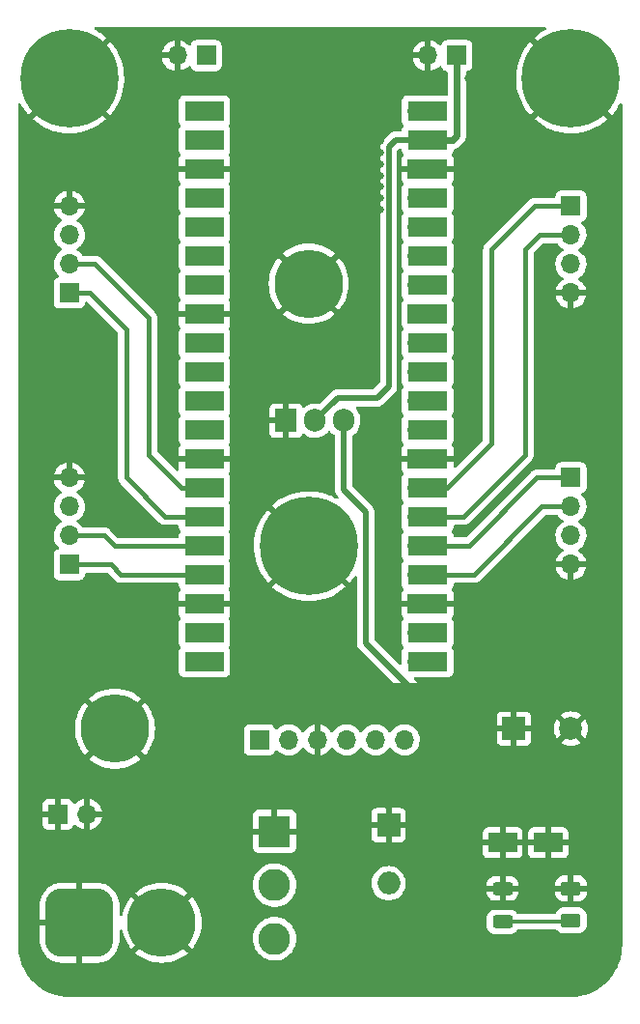
<source format=gbr>
%TF.GenerationSoftware,KiCad,Pcbnew,(6.0.9)*%
%TF.CreationDate,2022-12-10T13:22:30-05:00*%
%TF.ProjectId,Team5_Coaster,5465616d-355f-4436-9f61-737465722e6b,rev?*%
%TF.SameCoordinates,Original*%
%TF.FileFunction,Copper,L1,Top*%
%TF.FilePolarity,Positive*%
%FSLAX46Y46*%
G04 Gerber Fmt 4.6, Leading zero omitted, Abs format (unit mm)*
G04 Created by KiCad (PCBNEW (6.0.9)) date 2022-12-10 13:22:30*
%MOMM*%
%LPD*%
G01*
G04 APERTURE LIST*
G04 Aperture macros list*
%AMRoundRect*
0 Rectangle with rounded corners*
0 $1 Rounding radius*
0 $2 $3 $4 $5 $6 $7 $8 $9 X,Y pos of 4 corners*
0 Add a 4 corners polygon primitive as box body*
4,1,4,$2,$3,$4,$5,$6,$7,$8,$9,$2,$3,0*
0 Add four circle primitives for the rounded corners*
1,1,$1+$1,$2,$3*
1,1,$1+$1,$4,$5*
1,1,$1+$1,$6,$7*
1,1,$1+$1,$8,$9*
0 Add four rect primitives between the rounded corners*
20,1,$1+$1,$2,$3,$4,$5,0*
20,1,$1+$1,$4,$5,$6,$7,0*
20,1,$1+$1,$6,$7,$8,$9,0*
20,1,$1+$1,$8,$9,$2,$3,0*%
G04 Aperture macros list end*
%TA.AperFunction,ComponentPad*%
%ADD10R,1.700000X1.700000*%
%TD*%
%TA.AperFunction,ComponentPad*%
%ADD11O,1.700000X1.700000*%
%TD*%
%TA.AperFunction,ComponentPad*%
%ADD12C,0.900000*%
%TD*%
%TA.AperFunction,ComponentPad*%
%ADD13C,8.600000*%
%TD*%
%TA.AperFunction,ComponentPad*%
%ADD14R,2.794000X2.794000*%
%TD*%
%TA.AperFunction,ComponentPad*%
%ADD15C,2.794000*%
%TD*%
%TA.AperFunction,SMDPad,CuDef*%
%ADD16R,2.500000X1.700000*%
%TD*%
%TA.AperFunction,SMDPad,CuDef*%
%ADD17RoundRect,0.250000X-0.625000X0.375000X-0.625000X-0.375000X0.625000X-0.375000X0.625000X0.375000X0*%
%TD*%
%TA.AperFunction,ComponentPad*%
%ADD18R,2.000000X2.000000*%
%TD*%
%TA.AperFunction,ComponentPad*%
%ADD19O,2.000000X2.000000*%
%TD*%
%TA.AperFunction,ComponentPad*%
%ADD20C,2.000000*%
%TD*%
%TA.AperFunction,ComponentPad*%
%ADD21C,6.000000*%
%TD*%
%TA.AperFunction,ComponentPad*%
%ADD22O,1.905000X2.000000*%
%TD*%
%TA.AperFunction,ComponentPad*%
%ADD23R,1.905000X2.000000*%
%TD*%
%TA.AperFunction,ComponentPad*%
%ADD24RoundRect,1.500000X-1.500000X-1.500000X1.500000X-1.500000X1.500000X1.500000X-1.500000X1.500000X0*%
%TD*%
%TA.AperFunction,SMDPad,CuDef*%
%ADD25RoundRect,0.250000X0.625000X-0.312500X0.625000X0.312500X-0.625000X0.312500X-0.625000X-0.312500X0*%
%TD*%
%TA.AperFunction,SMDPad,CuDef*%
%ADD26R,3.500000X1.700000*%
%TD*%
%TA.AperFunction,ViaPad*%
%ADD27C,0.650000*%
%TD*%
%TA.AperFunction,Conductor*%
%ADD28C,0.400000*%
%TD*%
%TA.AperFunction,Conductor*%
%ADD29C,0.500000*%
%TD*%
%TA.AperFunction,Conductor*%
%ADD30C,0.350000*%
%TD*%
%TA.AperFunction,Conductor*%
%ADD31C,0.600000*%
%TD*%
G04 APERTURE END LIST*
D10*
%TO.P,RF1,1,IN1*%
%TO.N,RF1*%
X147000000Y-67200000D03*
D11*
%TO.P,RF1,2,IN2*%
%TO.N,RF2*%
X147000000Y-69740000D03*
%TO.P,RF1,3,VM*%
%TO.N,+10V*%
X147000000Y-72280000D03*
%TO.P,RF1,4,GND*%
%TO.N,GND*%
X147000000Y-74820000D03*
%TD*%
D12*
%TO.P,H1,1,1*%
%TO.N,GND*%
X124000000Y-100225000D03*
X126280419Y-99280419D03*
X124000000Y-93775000D03*
X121719581Y-99280419D03*
X120775000Y-97000000D03*
X127225000Y-97000000D03*
X121719581Y-94719581D03*
D13*
X124000000Y-97000000D03*
D12*
X126280419Y-94719581D03*
%TD*%
D14*
%TO.P,SW1,1,A*%
%TO.N,VCC*%
X121000000Y-122000000D03*
D15*
%TO.P,SW1,2,B*%
%TO.N,Net-(D1-Pad2)*%
X121000000Y-126699000D03*
%TO.P,SW1,3,C*%
%TO.N,unconnected-(SW1-Pad3)*%
X121000000Y-131398000D03*
%TD*%
D10*
%TO.P,J13,1,Pin_1*%
%TO.N,+3V3*%
X115000000Y-54000000D03*
D11*
%TO.P,J13,2,Pin_2*%
%TO.N,GND*%
X112460000Y-54000000D03*
%TD*%
D10*
%TO.P,J4,1,Pin_1*%
%TO.N,VSYS*%
X137000000Y-54000000D03*
D11*
%TO.P,J4,2,Pin_2*%
%TO.N,GND*%
X134460000Y-54000000D03*
%TD*%
D16*
%TO.P,Z1,A*%
%TO.N,GND*%
X145000000Y-123000000D03*
%TO.P,Z1,K*%
%TO.N,+10V*%
X141000000Y-123000000D03*
%TD*%
D17*
%TO.P,D3,1,K*%
%TO.N,GND*%
X147000000Y-127000000D03*
%TO.P,D3,2,A*%
%TO.N,Net-(D3-Pad2)*%
X147000000Y-129800000D03*
%TD*%
D18*
%TO.P,D1,1,K*%
%TO.N,+10V*%
X131000000Y-121460000D03*
D19*
%TO.P,D1,2,A*%
%TO.N,Net-(D1-Pad2)*%
X131000000Y-126540000D03*
%TD*%
D12*
%TO.P,H2,1,1*%
%TO.N,GND*%
X143775000Y-56000000D03*
X149280419Y-53719581D03*
X149280419Y-58280419D03*
X147000000Y-59225000D03*
X144719581Y-58280419D03*
D13*
X147000000Y-56000000D03*
D12*
X150225000Y-56000000D03*
X144719581Y-53719581D03*
X147000000Y-52775000D03*
%TD*%
D18*
%TO.P,C1,1*%
%TO.N,+10V*%
X142000000Y-113000000D03*
D20*
%TO.P,C1,2*%
%TO.N,GND*%
X147000000Y-113000000D03*
%TD*%
D21*
%TO.P,J5,1,Pin_1*%
%TO.N,GND*%
X124000000Y-74000000D03*
%TD*%
D22*
%TO.P,U2,3,VO*%
%TO.N,+10V*%
X127080000Y-86000000D03*
%TO.P,U2,2,VI*%
%TO.N,VSYS*%
X124540000Y-86000000D03*
D23*
%TO.P,U2,1,GND*%
%TO.N,GND*%
X122000000Y-86000000D03*
%TD*%
D10*
%TO.P,J2,1,Pin_1*%
%TO.N,unconnected-(J2-Pad1)*%
X119675000Y-113975000D03*
D11*
%TO.P,J2,2,Pin_2*%
%TO.N,+3V3*%
X122215000Y-113975000D03*
%TO.P,J2,3,Pin_3*%
%TO.N,GND*%
X124755000Y-113975000D03*
%TO.P,J2,4,Pin_4*%
%TO.N,RX*%
X127295000Y-113975000D03*
%TO.P,J2,5,Pin_5*%
%TO.N,TX*%
X129835000Y-113975000D03*
%TO.P,J2,6,Pin_6*%
%TO.N,unconnected-(J2-Pad6)*%
X132375000Y-113975000D03*
%TD*%
D24*
%TO.P,J1,1,Pin_1*%
%TO.N,GND*%
X103900000Y-130000000D03*
D21*
%TO.P,J1,2,Pin_2*%
%TO.N,VCC*%
X111100000Y-130000000D03*
%TD*%
D12*
%TO.P,H3,1,1*%
%TO.N,GND*%
X105280419Y-53719581D03*
X103000000Y-59225000D03*
X105280419Y-58280419D03*
X100719581Y-53719581D03*
X99775000Y-56000000D03*
D13*
X103000000Y-56000000D03*
D12*
X100719581Y-58280419D03*
X103000000Y-52775000D03*
X106225000Y-56000000D03*
%TD*%
D10*
%TO.P,J6,1,Pin_1*%
%TO.N,GND*%
X102000000Y-120500000D03*
D11*
%TO.P,J6,2,Pin_2*%
%TO.N,VCC*%
X104540000Y-120500000D03*
%TD*%
D25*
%TO.P,R1,1*%
%TO.N,Net-(D3-Pad2)*%
X141000000Y-129925000D03*
%TO.P,R1,2*%
%TO.N,+10V*%
X141000000Y-127000000D03*
%TD*%
D10*
%TO.P,LB1,1,IN1*%
%TO.N,LB1*%
X103000000Y-98620000D03*
D11*
%TO.P,LB1,2,IN2*%
%TO.N,LB2*%
X103000000Y-96080000D03*
%TO.P,LB1,3,VM*%
%TO.N,+10V*%
X103000000Y-93540000D03*
%TO.P,LB1,4,GND*%
%TO.N,GND*%
X103000000Y-91000000D03*
%TD*%
D10*
%TO.P,LF1,1,IN1*%
%TO.N,LF1*%
X103000000Y-74800000D03*
D11*
%TO.P,LF1,2,IN2*%
%TO.N,LF2*%
X103000000Y-72260000D03*
%TO.P,LF1,3,VM*%
%TO.N,+10V*%
X103000000Y-69720000D03*
%TO.P,LF1,4,GND*%
%TO.N,GND*%
X103000000Y-67180000D03*
%TD*%
D21*
%TO.P,J3,1,Pin_1*%
%TO.N,+10V*%
X107000000Y-113000000D03*
%TD*%
D10*
%TO.P,RB1,1,IN1*%
%TO.N,RB1*%
X147000000Y-91000000D03*
D11*
%TO.P,RB1,2,IN2*%
%TO.N,RB2*%
X147000000Y-93540000D03*
%TO.P,RB1,3,VM*%
%TO.N,+10V*%
X147000000Y-96080000D03*
%TO.P,RB1,4,GND*%
%TO.N,GND*%
X147000000Y-98620000D03*
%TD*%
%TO.P,U1,40,VBUS*%
%TO.N,unconnected-(U1-Pad40)*%
X133525000Y-58855000D03*
D26*
X134425000Y-58855000D03*
D11*
%TO.P,U1,39,VSYS*%
%TO.N,VSYS*%
X133525000Y-61395000D03*
D26*
X134425000Y-61395000D03*
%TO.P,U1,38,GND*%
%TO.N,GND*%
X134425000Y-63935000D03*
D10*
X133525000Y-63935000D03*
D11*
%TO.P,U1,37,3V3_EN*%
%TO.N,unconnected-(U1-Pad37)*%
X133525000Y-66475000D03*
D26*
X134425000Y-66475000D03*
D11*
%TO.P,U1,36,3V3*%
%TO.N,+3V3*%
X133525000Y-69015000D03*
D26*
X134425000Y-69015000D03*
%TO.P,U1,35,ADC_VREF*%
%TO.N,unconnected-(U1-Pad35)*%
X134425000Y-71555000D03*
D11*
X133525000Y-71555000D03*
D26*
%TO.P,U1,34,GPIO28_ADC2*%
%TO.N,unconnected-(U1-Pad34)*%
X134425000Y-74095000D03*
D11*
X133525000Y-74095000D03*
D26*
%TO.P,U1,33,AGND*%
%TO.N,unconnected-(U1-Pad33)*%
X134425000Y-76635000D03*
D10*
X133525000Y-76635000D03*
D11*
%TO.P,U1,32,GPIO27_ADC1*%
%TO.N,unconnected-(U1-Pad32)*%
X133525000Y-79175000D03*
D26*
X134425000Y-79175000D03*
%TO.P,U1,31,GPIO26_ADC0*%
%TO.N,unconnected-(U1-Pad31)*%
X134425000Y-81715000D03*
D11*
X133525000Y-81715000D03*
D26*
%TO.P,U1,30,RUN*%
%TO.N,unconnected-(U1-Pad30)*%
X134425000Y-84255000D03*
D11*
X133525000Y-84255000D03*
%TO.P,U1,29,GPIO22*%
%TO.N,unconnected-(U1-Pad29)*%
X133525000Y-86795000D03*
D26*
X134425000Y-86795000D03*
D10*
%TO.P,U1,28,GND*%
%TO.N,GND*%
X133525000Y-89335000D03*
D26*
X134425000Y-89335000D03*
%TO.P,U1,27,GPIO21*%
%TO.N,RF1*%
X134425000Y-91875000D03*
D11*
X133525000Y-91875000D03*
D26*
%TO.P,U1,26,GPIO20*%
%TO.N,RF2*%
X134425000Y-94415000D03*
D11*
X133525000Y-94415000D03*
D26*
%TO.P,U1,25,GPIO19*%
%TO.N,RB1*%
X134425000Y-96955000D03*
D11*
X133525000Y-96955000D03*
%TO.P,U1,24,GPIO18*%
%TO.N,RB2*%
X133525000Y-99495000D03*
D26*
X134425000Y-99495000D03*
D10*
%TO.P,U1,23,GND*%
%TO.N,GND*%
X133525000Y-102035000D03*
D26*
X134425000Y-102035000D03*
D11*
%TO.P,U1,22,GPIO17*%
%TO.N,RX*%
X133525000Y-104575000D03*
D26*
X134425000Y-104575000D03*
%TO.P,U1,21,GPIO16*%
%TO.N,TX*%
X134425000Y-107115000D03*
D11*
X133525000Y-107115000D03*
D26*
%TO.P,U1,20,GPIO15*%
%TO.N,unconnected-(U1-Pad20)*%
X114845000Y-107115000D03*
D11*
X115745000Y-107115000D03*
D26*
%TO.P,U1,19,GPIO14*%
%TO.N,unconnected-(U1-Pad19)*%
X114845000Y-104575000D03*
D11*
X115745000Y-104575000D03*
D10*
%TO.P,U1,18,GND*%
%TO.N,GND*%
X115745000Y-102035000D03*
D26*
X114845000Y-102035000D03*
%TO.P,U1,17,GPIO13*%
%TO.N,LB1*%
X114845000Y-99495000D03*
D11*
X115745000Y-99495000D03*
D26*
%TO.P,U1,16,GPIO12*%
%TO.N,LB2*%
X114845000Y-96955000D03*
D11*
X115745000Y-96955000D03*
D26*
%TO.P,U1,15,GPIO11*%
%TO.N,LF1*%
X114845000Y-94415000D03*
D11*
X115745000Y-94415000D03*
%TO.P,U1,14,GPIO10*%
%TO.N,LF2*%
X115745000Y-91875000D03*
D26*
X114845000Y-91875000D03*
D10*
%TO.P,U1,13,GND*%
%TO.N,GND*%
X115745000Y-89335000D03*
D26*
X114845000Y-89335000D03*
D11*
%TO.P,U1,12,GPIO9*%
%TO.N,unconnected-(U1-Pad12)*%
X115745000Y-86795000D03*
D26*
X114845000Y-86795000D03*
D11*
%TO.P,U1,11,GPIO8*%
%TO.N,unconnected-(U1-Pad11)*%
X115745000Y-84255000D03*
D26*
X114845000Y-84255000D03*
D11*
%TO.P,U1,10,GPIO7*%
%TO.N,unconnected-(U1-Pad10)*%
X115745000Y-81715000D03*
D26*
X114845000Y-81715000D03*
D11*
%TO.P,U1,9,GPIO6*%
%TO.N,unconnected-(U1-Pad9)*%
X115745000Y-79175000D03*
D26*
X114845000Y-79175000D03*
D10*
%TO.P,U1,8,GND*%
%TO.N,GND*%
X115745000Y-76635000D03*
D26*
X114845000Y-76635000D03*
D11*
%TO.P,U1,7,GPIO5*%
%TO.N,unconnected-(U1-Pad7)*%
X115745000Y-74095000D03*
D26*
X114845000Y-74095000D03*
D11*
%TO.P,U1,6,GPIO4*%
%TO.N,unconnected-(U1-Pad6)*%
X115745000Y-71555000D03*
D26*
X114845000Y-71555000D03*
%TO.P,U1,5,GPIO3*%
%TO.N,unconnected-(U1-Pad5)*%
X114845000Y-69015000D03*
D11*
X115745000Y-69015000D03*
%TO.P,U1,4,GPIO2*%
%TO.N,unconnected-(U1-Pad4)*%
X115745000Y-66475000D03*
D26*
X114845000Y-66475000D03*
%TO.P,U1,3,GND*%
%TO.N,GND*%
X114845000Y-63935000D03*
D10*
X115745000Y-63935000D03*
D26*
%TO.P,U1,2,GPIO1*%
%TO.N,unconnected-(U1-Pad2)*%
X114845000Y-61395000D03*
D11*
X115745000Y-61395000D03*
D26*
%TO.P,U1,1,GPIO0*%
%TO.N,unconnected-(U1-Pad1)*%
X114845000Y-58855000D03*
D11*
X115745000Y-58855000D03*
%TD*%
D27*
%TO.N,GND*%
X137500000Y-101500000D03*
X137500000Y-102500000D03*
X137500000Y-103500000D03*
X137500000Y-106500000D03*
X137500000Y-107500000D03*
X137500000Y-105500000D03*
X137500000Y-104500000D03*
X130250000Y-62500000D03*
X130250000Y-63500000D03*
X130250000Y-61500000D03*
X130250000Y-60500000D03*
X130250000Y-66500000D03*
X130250000Y-67500000D03*
X130250000Y-65500000D03*
X130250000Y-64500000D03*
X129250000Y-80500000D03*
X129250000Y-81500000D03*
X129250000Y-79500000D03*
X129250000Y-78500000D03*
X129250000Y-76500000D03*
X129250000Y-77500000D03*
X129250000Y-75500000D03*
X129250000Y-74500000D03*
X129250000Y-72500000D03*
X129250000Y-73500000D03*
X129250000Y-71500000D03*
X129250000Y-70500000D03*
X137500000Y-74000000D03*
X137500000Y-71000000D03*
X137500000Y-69000000D03*
X137500000Y-77000000D03*
X137500000Y-79000000D03*
X137500000Y-80000000D03*
X137500000Y-68000000D03*
X137500000Y-64000000D03*
X137500000Y-76000000D03*
X137500000Y-78000000D03*
X137500000Y-67000000D03*
X137500000Y-81000000D03*
X137500000Y-75000000D03*
X137500000Y-73000000D03*
X137500000Y-72000000D03*
X137500000Y-82000000D03*
X137500000Y-83000000D03*
X137500000Y-65000000D03*
X137500000Y-66000000D03*
X137500000Y-70000000D03*
X118000000Y-88000000D03*
X118000000Y-85000000D03*
X118000000Y-83000000D03*
X118000000Y-91000000D03*
X118000000Y-93000000D03*
X118000000Y-94000000D03*
X118000000Y-82000000D03*
X118000000Y-78000000D03*
X118000000Y-90000000D03*
X118000000Y-92000000D03*
X118000000Y-81000000D03*
X118000000Y-95000000D03*
X118000000Y-89000000D03*
X118000000Y-87000000D03*
X118000000Y-86000000D03*
X118000000Y-96000000D03*
X118000000Y-97000000D03*
X118000000Y-79000000D03*
X118000000Y-80000000D03*
X118000000Y-84000000D03*
X149000000Y-91000000D03*
X101000000Y-100000000D03*
X110000000Y-52000000D03*
X101000000Y-93000000D03*
X116000000Y-52000000D03*
X149000000Y-92000000D03*
X103000000Y-77000000D03*
X118000000Y-64000000D03*
X101000000Y-71000000D03*
X149000000Y-100000000D03*
X149000000Y-71000000D03*
X146000000Y-77000000D03*
X105000000Y-66000000D03*
X102000000Y-77000000D03*
X146000000Y-101000000D03*
X113000000Y-52000000D03*
X135000000Y-52000000D03*
X133000000Y-52000000D03*
X132000000Y-54000000D03*
X110000000Y-53000000D03*
X136000000Y-52000000D03*
X148000000Y-89000000D03*
X145000000Y-101000000D03*
X132000000Y-52000000D03*
X138000000Y-52000000D03*
X149000000Y-67000000D03*
X103000000Y-89000000D03*
X101000000Y-69000000D03*
X104000000Y-101000000D03*
X118000000Y-58000000D03*
X118000000Y-61000000D03*
X139000000Y-52000000D03*
X101000000Y-66000000D03*
X149000000Y-76000000D03*
X146000000Y-89000000D03*
X134000000Y-56000000D03*
X111000000Y-52000000D03*
X149000000Y-95000000D03*
X145000000Y-65000000D03*
X149000000Y-89000000D03*
X115000000Y-52000000D03*
X149000000Y-65000000D03*
X118000000Y-66000000D03*
X135000000Y-56000000D03*
X117000000Y-52000000D03*
X149000000Y-94000000D03*
X101000000Y-65000000D03*
X102000000Y-89000000D03*
X118000000Y-60000000D03*
X118000000Y-70000000D03*
X149000000Y-69000000D03*
X101000000Y-89000000D03*
X139000000Y-56000000D03*
X149000000Y-70000000D03*
X101000000Y-77000000D03*
X111000000Y-56000000D03*
X147000000Y-77000000D03*
X118000000Y-75000000D03*
X110000000Y-56000000D03*
X147000000Y-101000000D03*
X149000000Y-72000000D03*
X113000000Y-56000000D03*
X132000000Y-56000000D03*
X118000000Y-69000000D03*
X145000000Y-75000000D03*
X118000000Y-67000000D03*
X149000000Y-99000000D03*
X101000000Y-91000000D03*
X118000000Y-72000000D03*
X114000000Y-52000000D03*
X133000000Y-56000000D03*
X149000000Y-90000000D03*
X149000000Y-75000000D03*
X118000000Y-59000000D03*
X114000000Y-56000000D03*
X101000000Y-96000000D03*
X104000000Y-77000000D03*
X101000000Y-70000000D03*
X145000000Y-100000000D03*
X149000000Y-98000000D03*
X118000000Y-62000000D03*
X117000000Y-56000000D03*
X148000000Y-77000000D03*
X118000000Y-77000000D03*
X149000000Y-77000000D03*
X118000000Y-76000000D03*
X149000000Y-74000000D03*
X149000000Y-68000000D03*
X110000000Y-54000000D03*
X138000000Y-56000000D03*
X101000000Y-75000000D03*
X105000000Y-67000000D03*
X101000000Y-90000000D03*
X105000000Y-65000000D03*
X101000000Y-72000000D03*
X132000000Y-55000000D03*
X118000000Y-63000000D03*
X146000000Y-65000000D03*
X116000000Y-56000000D03*
X102000000Y-65000000D03*
X101000000Y-94000000D03*
X101000000Y-99000000D03*
X101000000Y-98000000D03*
X101000000Y-67000000D03*
X103000000Y-101000000D03*
X139000000Y-53000000D03*
X149000000Y-96000000D03*
X101000000Y-101000000D03*
X145000000Y-99000000D03*
X118000000Y-74000000D03*
X118000000Y-65000000D03*
X139000000Y-54000000D03*
X102000000Y-101000000D03*
X112000000Y-56000000D03*
X101000000Y-73000000D03*
X101000000Y-76000000D03*
X101000000Y-97000000D03*
X145000000Y-77000000D03*
X115000000Y-56000000D03*
X118000000Y-71000000D03*
X137000000Y-52000000D03*
X112000000Y-52000000D03*
X147000000Y-65000000D03*
X147000000Y-89000000D03*
X101000000Y-95000000D03*
X139000000Y-55000000D03*
X149000000Y-66000000D03*
X101000000Y-92000000D03*
X104000000Y-89000000D03*
X149000000Y-97000000D03*
X118000000Y-73000000D03*
X145000000Y-66000000D03*
X103000000Y-65000000D03*
X132000000Y-53000000D03*
X145000000Y-76000000D03*
X104000000Y-65000000D03*
X101000000Y-74000000D03*
X148000000Y-65000000D03*
X149000000Y-101000000D03*
X149000000Y-73000000D03*
X148000000Y-101000000D03*
X118000000Y-68000000D03*
X134000000Y-52000000D03*
X101000000Y-68000000D03*
X149000000Y-93000000D03*
X110000000Y-55000000D03*
%TD*%
D28*
%TO.N,LF1*%
X103000000Y-74800000D02*
X104800000Y-74800000D01*
X111415000Y-94415000D02*
X115745000Y-94415000D01*
X108000000Y-91000000D02*
X111415000Y-94415000D01*
X108000000Y-78000000D02*
X108000000Y-91000000D01*
X104800000Y-74800000D02*
X108000000Y-78000000D01*
%TO.N,LF2*%
X105260000Y-72260000D02*
X110000000Y-77000000D01*
X112875000Y-91875000D02*
X115745000Y-91875000D01*
X110000000Y-89000000D02*
X112875000Y-91875000D01*
X103000000Y-72260000D02*
X105260000Y-72260000D01*
X110000000Y-77000000D02*
X110000000Y-89000000D01*
D29*
%TO.N,+10V*%
X129000000Y-94000000D02*
X129000000Y-105503282D01*
D30*
X141000000Y-123000000D02*
X141000000Y-127000000D01*
D29*
X136496718Y-113000000D02*
X142000000Y-113000000D01*
X129000000Y-105503282D02*
X136496718Y-113000000D01*
X127080000Y-92080000D02*
X129000000Y-94000000D01*
X127080000Y-86000000D02*
X127080000Y-92080000D01*
D28*
%TO.N,RB1*%
X144000000Y-91000000D02*
X138045000Y-96955000D01*
X147000000Y-91000000D02*
X144000000Y-91000000D01*
X138045000Y-96955000D02*
X133525000Y-96955000D01*
%TO.N,RB2*%
X147000000Y-93540000D02*
X144460000Y-93540000D01*
X138505000Y-99495000D02*
X133525000Y-99495000D01*
X144460000Y-93540000D02*
X138505000Y-99495000D01*
%TO.N,LB1*%
X103000000Y-98620000D02*
X106620000Y-98620000D01*
X107495000Y-99495000D02*
X115745000Y-99495000D01*
X106620000Y-98620000D02*
X107495000Y-99495000D01*
%TO.N,LB2*%
X107000000Y-97000000D02*
X115700000Y-97000000D01*
X106080000Y-96080000D02*
X107000000Y-97000000D01*
X115700000Y-97000000D02*
X115745000Y-96955000D01*
X103000000Y-96080000D02*
X106080000Y-96080000D01*
%TO.N,RF1*%
X136125000Y-91875000D02*
X133525000Y-91875000D01*
X147000000Y-67200000D02*
X143800000Y-67200000D01*
X143800000Y-67200000D02*
X140000000Y-71000000D01*
X140000000Y-88000000D02*
X136125000Y-91875000D01*
X140000000Y-71000000D02*
X140000000Y-88000000D01*
%TO.N,RF2*%
X143000000Y-71000000D02*
X143000000Y-89000000D01*
X143000000Y-89000000D02*
X137585000Y-94415000D01*
X144260000Y-69740000D02*
X143000000Y-71000000D01*
X147000000Y-69740000D02*
X144260000Y-69740000D01*
X137585000Y-94415000D02*
X133525000Y-94415000D01*
D30*
%TO.N,Net-(D3-Pad2)*%
X141000000Y-129925000D02*
X146875000Y-129925000D01*
X146875000Y-129925000D02*
X147000000Y-129800000D01*
D31*
%TO.N,VSYS*%
X137000000Y-61000000D02*
X137000000Y-54000000D01*
D29*
X133525000Y-61395000D02*
X131605000Y-61395000D01*
X131000000Y-62000000D02*
X131000000Y-83000000D01*
X131605000Y-61395000D02*
X131000000Y-62000000D01*
D31*
X133525000Y-61395000D02*
X136605000Y-61395000D01*
D29*
X131000000Y-83000000D02*
X130000000Y-84000000D01*
D31*
X136605000Y-61395000D02*
X137000000Y-61000000D01*
D29*
X126540000Y-84000000D02*
X124540000Y-86000000D01*
X130000000Y-84000000D02*
X126540000Y-84000000D01*
%TD*%
%TA.AperFunction,Conductor*%
%TO.N,VCC*%
G36*
X124942121Y-118020002D02*
G01*
X124988614Y-118073658D01*
X125000000Y-118126000D01*
X125000000Y-123874000D01*
X124979998Y-123942121D01*
X124926342Y-123988614D01*
X124874000Y-124000000D01*
X122817763Y-124000000D01*
X122749642Y-123979998D01*
X122703149Y-123926342D01*
X122693045Y-123856068D01*
X122722539Y-123791488D01*
X122742198Y-123773174D01*
X122752723Y-123765286D01*
X122765285Y-123752724D01*
X122841786Y-123650649D01*
X122850324Y-123635054D01*
X122895478Y-123514606D01*
X122899105Y-123499351D01*
X122904631Y-123448486D01*
X122905000Y-123441672D01*
X122905000Y-122272115D01*
X122900525Y-122256876D01*
X122899135Y-122255671D01*
X122891452Y-122254000D01*
X119113116Y-122254000D01*
X119097877Y-122258475D01*
X119096672Y-122259865D01*
X119095001Y-122267548D01*
X119095001Y-123441669D01*
X119095371Y-123448490D01*
X119100895Y-123499352D01*
X119104521Y-123514604D01*
X119149676Y-123635054D01*
X119158214Y-123650649D01*
X119234715Y-123752724D01*
X119247277Y-123765286D01*
X119257802Y-123773174D01*
X119300317Y-123830034D01*
X119305343Y-123900852D01*
X119271283Y-123963145D01*
X119208951Y-123997135D01*
X119182237Y-124000000D01*
X116000000Y-124000000D01*
X116000000Y-133874000D01*
X115979998Y-133942121D01*
X115926342Y-133988614D01*
X115874000Y-134000000D01*
X100126000Y-134000000D01*
X100057879Y-133979998D01*
X100011386Y-133926342D01*
X100000000Y-133874000D01*
X100000000Y-128387663D01*
X100391500Y-128387663D01*
X100391501Y-131612336D01*
X100394257Y-131675480D01*
X100394815Y-131679002D01*
X100437509Y-131948571D01*
X100437511Y-131948578D01*
X100438198Y-131952918D01*
X100469259Y-132054514D01*
X100492053Y-132129066D01*
X100520325Y-132221540D01*
X100522185Y-132225529D01*
X100522187Y-132225534D01*
X100637174Y-132472126D01*
X100637177Y-132472132D01*
X100639036Y-132476118D01*
X100641437Y-132479815D01*
X100754598Y-132654067D01*
X100792023Y-132711697D01*
X100976308Y-132923692D01*
X101188303Y-133107977D01*
X101191994Y-133110374D01*
X101191998Y-133110377D01*
X101345860Y-133210296D01*
X101423882Y-133260964D01*
X101427868Y-133262823D01*
X101427874Y-133262826D01*
X101674466Y-133377813D01*
X101674471Y-133377815D01*
X101678460Y-133379675D01*
X101682673Y-133380963D01*
X101682678Y-133380965D01*
X101845486Y-133430741D01*
X101947082Y-133461802D01*
X101951422Y-133462489D01*
X101951429Y-133462491D01*
X102148753Y-133493743D01*
X102224520Y-133505743D01*
X102228081Y-133505898D01*
X102228086Y-133505899D01*
X102286287Y-133508440D01*
X102286291Y-133508440D01*
X102287663Y-133508500D01*
X103898829Y-133508500D01*
X105512336Y-133508499D01*
X105513705Y-133508439D01*
X105513716Y-133508439D01*
X105571914Y-133505899D01*
X105571920Y-133505898D01*
X105575480Y-133505743D01*
X105651247Y-133493743D01*
X105848571Y-133462491D01*
X105848578Y-133462489D01*
X105852918Y-133461802D01*
X105954514Y-133430741D01*
X106117322Y-133380965D01*
X106117327Y-133380963D01*
X106121540Y-133379675D01*
X106125529Y-133377815D01*
X106125534Y-133377813D01*
X106372126Y-133262826D01*
X106372132Y-133262823D01*
X106376118Y-133260964D01*
X106454140Y-133210296D01*
X106608002Y-133110377D01*
X106608006Y-133110374D01*
X106611697Y-133107977D01*
X106823692Y-132923692D01*
X107007977Y-132711697D01*
X107044676Y-132655186D01*
X108809960Y-132655186D01*
X108817418Y-132665554D01*
X109032662Y-132839854D01*
X109037984Y-132843721D01*
X109340823Y-133040387D01*
X109346532Y-133043683D01*
X109668275Y-133207620D01*
X109674286Y-133210296D01*
X110011395Y-133339700D01*
X110017672Y-133341740D01*
X110366463Y-133435198D01*
X110372901Y-133436567D01*
X110729560Y-133493055D01*
X110736104Y-133493743D01*
X111096699Y-133512641D01*
X111103301Y-133512641D01*
X111463896Y-133493743D01*
X111470440Y-133493055D01*
X111827099Y-133436567D01*
X111833537Y-133435198D01*
X112182328Y-133341740D01*
X112188605Y-133339700D01*
X112525714Y-133210296D01*
X112531725Y-133207620D01*
X112853468Y-133043683D01*
X112859177Y-133040387D01*
X113162016Y-132843721D01*
X113167338Y-132839854D01*
X113381634Y-132666322D01*
X113390100Y-132654067D01*
X113383766Y-132642976D01*
X111112812Y-130372022D01*
X111098868Y-130364408D01*
X111097035Y-130364539D01*
X111090420Y-130368790D01*
X108817100Y-132642110D01*
X108809960Y-132655186D01*
X107044676Y-132655186D01*
X107045403Y-132654067D01*
X107158563Y-132479815D01*
X107160964Y-132476118D01*
X107162823Y-132472132D01*
X107162826Y-132472126D01*
X107277813Y-132225534D01*
X107277815Y-132225529D01*
X107279675Y-132221540D01*
X107307948Y-132129066D01*
X107330741Y-132054514D01*
X107361802Y-131952918D01*
X107362489Y-131948578D01*
X107362491Y-131948571D01*
X107405185Y-131679003D01*
X107405185Y-131679002D01*
X107405743Y-131675480D01*
X107408500Y-131612337D01*
X107408500Y-130718494D01*
X107428502Y-130650373D01*
X107482158Y-130603880D01*
X107552432Y-130593776D01*
X107617012Y-130623270D01*
X107655396Y-130682996D01*
X107658949Y-130698785D01*
X107663433Y-130727097D01*
X107664802Y-130733537D01*
X107758260Y-131082328D01*
X107760300Y-131088605D01*
X107889704Y-131425714D01*
X107892380Y-131431725D01*
X108056317Y-131753468D01*
X108059613Y-131759177D01*
X108256279Y-132062016D01*
X108260146Y-132067338D01*
X108433678Y-132281634D01*
X108445933Y-132290100D01*
X108457024Y-132283766D01*
X110727978Y-130012812D01*
X110734356Y-130001132D01*
X111464408Y-130001132D01*
X111464539Y-130002965D01*
X111468790Y-130009580D01*
X113742110Y-132282900D01*
X113755186Y-132290040D01*
X113765554Y-132282582D01*
X113939854Y-132067338D01*
X113943721Y-132062016D01*
X114140387Y-131759177D01*
X114143683Y-131753468D01*
X114307620Y-131431725D01*
X114310296Y-131425714D01*
X114439700Y-131088605D01*
X114441740Y-131082328D01*
X114535198Y-130733537D01*
X114536567Y-130727099D01*
X114593055Y-130370440D01*
X114593743Y-130363896D01*
X114612641Y-130003301D01*
X114612641Y-129996699D01*
X114593743Y-129636104D01*
X114593055Y-129629560D01*
X114536567Y-129272901D01*
X114535198Y-129266463D01*
X114441740Y-128917672D01*
X114439700Y-128911395D01*
X114310296Y-128574286D01*
X114307620Y-128568275D01*
X114143683Y-128246532D01*
X114140387Y-128240823D01*
X113943721Y-127937984D01*
X113939854Y-127932662D01*
X113766322Y-127718366D01*
X113754067Y-127709900D01*
X113742976Y-127716234D01*
X111472022Y-129987188D01*
X111464408Y-130001132D01*
X110734356Y-130001132D01*
X110735592Y-129998868D01*
X110735461Y-129997035D01*
X110731210Y-129990420D01*
X108457890Y-127717100D01*
X108444814Y-127709960D01*
X108434446Y-127717418D01*
X108260146Y-127932662D01*
X108256279Y-127937984D01*
X108059613Y-128240823D01*
X108056317Y-128246532D01*
X107892380Y-128568275D01*
X107889704Y-128574286D01*
X107760300Y-128911395D01*
X107758260Y-128917672D01*
X107664802Y-129266463D01*
X107663434Y-129272898D01*
X107658948Y-129301220D01*
X107628535Y-129365373D01*
X107568267Y-129402900D01*
X107497277Y-129401886D01*
X107438106Y-129362653D01*
X107409538Y-129297657D01*
X107408499Y-129281509D01*
X107408499Y-128387664D01*
X107405743Y-128324520D01*
X107368853Y-128091598D01*
X107362491Y-128051429D01*
X107362489Y-128051422D01*
X107361802Y-128047082D01*
X107279675Y-127778460D01*
X107250659Y-127716234D01*
X107162826Y-127527874D01*
X107162823Y-127527868D01*
X107160964Y-127523882D01*
X107100039Y-127430066D01*
X107045403Y-127345933D01*
X108809900Y-127345933D01*
X108816234Y-127357024D01*
X111087188Y-129627978D01*
X111101132Y-129635592D01*
X111102965Y-129635461D01*
X111109580Y-129631210D01*
X113382900Y-127357890D01*
X113390040Y-127344814D01*
X113382582Y-127334446D01*
X113167338Y-127160146D01*
X113162016Y-127156279D01*
X112859177Y-126959613D01*
X112853468Y-126956317D01*
X112531725Y-126792380D01*
X112525714Y-126789704D01*
X112188605Y-126660300D01*
X112182328Y-126658260D01*
X111833537Y-126564802D01*
X111827099Y-126563433D01*
X111470440Y-126506945D01*
X111463896Y-126506257D01*
X111103301Y-126487359D01*
X111096699Y-126487359D01*
X110736104Y-126506257D01*
X110729560Y-126506945D01*
X110372901Y-126563433D01*
X110366463Y-126564802D01*
X110017672Y-126658260D01*
X110011395Y-126660300D01*
X109674286Y-126789704D01*
X109668275Y-126792380D01*
X109346532Y-126956317D01*
X109340823Y-126959613D01*
X109037984Y-127156279D01*
X109032662Y-127160146D01*
X108818366Y-127333678D01*
X108809900Y-127345933D01*
X107045403Y-127345933D01*
X107010377Y-127291998D01*
X107010374Y-127291994D01*
X107007977Y-127288303D01*
X106823692Y-127076308D01*
X106611697Y-126892023D01*
X106608006Y-126889626D01*
X106608002Y-126889623D01*
X106379815Y-126741437D01*
X106376118Y-126739036D01*
X106372132Y-126737177D01*
X106372126Y-126737174D01*
X106125534Y-126622187D01*
X106125529Y-126622185D01*
X106121540Y-126620325D01*
X106117327Y-126619037D01*
X106117322Y-126619035D01*
X105935457Y-126563433D01*
X105852918Y-126538198D01*
X105848578Y-126537511D01*
X105848571Y-126537509D01*
X105579003Y-126494815D01*
X105575480Y-126494257D01*
X105571919Y-126494102D01*
X105571914Y-126494101D01*
X105513713Y-126491560D01*
X105513709Y-126491560D01*
X105512337Y-126491500D01*
X103901171Y-126491500D01*
X102287664Y-126491501D01*
X102286295Y-126491561D01*
X102286284Y-126491561D01*
X102228086Y-126494101D01*
X102228080Y-126494102D01*
X102224520Y-126494257D01*
X102151045Y-126505894D01*
X101951429Y-126537509D01*
X101951422Y-126537511D01*
X101947082Y-126538198D01*
X101864543Y-126563433D01*
X101682678Y-126619035D01*
X101682673Y-126619037D01*
X101678460Y-126620325D01*
X101674471Y-126622185D01*
X101674466Y-126622187D01*
X101427874Y-126737174D01*
X101427868Y-126737177D01*
X101423882Y-126739036D01*
X101420185Y-126741437D01*
X101191998Y-126889623D01*
X101191994Y-126889626D01*
X101188303Y-126892023D01*
X100976308Y-127076308D01*
X100792023Y-127288303D01*
X100789626Y-127291994D01*
X100789623Y-127291998D01*
X100699961Y-127430066D01*
X100639036Y-127523882D01*
X100637177Y-127527868D01*
X100637174Y-127527874D01*
X100549341Y-127716234D01*
X100520325Y-127778460D01*
X100438198Y-128047082D01*
X100437511Y-128051422D01*
X100437509Y-128051429D01*
X100407513Y-128240823D01*
X100394257Y-128324520D01*
X100391500Y-128387663D01*
X100000000Y-128387663D01*
X100000000Y-121398134D01*
X100641500Y-121398134D01*
X100648255Y-121460316D01*
X100699385Y-121596705D01*
X100786739Y-121713261D01*
X100903295Y-121800615D01*
X101039684Y-121851745D01*
X101101866Y-121858500D01*
X102898134Y-121858500D01*
X102960316Y-121851745D01*
X103096705Y-121800615D01*
X103213261Y-121713261D01*
X103300615Y-121596705D01*
X103344798Y-121478848D01*
X103387440Y-121422084D01*
X103454001Y-121397384D01*
X103523350Y-121412592D01*
X103558017Y-121440580D01*
X103583218Y-121469673D01*
X103590580Y-121476883D01*
X103754434Y-121612916D01*
X103762881Y-121618831D01*
X103946756Y-121726279D01*
X103956042Y-121730729D01*
X104155001Y-121806703D01*
X104164899Y-121809579D01*
X104268250Y-121830606D01*
X104282299Y-121829410D01*
X104286000Y-121819065D01*
X104286000Y-121818517D01*
X104794000Y-121818517D01*
X104798064Y-121832359D01*
X104811478Y-121834393D01*
X104818184Y-121833534D01*
X104828262Y-121831392D01*
X105032255Y-121770191D01*
X105041842Y-121766433D01*
X105120528Y-121727885D01*
X119095000Y-121727885D01*
X119099475Y-121743124D01*
X119100865Y-121744329D01*
X119108548Y-121746000D01*
X120727885Y-121746000D01*
X120743124Y-121741525D01*
X120744329Y-121740135D01*
X120746000Y-121732452D01*
X120746000Y-121727885D01*
X121254000Y-121727885D01*
X121258475Y-121743124D01*
X121259865Y-121744329D01*
X121267548Y-121746000D01*
X122886884Y-121746000D01*
X122902123Y-121741525D01*
X122903328Y-121740135D01*
X122904999Y-121732452D01*
X122904999Y-120558331D01*
X122904629Y-120551510D01*
X122899105Y-120500648D01*
X122895479Y-120485396D01*
X122850324Y-120364946D01*
X122841786Y-120349351D01*
X122765285Y-120247276D01*
X122752724Y-120234715D01*
X122650649Y-120158214D01*
X122635054Y-120149676D01*
X122514606Y-120104522D01*
X122499351Y-120100895D01*
X122448486Y-120095369D01*
X122441672Y-120095000D01*
X121272115Y-120095000D01*
X121256876Y-120099475D01*
X121255671Y-120100865D01*
X121254000Y-120108548D01*
X121254000Y-121727885D01*
X120746000Y-121727885D01*
X120746000Y-120113116D01*
X120741525Y-120097877D01*
X120740135Y-120096672D01*
X120732452Y-120095001D01*
X119558331Y-120095001D01*
X119551510Y-120095371D01*
X119500648Y-120100895D01*
X119485396Y-120104521D01*
X119364946Y-120149676D01*
X119349351Y-120158214D01*
X119247276Y-120234715D01*
X119234715Y-120247276D01*
X119158214Y-120349351D01*
X119149676Y-120364946D01*
X119104522Y-120485394D01*
X119100895Y-120500649D01*
X119095369Y-120551514D01*
X119095000Y-120558328D01*
X119095000Y-121727885D01*
X105120528Y-121727885D01*
X105233095Y-121672739D01*
X105241945Y-121667464D01*
X105415328Y-121543792D01*
X105423200Y-121537139D01*
X105574052Y-121386812D01*
X105580730Y-121378965D01*
X105705003Y-121206020D01*
X105710313Y-121197183D01*
X105804670Y-121006267D01*
X105808469Y-120996672D01*
X105870377Y-120792910D01*
X105872555Y-120782837D01*
X105873986Y-120771962D01*
X105871775Y-120757778D01*
X105858617Y-120754000D01*
X104812115Y-120754000D01*
X104796876Y-120758475D01*
X104795671Y-120759865D01*
X104794000Y-120767548D01*
X104794000Y-121818517D01*
X104286000Y-121818517D01*
X104286000Y-120227885D01*
X104794000Y-120227885D01*
X104798475Y-120243124D01*
X104799865Y-120244329D01*
X104807548Y-120246000D01*
X105858344Y-120246000D01*
X105871875Y-120242027D01*
X105873180Y-120232947D01*
X105831214Y-120065875D01*
X105827894Y-120056124D01*
X105742972Y-119860814D01*
X105738105Y-119851739D01*
X105622426Y-119672926D01*
X105616136Y-119664757D01*
X105472806Y-119507240D01*
X105465273Y-119500215D01*
X105298139Y-119368222D01*
X105289552Y-119362517D01*
X105103117Y-119259599D01*
X105093705Y-119255369D01*
X104892959Y-119184280D01*
X104882988Y-119181646D01*
X104811837Y-119168972D01*
X104798540Y-119170432D01*
X104794000Y-119184989D01*
X104794000Y-120227885D01*
X104286000Y-120227885D01*
X104286000Y-119183102D01*
X104282082Y-119169758D01*
X104267806Y-119167771D01*
X104229324Y-119173660D01*
X104219288Y-119176051D01*
X104016868Y-119242212D01*
X104007359Y-119246209D01*
X103818463Y-119344542D01*
X103809738Y-119350036D01*
X103639433Y-119477905D01*
X103631726Y-119484748D01*
X103554478Y-119565584D01*
X103492954Y-119601014D01*
X103422042Y-119597557D01*
X103364255Y-119556311D01*
X103345402Y-119522763D01*
X103303767Y-119411703D01*
X103300615Y-119403295D01*
X103213261Y-119286739D01*
X103096705Y-119199385D01*
X102960316Y-119148255D01*
X102898134Y-119141500D01*
X101101866Y-119141500D01*
X101039684Y-119148255D01*
X100903295Y-119199385D01*
X100786739Y-119286739D01*
X100699385Y-119403295D01*
X100648255Y-119539684D01*
X100641500Y-119601866D01*
X100641500Y-121398134D01*
X100000000Y-121398134D01*
X100000000Y-118126000D01*
X100020002Y-118057879D01*
X100073658Y-118011386D01*
X100126000Y-118000000D01*
X124874000Y-118000000D01*
X124942121Y-118020002D01*
G37*
%TD.AperFunction*%
%TD*%
%TA.AperFunction,Conductor*%
%TO.N,+10V*%
G36*
X149942121Y-109020002D02*
G01*
X149988614Y-109073658D01*
X150000000Y-109126000D01*
X150000000Y-131874000D01*
X149979998Y-131942121D01*
X149926342Y-131988614D01*
X149874000Y-132000000D01*
X127126000Y-132000000D01*
X127057879Y-131979998D01*
X127011386Y-131926342D01*
X127000000Y-131874000D01*
X127000000Y-130287900D01*
X139616500Y-130287900D01*
X139616837Y-130291146D01*
X139616837Y-130291150D01*
X139620854Y-130329861D01*
X139627474Y-130393666D01*
X139629655Y-130400202D01*
X139629655Y-130400204D01*
X139662195Y-130497738D01*
X139683450Y-130561446D01*
X139776522Y-130711848D01*
X139901697Y-130836805D01*
X139907927Y-130840645D01*
X139907928Y-130840646D01*
X140045090Y-130925194D01*
X140052262Y-130929615D01*
X140132005Y-130956064D01*
X140213611Y-130983132D01*
X140213613Y-130983132D01*
X140220139Y-130985297D01*
X140226975Y-130985997D01*
X140226978Y-130985998D01*
X140270031Y-130990409D01*
X140324600Y-130996000D01*
X141675400Y-130996000D01*
X141678646Y-130995663D01*
X141678650Y-130995663D01*
X141774308Y-130985738D01*
X141774312Y-130985737D01*
X141781166Y-130985026D01*
X141787702Y-130982845D01*
X141787704Y-130982845D01*
X141936618Y-130933163D01*
X141948946Y-130929050D01*
X142099348Y-130835978D01*
X142224305Y-130710803D01*
X142228148Y-130704569D01*
X142250454Y-130668383D01*
X142303226Y-130620890D01*
X142357713Y-130608500D01*
X145684317Y-130608500D01*
X145752438Y-130628502D01*
X145776016Y-130649855D01*
X145776522Y-130649348D01*
X145901697Y-130774305D01*
X145907927Y-130778145D01*
X145907928Y-130778146D01*
X146045090Y-130862694D01*
X146052262Y-130867115D01*
X146132005Y-130893564D01*
X146213611Y-130920632D01*
X146213613Y-130920632D01*
X146220139Y-130922797D01*
X146226975Y-130923497D01*
X146226978Y-130923498D01*
X146270031Y-130927909D01*
X146324600Y-130933500D01*
X147675400Y-130933500D01*
X147678646Y-130933163D01*
X147678650Y-130933163D01*
X147774308Y-130923238D01*
X147774312Y-130923237D01*
X147781166Y-130922526D01*
X147787702Y-130920345D01*
X147787704Y-130920345D01*
X147919806Y-130876272D01*
X147948946Y-130866550D01*
X148099348Y-130773478D01*
X148224305Y-130648303D01*
X148248840Y-130608500D01*
X148313275Y-130503968D01*
X148313276Y-130503966D01*
X148317115Y-130497738D01*
X148372797Y-130329861D01*
X148383500Y-130225400D01*
X148383500Y-129374600D01*
X148383163Y-129371350D01*
X148373238Y-129275692D01*
X148373237Y-129275688D01*
X148372526Y-129268834D01*
X148356734Y-129221498D01*
X148318868Y-129108002D01*
X148316550Y-129101054D01*
X148223478Y-128950652D01*
X148098303Y-128825695D01*
X148092072Y-128821854D01*
X147953968Y-128736725D01*
X147953966Y-128736724D01*
X147947738Y-128732885D01*
X147787254Y-128679655D01*
X147786389Y-128679368D01*
X147786387Y-128679368D01*
X147779861Y-128677203D01*
X147773025Y-128676503D01*
X147773022Y-128676502D01*
X147729969Y-128672091D01*
X147675400Y-128666500D01*
X146324600Y-128666500D01*
X146321354Y-128666837D01*
X146321350Y-128666837D01*
X146225692Y-128676762D01*
X146225688Y-128676763D01*
X146218834Y-128677474D01*
X146212298Y-128679655D01*
X146212296Y-128679655D01*
X146080194Y-128723728D01*
X146051054Y-128733450D01*
X145900652Y-128826522D01*
X145775695Y-128951697D01*
X145771855Y-128957927D01*
X145771854Y-128957928D01*
X145740155Y-129009354D01*
X145682885Y-129102262D01*
X145670981Y-129138152D01*
X145665337Y-129155168D01*
X145624906Y-129213527D01*
X145559342Y-129240764D01*
X145545744Y-129241500D01*
X142357634Y-129241500D01*
X142289513Y-129221498D01*
X142250490Y-129181803D01*
X142227332Y-129144380D01*
X142223478Y-129138152D01*
X142098303Y-129013195D01*
X142006944Y-128956880D01*
X141953968Y-128924225D01*
X141953966Y-128924224D01*
X141947738Y-128920385D01*
X141787254Y-128867155D01*
X141786389Y-128866868D01*
X141786387Y-128866868D01*
X141779861Y-128864703D01*
X141773025Y-128864003D01*
X141773022Y-128864002D01*
X141729969Y-128859591D01*
X141675400Y-128854000D01*
X140324600Y-128854000D01*
X140321354Y-128854337D01*
X140321350Y-128854337D01*
X140225692Y-128864262D01*
X140225688Y-128864263D01*
X140218834Y-128864974D01*
X140212298Y-128867155D01*
X140212296Y-128867155D01*
X140080194Y-128911228D01*
X140051054Y-128920950D01*
X139900652Y-129014022D01*
X139775695Y-129139197D01*
X139682885Y-129289762D01*
X139627203Y-129457639D01*
X139616500Y-129562100D01*
X139616500Y-130287900D01*
X127000000Y-130287900D01*
X127000000Y-126540000D01*
X129486835Y-126540000D01*
X129505465Y-126776711D01*
X129506619Y-126781518D01*
X129506620Y-126781524D01*
X129515606Y-126818953D01*
X129560895Y-127007594D01*
X129651760Y-127226963D01*
X129654346Y-127231183D01*
X129773241Y-127425202D01*
X129773245Y-127425208D01*
X129775824Y-127429416D01*
X129930031Y-127609969D01*
X130110584Y-127764176D01*
X130114792Y-127766755D01*
X130114798Y-127766759D01*
X130237698Y-127842072D01*
X130313037Y-127888240D01*
X130317607Y-127890133D01*
X130317611Y-127890135D01*
X130527833Y-127977211D01*
X130532406Y-127979105D01*
X130612609Y-127998360D01*
X130758476Y-128033380D01*
X130758482Y-128033381D01*
X130763289Y-128034535D01*
X131000000Y-128053165D01*
X131236711Y-128034535D01*
X131241518Y-128033381D01*
X131241524Y-128033380D01*
X131387391Y-127998360D01*
X131467594Y-127979105D01*
X131472167Y-127977211D01*
X131682389Y-127890135D01*
X131682393Y-127890133D01*
X131686963Y-127888240D01*
X131762302Y-127842072D01*
X131885202Y-127766759D01*
X131885208Y-127766755D01*
X131889416Y-127764176D01*
X132069969Y-127609969D01*
X132224176Y-127429416D01*
X132226755Y-127425208D01*
X132226759Y-127425202D01*
X132266963Y-127359595D01*
X139617001Y-127359595D01*
X139617338Y-127366114D01*
X139627257Y-127461706D01*
X139630149Y-127475100D01*
X139681588Y-127629284D01*
X139687761Y-127642462D01*
X139773063Y-127780307D01*
X139782099Y-127791708D01*
X139896829Y-127906239D01*
X139908240Y-127915251D01*
X140046243Y-128000316D01*
X140059424Y-128006463D01*
X140213710Y-128057638D01*
X140227086Y-128060505D01*
X140321438Y-128070172D01*
X140327854Y-128070500D01*
X140727885Y-128070500D01*
X140743124Y-128066025D01*
X140744329Y-128064635D01*
X140746000Y-128056952D01*
X140746000Y-128052384D01*
X141254000Y-128052384D01*
X141258475Y-128067623D01*
X141259865Y-128068828D01*
X141267548Y-128070499D01*
X141672095Y-128070499D01*
X141678614Y-128070162D01*
X141774206Y-128060243D01*
X141787600Y-128057351D01*
X141941784Y-128005912D01*
X141954962Y-127999739D01*
X142092807Y-127914437D01*
X142104208Y-127905401D01*
X142218739Y-127790671D01*
X142227751Y-127779260D01*
X142312816Y-127641257D01*
X142318963Y-127628076D01*
X142370138Y-127473790D01*
X142373005Y-127460414D01*
X142376592Y-127425400D01*
X145616500Y-127425400D01*
X145616837Y-127428646D01*
X145616837Y-127428650D01*
X145621657Y-127475100D01*
X145627474Y-127531166D01*
X145683450Y-127698946D01*
X145776522Y-127849348D01*
X145901697Y-127974305D01*
X145907927Y-127978145D01*
X145907928Y-127978146D01*
X146045090Y-128062694D01*
X146052262Y-128067115D01*
X146061479Y-128070172D01*
X146213611Y-128120632D01*
X146213613Y-128120632D01*
X146220139Y-128122797D01*
X146226975Y-128123497D01*
X146226978Y-128123498D01*
X146270031Y-128127909D01*
X146324600Y-128133500D01*
X147675400Y-128133500D01*
X147678646Y-128133163D01*
X147678650Y-128133163D01*
X147774308Y-128123238D01*
X147774312Y-128123237D01*
X147781166Y-128122526D01*
X147787702Y-128120345D01*
X147787704Y-128120345D01*
X147937109Y-128070499D01*
X147948946Y-128066550D01*
X148099348Y-127973478D01*
X148224305Y-127848303D01*
X148317115Y-127697738D01*
X148372797Y-127529861D01*
X148383500Y-127425400D01*
X148383500Y-126574600D01*
X148379723Y-126538198D01*
X148373238Y-126475692D01*
X148373237Y-126475688D01*
X148372526Y-126468834D01*
X148339737Y-126370552D01*
X148318868Y-126308002D01*
X148316550Y-126301054D01*
X148223478Y-126150652D01*
X148098303Y-126025695D01*
X148047027Y-125994088D01*
X147953968Y-125936725D01*
X147953966Y-125936724D01*
X147947738Y-125932885D01*
X147787254Y-125879655D01*
X147786389Y-125879368D01*
X147786387Y-125879368D01*
X147779861Y-125877203D01*
X147773025Y-125876503D01*
X147773022Y-125876502D01*
X147729969Y-125872091D01*
X147675400Y-125866500D01*
X146324600Y-125866500D01*
X146321354Y-125866837D01*
X146321350Y-125866837D01*
X146225692Y-125876762D01*
X146225688Y-125876763D01*
X146218834Y-125877474D01*
X146212298Y-125879655D01*
X146212296Y-125879655D01*
X146080194Y-125923728D01*
X146051054Y-125933450D01*
X145900652Y-126026522D01*
X145775695Y-126151697D01*
X145682885Y-126302262D01*
X145627203Y-126470139D01*
X145626503Y-126476975D01*
X145626502Y-126476978D01*
X145625014Y-126491500D01*
X145616500Y-126574600D01*
X145616500Y-127425400D01*
X142376592Y-127425400D01*
X142382672Y-127366062D01*
X142383000Y-127359646D01*
X142383000Y-127272115D01*
X142378525Y-127256876D01*
X142377135Y-127255671D01*
X142369452Y-127254000D01*
X141272115Y-127254000D01*
X141256876Y-127258475D01*
X141255671Y-127259865D01*
X141254000Y-127267548D01*
X141254000Y-128052384D01*
X140746000Y-128052384D01*
X140746000Y-127272115D01*
X140741525Y-127256876D01*
X140740135Y-127255671D01*
X140732452Y-127254000D01*
X139635116Y-127254000D01*
X139619877Y-127258475D01*
X139618672Y-127259865D01*
X139617001Y-127267548D01*
X139617001Y-127359595D01*
X132266963Y-127359595D01*
X132345654Y-127231183D01*
X132348240Y-127226963D01*
X132439105Y-127007594D01*
X132484394Y-126818953D01*
X132493380Y-126781524D01*
X132493381Y-126781518D01*
X132494535Y-126776711D01*
X132498378Y-126727885D01*
X139617000Y-126727885D01*
X139621475Y-126743124D01*
X139622865Y-126744329D01*
X139630548Y-126746000D01*
X140727885Y-126746000D01*
X140743124Y-126741525D01*
X140744329Y-126740135D01*
X140746000Y-126732452D01*
X140746000Y-126727885D01*
X141254000Y-126727885D01*
X141258475Y-126743124D01*
X141259865Y-126744329D01*
X141267548Y-126746000D01*
X142364884Y-126746000D01*
X142380123Y-126741525D01*
X142381328Y-126740135D01*
X142382999Y-126732452D01*
X142382999Y-126640405D01*
X142382662Y-126633886D01*
X142372743Y-126538294D01*
X142369851Y-126524900D01*
X142318412Y-126370716D01*
X142312239Y-126357538D01*
X142226937Y-126219693D01*
X142217901Y-126208292D01*
X142103171Y-126093761D01*
X142091760Y-126084749D01*
X141953757Y-125999684D01*
X141940576Y-125993537D01*
X141786290Y-125942362D01*
X141772914Y-125939495D01*
X141678562Y-125929828D01*
X141672145Y-125929500D01*
X141272115Y-125929500D01*
X141256876Y-125933975D01*
X141255671Y-125935365D01*
X141254000Y-125943048D01*
X141254000Y-126727885D01*
X140746000Y-126727885D01*
X140746000Y-125947616D01*
X140741525Y-125932377D01*
X140740135Y-125931172D01*
X140732452Y-125929501D01*
X140327905Y-125929501D01*
X140321386Y-125929838D01*
X140225794Y-125939757D01*
X140212400Y-125942649D01*
X140058216Y-125994088D01*
X140045038Y-126000261D01*
X139907193Y-126085563D01*
X139895792Y-126094599D01*
X139781261Y-126209329D01*
X139772249Y-126220740D01*
X139687184Y-126358743D01*
X139681037Y-126371924D01*
X139629862Y-126526210D01*
X139626995Y-126539586D01*
X139617328Y-126633938D01*
X139617000Y-126640355D01*
X139617000Y-126727885D01*
X132498378Y-126727885D01*
X132513165Y-126540000D01*
X132494535Y-126303289D01*
X132474466Y-126219693D01*
X132444232Y-126093761D01*
X132439105Y-126072406D01*
X132421899Y-126030866D01*
X132350135Y-125857611D01*
X132350133Y-125857607D01*
X132348240Y-125853037D01*
X132345654Y-125848817D01*
X132226759Y-125654798D01*
X132226755Y-125654792D01*
X132224176Y-125650584D01*
X132069969Y-125470031D01*
X131889416Y-125315824D01*
X131885208Y-125313245D01*
X131885202Y-125313241D01*
X131691183Y-125194346D01*
X131686963Y-125191760D01*
X131682393Y-125189867D01*
X131682389Y-125189865D01*
X131472167Y-125102789D01*
X131472165Y-125102788D01*
X131467594Y-125100895D01*
X131339507Y-125070144D01*
X131241524Y-125046620D01*
X131241518Y-125046619D01*
X131236711Y-125045465D01*
X131000000Y-125026835D01*
X130763289Y-125045465D01*
X130758482Y-125046619D01*
X130758476Y-125046620D01*
X130660493Y-125070144D01*
X130532406Y-125100895D01*
X130527835Y-125102788D01*
X130527833Y-125102789D01*
X130317611Y-125189865D01*
X130317607Y-125189867D01*
X130313037Y-125191760D01*
X130308817Y-125194346D01*
X130114798Y-125313241D01*
X130114792Y-125313245D01*
X130110584Y-125315824D01*
X129930031Y-125470031D01*
X129775824Y-125650584D01*
X129773245Y-125654792D01*
X129773241Y-125654798D01*
X129654346Y-125848817D01*
X129651760Y-125853037D01*
X129649867Y-125857607D01*
X129649865Y-125857611D01*
X129578101Y-126030866D01*
X129560895Y-126072406D01*
X129555768Y-126093761D01*
X129525535Y-126219693D01*
X129505465Y-126303289D01*
X129486835Y-126540000D01*
X127000000Y-126540000D01*
X127000000Y-123894669D01*
X139242001Y-123894669D01*
X139242371Y-123901490D01*
X139247895Y-123952352D01*
X139251521Y-123967604D01*
X139296676Y-124088054D01*
X139305214Y-124103649D01*
X139381715Y-124205724D01*
X139394276Y-124218285D01*
X139496351Y-124294786D01*
X139511946Y-124303324D01*
X139632394Y-124348478D01*
X139647649Y-124352105D01*
X139698514Y-124357631D01*
X139705328Y-124358000D01*
X140727885Y-124358000D01*
X140743124Y-124353525D01*
X140744329Y-124352135D01*
X140746000Y-124344452D01*
X140746000Y-124339884D01*
X141254000Y-124339884D01*
X141258475Y-124355123D01*
X141259865Y-124356328D01*
X141267548Y-124357999D01*
X142294669Y-124357999D01*
X142301490Y-124357629D01*
X142352352Y-124352105D01*
X142367604Y-124348479D01*
X142488054Y-124303324D01*
X142503649Y-124294786D01*
X142605724Y-124218285D01*
X142618285Y-124205724D01*
X142694786Y-124103649D01*
X142703324Y-124088054D01*
X142748478Y-123967606D01*
X142752105Y-123952351D01*
X142757631Y-123901486D01*
X142757813Y-123898134D01*
X143241500Y-123898134D01*
X143248255Y-123960316D01*
X143299385Y-124096705D01*
X143386739Y-124213261D01*
X143503295Y-124300615D01*
X143639684Y-124351745D01*
X143701866Y-124358500D01*
X146298134Y-124358500D01*
X146360316Y-124351745D01*
X146496705Y-124300615D01*
X146613261Y-124213261D01*
X146700615Y-124096705D01*
X146751745Y-123960316D01*
X146758500Y-123898134D01*
X146758500Y-122101866D01*
X146751745Y-122039684D01*
X146700615Y-121903295D01*
X146613261Y-121786739D01*
X146496705Y-121699385D01*
X146360316Y-121648255D01*
X146298134Y-121641500D01*
X143701866Y-121641500D01*
X143639684Y-121648255D01*
X143503295Y-121699385D01*
X143386739Y-121786739D01*
X143299385Y-121903295D01*
X143248255Y-122039684D01*
X143241500Y-122101866D01*
X143241500Y-123898134D01*
X142757813Y-123898134D01*
X142758000Y-123894672D01*
X142758000Y-123272115D01*
X142753525Y-123256876D01*
X142752135Y-123255671D01*
X142744452Y-123254000D01*
X141272115Y-123254000D01*
X141256876Y-123258475D01*
X141255671Y-123259865D01*
X141254000Y-123267548D01*
X141254000Y-124339884D01*
X140746000Y-124339884D01*
X140746000Y-123272115D01*
X140741525Y-123256876D01*
X140740135Y-123255671D01*
X140732452Y-123254000D01*
X139260116Y-123254000D01*
X139244877Y-123258475D01*
X139243672Y-123259865D01*
X139242001Y-123267548D01*
X139242001Y-123894669D01*
X127000000Y-123894669D01*
X127000000Y-122504669D01*
X129492001Y-122504669D01*
X129492371Y-122511490D01*
X129497895Y-122562352D01*
X129501521Y-122577604D01*
X129546676Y-122698054D01*
X129555214Y-122713649D01*
X129631715Y-122815724D01*
X129644276Y-122828285D01*
X129746351Y-122904786D01*
X129761946Y-122913324D01*
X129882394Y-122958478D01*
X129897649Y-122962105D01*
X129948514Y-122967631D01*
X129955328Y-122968000D01*
X130727885Y-122968000D01*
X130743124Y-122963525D01*
X130744329Y-122962135D01*
X130746000Y-122954452D01*
X130746000Y-122949884D01*
X131254000Y-122949884D01*
X131258475Y-122965123D01*
X131259865Y-122966328D01*
X131267548Y-122967999D01*
X132044669Y-122967999D01*
X132051490Y-122967629D01*
X132102352Y-122962105D01*
X132117604Y-122958479D01*
X132238054Y-122913324D01*
X132253649Y-122904786D01*
X132355724Y-122828285D01*
X132368285Y-122815724D01*
X132434117Y-122727885D01*
X139242000Y-122727885D01*
X139246475Y-122743124D01*
X139247865Y-122744329D01*
X139255548Y-122746000D01*
X140727885Y-122746000D01*
X140743124Y-122741525D01*
X140744329Y-122740135D01*
X140746000Y-122732452D01*
X140746000Y-122727885D01*
X141254000Y-122727885D01*
X141258475Y-122743124D01*
X141259865Y-122744329D01*
X141267548Y-122746000D01*
X142739884Y-122746000D01*
X142755123Y-122741525D01*
X142756328Y-122740135D01*
X142757999Y-122732452D01*
X142757999Y-122105331D01*
X142757629Y-122098510D01*
X142752105Y-122047648D01*
X142748479Y-122032396D01*
X142703324Y-121911946D01*
X142694786Y-121896351D01*
X142618285Y-121794276D01*
X142605724Y-121781715D01*
X142503649Y-121705214D01*
X142488054Y-121696676D01*
X142367606Y-121651522D01*
X142352351Y-121647895D01*
X142301486Y-121642369D01*
X142294672Y-121642000D01*
X141272115Y-121642000D01*
X141256876Y-121646475D01*
X141255671Y-121647865D01*
X141254000Y-121655548D01*
X141254000Y-122727885D01*
X140746000Y-122727885D01*
X140746000Y-121660116D01*
X140741525Y-121644877D01*
X140740135Y-121643672D01*
X140732452Y-121642001D01*
X139705331Y-121642001D01*
X139698510Y-121642371D01*
X139647648Y-121647895D01*
X139632396Y-121651521D01*
X139511946Y-121696676D01*
X139496351Y-121705214D01*
X139394276Y-121781715D01*
X139381715Y-121794276D01*
X139305214Y-121896351D01*
X139296676Y-121911946D01*
X139251522Y-122032394D01*
X139247895Y-122047649D01*
X139242369Y-122098514D01*
X139242000Y-122105328D01*
X139242000Y-122727885D01*
X132434117Y-122727885D01*
X132444786Y-122713649D01*
X132453324Y-122698054D01*
X132498478Y-122577606D01*
X132502105Y-122562351D01*
X132507631Y-122511486D01*
X132508000Y-122504672D01*
X132508000Y-121732115D01*
X132503525Y-121716876D01*
X132502135Y-121715671D01*
X132494452Y-121714000D01*
X131272115Y-121714000D01*
X131256876Y-121718475D01*
X131255671Y-121719865D01*
X131254000Y-121727548D01*
X131254000Y-122949884D01*
X130746000Y-122949884D01*
X130746000Y-121732115D01*
X130741525Y-121716876D01*
X130740135Y-121715671D01*
X130732452Y-121714000D01*
X129510116Y-121714000D01*
X129494877Y-121718475D01*
X129493672Y-121719865D01*
X129492001Y-121727548D01*
X129492001Y-122504669D01*
X127000000Y-122504669D01*
X127000000Y-121187885D01*
X129492000Y-121187885D01*
X129496475Y-121203124D01*
X129497865Y-121204329D01*
X129505548Y-121206000D01*
X130727885Y-121206000D01*
X130743124Y-121201525D01*
X130744329Y-121200135D01*
X130746000Y-121192452D01*
X130746000Y-121187885D01*
X131254000Y-121187885D01*
X131258475Y-121203124D01*
X131259865Y-121204329D01*
X131267548Y-121206000D01*
X132489884Y-121206000D01*
X132505123Y-121201525D01*
X132506328Y-121200135D01*
X132507999Y-121192452D01*
X132507999Y-120415331D01*
X132507629Y-120408510D01*
X132502105Y-120357648D01*
X132498479Y-120342396D01*
X132453324Y-120221946D01*
X132444786Y-120206351D01*
X132368285Y-120104276D01*
X132355724Y-120091715D01*
X132253649Y-120015214D01*
X132238054Y-120006676D01*
X132117606Y-119961522D01*
X132102351Y-119957895D01*
X132051486Y-119952369D01*
X132044672Y-119952000D01*
X131272115Y-119952000D01*
X131256876Y-119956475D01*
X131255671Y-119957865D01*
X131254000Y-119965548D01*
X131254000Y-121187885D01*
X130746000Y-121187885D01*
X130746000Y-119970116D01*
X130741525Y-119954877D01*
X130740135Y-119953672D01*
X130732452Y-119952001D01*
X129955331Y-119952001D01*
X129948510Y-119952371D01*
X129897648Y-119957895D01*
X129882396Y-119961521D01*
X129761946Y-120006676D01*
X129746351Y-120015214D01*
X129644276Y-120091715D01*
X129631715Y-120104276D01*
X129555214Y-120206351D01*
X129546676Y-120221946D01*
X129501522Y-120342394D01*
X129497895Y-120357649D01*
X129492369Y-120408514D01*
X129492000Y-120415328D01*
X129492000Y-121187885D01*
X127000000Y-121187885D01*
X127000000Y-117000000D01*
X102126000Y-117000000D01*
X102057879Y-116979998D01*
X102011386Y-116926342D01*
X102000000Y-116874000D01*
X102000000Y-115655186D01*
X104709960Y-115655186D01*
X104717418Y-115665554D01*
X104932662Y-115839854D01*
X104937984Y-115843721D01*
X105240823Y-116040387D01*
X105246532Y-116043683D01*
X105568275Y-116207620D01*
X105574286Y-116210296D01*
X105911395Y-116339700D01*
X105917672Y-116341740D01*
X106266463Y-116435198D01*
X106272901Y-116436567D01*
X106629560Y-116493055D01*
X106636104Y-116493743D01*
X106996699Y-116512641D01*
X107003301Y-116512641D01*
X107363896Y-116493743D01*
X107370440Y-116493055D01*
X107727099Y-116436567D01*
X107733537Y-116435198D01*
X108082328Y-116341740D01*
X108088605Y-116339700D01*
X108425714Y-116210296D01*
X108431725Y-116207620D01*
X108753468Y-116043683D01*
X108759177Y-116040387D01*
X109062016Y-115843721D01*
X109067338Y-115839854D01*
X109281634Y-115666322D01*
X109290100Y-115654067D01*
X109283766Y-115642976D01*
X107012812Y-113372022D01*
X106998868Y-113364408D01*
X106997035Y-113364539D01*
X106990420Y-113368790D01*
X104717100Y-115642110D01*
X104709960Y-115655186D01*
X102000000Y-115655186D01*
X102000000Y-113003301D01*
X103487359Y-113003301D01*
X103506257Y-113363896D01*
X103506945Y-113370440D01*
X103563433Y-113727099D01*
X103564802Y-113733537D01*
X103658260Y-114082328D01*
X103660300Y-114088605D01*
X103789704Y-114425714D01*
X103792380Y-114431725D01*
X103956317Y-114753468D01*
X103959613Y-114759177D01*
X104156279Y-115062016D01*
X104160146Y-115067338D01*
X104333678Y-115281634D01*
X104345933Y-115290100D01*
X104357024Y-115283766D01*
X106627978Y-113012812D01*
X106634356Y-113001132D01*
X107364408Y-113001132D01*
X107364539Y-113002965D01*
X107368790Y-113009580D01*
X109642110Y-115282900D01*
X109655186Y-115290040D01*
X109665554Y-115282582D01*
X109839854Y-115067338D01*
X109843721Y-115062016D01*
X109966382Y-114873134D01*
X118316500Y-114873134D01*
X118323255Y-114935316D01*
X118374385Y-115071705D01*
X118461739Y-115188261D01*
X118578295Y-115275615D01*
X118714684Y-115326745D01*
X118776866Y-115333500D01*
X120573134Y-115333500D01*
X120635316Y-115326745D01*
X120771705Y-115275615D01*
X120888261Y-115188261D01*
X120975615Y-115071705D01*
X120997799Y-115012529D01*
X121019598Y-114954382D01*
X121062240Y-114897618D01*
X121128802Y-114872918D01*
X121198150Y-114888126D01*
X121232817Y-114916114D01*
X121261250Y-114948938D01*
X121433126Y-115091632D01*
X121626000Y-115204338D01*
X121834692Y-115284030D01*
X121839760Y-115285061D01*
X121839763Y-115285062D01*
X121947017Y-115306883D01*
X122053597Y-115328567D01*
X122058772Y-115328757D01*
X122058774Y-115328757D01*
X122271673Y-115336564D01*
X122271677Y-115336564D01*
X122276837Y-115336753D01*
X122281957Y-115336097D01*
X122281959Y-115336097D01*
X122493288Y-115309025D01*
X122493289Y-115309025D01*
X122498416Y-115308368D01*
X122503366Y-115306883D01*
X122707429Y-115245661D01*
X122707434Y-115245659D01*
X122712384Y-115244174D01*
X122912994Y-115145896D01*
X123094860Y-115016173D01*
X123253096Y-114858489D01*
X123383453Y-114677077D01*
X123384776Y-114678028D01*
X123431645Y-114634857D01*
X123501580Y-114622625D01*
X123567026Y-114650144D01*
X123594875Y-114681994D01*
X123654987Y-114780088D01*
X123801250Y-114948938D01*
X123973126Y-115091632D01*
X124166000Y-115204338D01*
X124374692Y-115284030D01*
X124379760Y-115285061D01*
X124379763Y-115285062D01*
X124487017Y-115306883D01*
X124593597Y-115328567D01*
X124598772Y-115328757D01*
X124598774Y-115328757D01*
X124811673Y-115336564D01*
X124811677Y-115336564D01*
X124816837Y-115336753D01*
X124821957Y-115336097D01*
X124821959Y-115336097D01*
X125033288Y-115309025D01*
X125033289Y-115309025D01*
X125038416Y-115308368D01*
X125043366Y-115306883D01*
X125247429Y-115245661D01*
X125247434Y-115245659D01*
X125252384Y-115244174D01*
X125452994Y-115145896D01*
X125634860Y-115016173D01*
X125793096Y-114858489D01*
X125923453Y-114677077D01*
X125924776Y-114678028D01*
X125971645Y-114634857D01*
X126041580Y-114622625D01*
X126107026Y-114650144D01*
X126134875Y-114681994D01*
X126194987Y-114780088D01*
X126341250Y-114948938D01*
X126513126Y-115091632D01*
X126706000Y-115204338D01*
X126914692Y-115284030D01*
X126919760Y-115285061D01*
X126919763Y-115285062D01*
X127027017Y-115306883D01*
X127133597Y-115328567D01*
X127138772Y-115328757D01*
X127138774Y-115328757D01*
X127351673Y-115336564D01*
X127351677Y-115336564D01*
X127356837Y-115336753D01*
X127361957Y-115336097D01*
X127361959Y-115336097D01*
X127573288Y-115309025D01*
X127573289Y-115309025D01*
X127578416Y-115308368D01*
X127583366Y-115306883D01*
X127787429Y-115245661D01*
X127787434Y-115245659D01*
X127792384Y-115244174D01*
X127992994Y-115145896D01*
X128174860Y-115016173D01*
X128333096Y-114858489D01*
X128463453Y-114677077D01*
X128464776Y-114678028D01*
X128511645Y-114634857D01*
X128581580Y-114622625D01*
X128647026Y-114650144D01*
X128674875Y-114681994D01*
X128734987Y-114780088D01*
X128881250Y-114948938D01*
X129053126Y-115091632D01*
X129246000Y-115204338D01*
X129454692Y-115284030D01*
X129459760Y-115285061D01*
X129459763Y-115285062D01*
X129567017Y-115306883D01*
X129673597Y-115328567D01*
X129678772Y-115328757D01*
X129678774Y-115328757D01*
X129891673Y-115336564D01*
X129891677Y-115336564D01*
X129896837Y-115336753D01*
X129901957Y-115336097D01*
X129901959Y-115336097D01*
X130113288Y-115309025D01*
X130113289Y-115309025D01*
X130118416Y-115308368D01*
X130123366Y-115306883D01*
X130327429Y-115245661D01*
X130327434Y-115245659D01*
X130332384Y-115244174D01*
X130532994Y-115145896D01*
X130714860Y-115016173D01*
X130873096Y-114858489D01*
X131003453Y-114677077D01*
X131004776Y-114678028D01*
X131051645Y-114634857D01*
X131121580Y-114622625D01*
X131187026Y-114650144D01*
X131214875Y-114681994D01*
X131274987Y-114780088D01*
X131421250Y-114948938D01*
X131593126Y-115091632D01*
X131786000Y-115204338D01*
X131994692Y-115284030D01*
X131999760Y-115285061D01*
X131999763Y-115285062D01*
X132107017Y-115306883D01*
X132213597Y-115328567D01*
X132218772Y-115328757D01*
X132218774Y-115328757D01*
X132431673Y-115336564D01*
X132431677Y-115336564D01*
X132436837Y-115336753D01*
X132441957Y-115336097D01*
X132441959Y-115336097D01*
X132653288Y-115309025D01*
X132653289Y-115309025D01*
X132658416Y-115308368D01*
X132663366Y-115306883D01*
X132867429Y-115245661D01*
X132867434Y-115245659D01*
X132872384Y-115244174D01*
X133072994Y-115145896D01*
X133254860Y-115016173D01*
X133413096Y-114858489D01*
X133543453Y-114677077D01*
X133564320Y-114634857D01*
X133640136Y-114481453D01*
X133640137Y-114481451D01*
X133642430Y-114476811D01*
X133707370Y-114263069D01*
X133736124Y-114044668D01*
X140492001Y-114044668D01*
X140492371Y-114051490D01*
X140497895Y-114102352D01*
X140501521Y-114117604D01*
X140546676Y-114238054D01*
X140555214Y-114253649D01*
X140631715Y-114355724D01*
X140644276Y-114368285D01*
X140746351Y-114444786D01*
X140761946Y-114453324D01*
X140882394Y-114498478D01*
X140897649Y-114502105D01*
X140948514Y-114507631D01*
X140955328Y-114508000D01*
X141727885Y-114508000D01*
X141743124Y-114503525D01*
X141744329Y-114502135D01*
X141746000Y-114494452D01*
X141746000Y-114489884D01*
X142254000Y-114489884D01*
X142258475Y-114505123D01*
X142259865Y-114506328D01*
X142267548Y-114507999D01*
X143044669Y-114507999D01*
X143051490Y-114507629D01*
X143102352Y-114502105D01*
X143117604Y-114498479D01*
X143238054Y-114453324D01*
X143253649Y-114444786D01*
X143355724Y-114368285D01*
X143368285Y-114355724D01*
X143444786Y-114253649D01*
X143453324Y-114238054D01*
X143498478Y-114117606D01*
X143502105Y-114102351D01*
X143507631Y-114051486D01*
X143508000Y-114044668D01*
X143508000Y-113272115D01*
X143503525Y-113256876D01*
X143502135Y-113255671D01*
X143494452Y-113254000D01*
X142272115Y-113254000D01*
X142256876Y-113258475D01*
X142255671Y-113259865D01*
X142254000Y-113267548D01*
X142254000Y-114489884D01*
X141746000Y-114489884D01*
X141746000Y-113272115D01*
X141741525Y-113256876D01*
X141740135Y-113255671D01*
X141732452Y-113254000D01*
X140510116Y-113254000D01*
X140494877Y-113258475D01*
X140493672Y-113259865D01*
X140492001Y-113267548D01*
X140492001Y-114044668D01*
X133736124Y-114044668D01*
X133736529Y-114041590D01*
X133738156Y-113975000D01*
X133719852Y-113752361D01*
X133665431Y-113535702D01*
X133576354Y-113330840D01*
X133455014Y-113143277D01*
X133324642Y-113000000D01*
X145486835Y-113000000D01*
X145505465Y-113236711D01*
X145506619Y-113241518D01*
X145506620Y-113241524D01*
X145528063Y-113330840D01*
X145560895Y-113467594D01*
X145562788Y-113472165D01*
X145562789Y-113472167D01*
X145591185Y-113540720D01*
X145651760Y-113686963D01*
X145654346Y-113691183D01*
X145773241Y-113885202D01*
X145773245Y-113885208D01*
X145775824Y-113889416D01*
X145930031Y-114069969D01*
X145933787Y-114073177D01*
X145951851Y-114088605D01*
X146110584Y-114224176D01*
X146114792Y-114226755D01*
X146114798Y-114226759D01*
X146174051Y-114263069D01*
X146313037Y-114348240D01*
X146317607Y-114350133D01*
X146317611Y-114350135D01*
X146500077Y-114425714D01*
X146532406Y-114439105D01*
X146591633Y-114453324D01*
X146758476Y-114493380D01*
X146758482Y-114493381D01*
X146763289Y-114494535D01*
X147000000Y-114513165D01*
X147236711Y-114494535D01*
X147241518Y-114493381D01*
X147241524Y-114493380D01*
X147408367Y-114453324D01*
X147467594Y-114439105D01*
X147499923Y-114425714D01*
X147682389Y-114350135D01*
X147682393Y-114350133D01*
X147686963Y-114348240D01*
X147825949Y-114263069D01*
X147885202Y-114226759D01*
X147885208Y-114226755D01*
X147889416Y-114224176D01*
X148048149Y-114088605D01*
X148066213Y-114073177D01*
X148069969Y-114069969D01*
X148224176Y-113889416D01*
X148226755Y-113885208D01*
X148226759Y-113885202D01*
X148345654Y-113691183D01*
X148348240Y-113686963D01*
X148408816Y-113540720D01*
X148437211Y-113472167D01*
X148437212Y-113472165D01*
X148439105Y-113467594D01*
X148471937Y-113330840D01*
X148493380Y-113241524D01*
X148493381Y-113241518D01*
X148494535Y-113236711D01*
X148513165Y-113000000D01*
X148494535Y-112763289D01*
X148492872Y-112756358D01*
X148440260Y-112537218D01*
X148439105Y-112532406D01*
X148348240Y-112313037D01*
X148319699Y-112266463D01*
X148226759Y-112114798D01*
X148226755Y-112114792D01*
X148224176Y-112110584D01*
X148069969Y-111930031D01*
X148055499Y-111917672D01*
X148014193Y-111882394D01*
X147889416Y-111775824D01*
X147885208Y-111773245D01*
X147885202Y-111773241D01*
X147691183Y-111654346D01*
X147686963Y-111651760D01*
X147682393Y-111649867D01*
X147682389Y-111649865D01*
X147472167Y-111562789D01*
X147472165Y-111562788D01*
X147467594Y-111560895D01*
X147387391Y-111541640D01*
X147241524Y-111506620D01*
X147241518Y-111506619D01*
X147236711Y-111505465D01*
X147000000Y-111486835D01*
X146763289Y-111505465D01*
X146758482Y-111506619D01*
X146758476Y-111506620D01*
X146612609Y-111541640D01*
X146532406Y-111560895D01*
X146527835Y-111562788D01*
X146527833Y-111562789D01*
X146317611Y-111649865D01*
X146317607Y-111649867D01*
X146313037Y-111651760D01*
X146308817Y-111654346D01*
X146114798Y-111773241D01*
X146114792Y-111773245D01*
X146110584Y-111775824D01*
X145985807Y-111882394D01*
X145944502Y-111917672D01*
X145930031Y-111930031D01*
X145775824Y-112110584D01*
X145773245Y-112114792D01*
X145773241Y-112114798D01*
X145680301Y-112266463D01*
X145651760Y-112313037D01*
X145560895Y-112532406D01*
X145559740Y-112537218D01*
X145507129Y-112756358D01*
X145505465Y-112763289D01*
X145486835Y-113000000D01*
X133324642Y-113000000D01*
X133304670Y-112978051D01*
X133300619Y-112974852D01*
X133300615Y-112974848D01*
X133133414Y-112842800D01*
X133133410Y-112842798D01*
X133129359Y-112839598D01*
X132933789Y-112731638D01*
X132928920Y-112729914D01*
X132928916Y-112729912D01*
X132923192Y-112727885D01*
X140492000Y-112727885D01*
X140496475Y-112743124D01*
X140497865Y-112744329D01*
X140505548Y-112746000D01*
X141727885Y-112746000D01*
X141743124Y-112741525D01*
X141744329Y-112740135D01*
X141746000Y-112732452D01*
X141746000Y-112727885D01*
X142254000Y-112727885D01*
X142258475Y-112743124D01*
X142259865Y-112744329D01*
X142267548Y-112746000D01*
X143489884Y-112746000D01*
X143505123Y-112741525D01*
X143506328Y-112740135D01*
X143507999Y-112732452D01*
X143507999Y-111955331D01*
X143507629Y-111948510D01*
X143502105Y-111897648D01*
X143498479Y-111882396D01*
X143453324Y-111761946D01*
X143444786Y-111746351D01*
X143368285Y-111644276D01*
X143355724Y-111631715D01*
X143253649Y-111555214D01*
X143238054Y-111546676D01*
X143117606Y-111501522D01*
X143102351Y-111497895D01*
X143051486Y-111492369D01*
X143044672Y-111492000D01*
X142272115Y-111492000D01*
X142256876Y-111496475D01*
X142255671Y-111497865D01*
X142254000Y-111505548D01*
X142254000Y-112727885D01*
X141746000Y-112727885D01*
X141746000Y-111510116D01*
X141741525Y-111494877D01*
X141740135Y-111493672D01*
X141732452Y-111492001D01*
X140955331Y-111492001D01*
X140948510Y-111492371D01*
X140897648Y-111497895D01*
X140882396Y-111501521D01*
X140761946Y-111546676D01*
X140746351Y-111555214D01*
X140644276Y-111631715D01*
X140631715Y-111644276D01*
X140555214Y-111746351D01*
X140546676Y-111761946D01*
X140501522Y-111882394D01*
X140497895Y-111897649D01*
X140492369Y-111948514D01*
X140492000Y-111955328D01*
X140492000Y-112727885D01*
X132923192Y-112727885D01*
X132728087Y-112658795D01*
X132728083Y-112658794D01*
X132723212Y-112657069D01*
X132718119Y-112656162D01*
X132718116Y-112656161D01*
X132508373Y-112618800D01*
X132508367Y-112618799D01*
X132503284Y-112617894D01*
X132429452Y-112616992D01*
X132285081Y-112615228D01*
X132285079Y-112615228D01*
X132279911Y-112615165D01*
X132059091Y-112648955D01*
X131846756Y-112718357D01*
X131648607Y-112821507D01*
X131644474Y-112824610D01*
X131644471Y-112824612D01*
X131474100Y-112952530D01*
X131469965Y-112955635D01*
X131466393Y-112959373D01*
X131358729Y-113072037D01*
X131315629Y-113117138D01*
X131208201Y-113274621D01*
X131153293Y-113319621D01*
X131082768Y-113327792D01*
X131019021Y-113296538D01*
X130998324Y-113272054D01*
X130917822Y-113147617D01*
X130917820Y-113147614D01*
X130915014Y-113143277D01*
X130764670Y-112978051D01*
X130760619Y-112974852D01*
X130760615Y-112974848D01*
X130593414Y-112842800D01*
X130593410Y-112842798D01*
X130589359Y-112839598D01*
X130393789Y-112731638D01*
X130388920Y-112729914D01*
X130388916Y-112729912D01*
X130188087Y-112658795D01*
X130188083Y-112658794D01*
X130183212Y-112657069D01*
X130178119Y-112656162D01*
X130178116Y-112656161D01*
X129968373Y-112618800D01*
X129968367Y-112618799D01*
X129963284Y-112617894D01*
X129889452Y-112616992D01*
X129745081Y-112615228D01*
X129745079Y-112615228D01*
X129739911Y-112615165D01*
X129519091Y-112648955D01*
X129306756Y-112718357D01*
X129108607Y-112821507D01*
X129104474Y-112824610D01*
X129104471Y-112824612D01*
X128934100Y-112952530D01*
X128929965Y-112955635D01*
X128926393Y-112959373D01*
X128818729Y-113072037D01*
X128775629Y-113117138D01*
X128668201Y-113274621D01*
X128613293Y-113319621D01*
X128542768Y-113327792D01*
X128479021Y-113296538D01*
X128458324Y-113272054D01*
X128377822Y-113147617D01*
X128377820Y-113147614D01*
X128375014Y-113143277D01*
X128224670Y-112978051D01*
X128220619Y-112974852D01*
X128220615Y-112974848D01*
X128053414Y-112842800D01*
X128053410Y-112842798D01*
X128049359Y-112839598D01*
X127853789Y-112731638D01*
X127848920Y-112729914D01*
X127848916Y-112729912D01*
X127648087Y-112658795D01*
X127648083Y-112658794D01*
X127643212Y-112657069D01*
X127638119Y-112656162D01*
X127638116Y-112656161D01*
X127428373Y-112618800D01*
X127428367Y-112618799D01*
X127423284Y-112617894D01*
X127349452Y-112616992D01*
X127205081Y-112615228D01*
X127205079Y-112615228D01*
X127199911Y-112615165D01*
X126979091Y-112648955D01*
X126766756Y-112718357D01*
X126568607Y-112821507D01*
X126564474Y-112824610D01*
X126564471Y-112824612D01*
X126394100Y-112952530D01*
X126389965Y-112955635D01*
X126386393Y-112959373D01*
X126278729Y-113072037D01*
X126235629Y-113117138D01*
X126128201Y-113274621D01*
X126073293Y-113319621D01*
X126002768Y-113327792D01*
X125939021Y-113296538D01*
X125918324Y-113272054D01*
X125837822Y-113147617D01*
X125837820Y-113147614D01*
X125835014Y-113143277D01*
X125684670Y-112978051D01*
X125680619Y-112974852D01*
X125680615Y-112974848D01*
X125513414Y-112842800D01*
X125513410Y-112842798D01*
X125509359Y-112839598D01*
X125313789Y-112731638D01*
X125308920Y-112729914D01*
X125308916Y-112729912D01*
X125108087Y-112658795D01*
X125108083Y-112658794D01*
X125103212Y-112657069D01*
X125098119Y-112656162D01*
X125098116Y-112656161D01*
X124888373Y-112618800D01*
X124888367Y-112618799D01*
X124883284Y-112617894D01*
X124809452Y-112616992D01*
X124665081Y-112615228D01*
X124665079Y-112615228D01*
X124659911Y-112615165D01*
X124439091Y-112648955D01*
X124226756Y-112718357D01*
X124028607Y-112821507D01*
X124024474Y-112824610D01*
X124024471Y-112824612D01*
X123854100Y-112952530D01*
X123849965Y-112955635D01*
X123846393Y-112959373D01*
X123738729Y-113072037D01*
X123695629Y-113117138D01*
X123588201Y-113274621D01*
X123533293Y-113319621D01*
X123462768Y-113327792D01*
X123399021Y-113296538D01*
X123378324Y-113272054D01*
X123297822Y-113147617D01*
X123297820Y-113147614D01*
X123295014Y-113143277D01*
X123144670Y-112978051D01*
X123140619Y-112974852D01*
X123140615Y-112974848D01*
X122973414Y-112842800D01*
X122973410Y-112842798D01*
X122969359Y-112839598D01*
X122773789Y-112731638D01*
X122768920Y-112729914D01*
X122768916Y-112729912D01*
X122568087Y-112658795D01*
X122568083Y-112658794D01*
X122563212Y-112657069D01*
X122558119Y-112656162D01*
X122558116Y-112656161D01*
X122348373Y-112618800D01*
X122348367Y-112618799D01*
X122343284Y-112617894D01*
X122269452Y-112616992D01*
X122125081Y-112615228D01*
X122125079Y-112615228D01*
X122119911Y-112615165D01*
X121899091Y-112648955D01*
X121686756Y-112718357D01*
X121488607Y-112821507D01*
X121484474Y-112824610D01*
X121484471Y-112824612D01*
X121314100Y-112952530D01*
X121309965Y-112955635D01*
X121253537Y-113014684D01*
X121229283Y-113040064D01*
X121167759Y-113075494D01*
X121096846Y-113072037D01*
X121039060Y-113030791D01*
X121020207Y-112997243D01*
X120978767Y-112886703D01*
X120975615Y-112878295D01*
X120888261Y-112761739D01*
X120771705Y-112674385D01*
X120635316Y-112623255D01*
X120573134Y-112616500D01*
X118776866Y-112616500D01*
X118714684Y-112623255D01*
X118578295Y-112674385D01*
X118461739Y-112761739D01*
X118374385Y-112878295D01*
X118323255Y-113014684D01*
X118316500Y-113076866D01*
X118316500Y-114873134D01*
X109966382Y-114873134D01*
X110040387Y-114759177D01*
X110043683Y-114753468D01*
X110207620Y-114431725D01*
X110210296Y-114425714D01*
X110339700Y-114088605D01*
X110341740Y-114082328D01*
X110435198Y-113733537D01*
X110436567Y-113727099D01*
X110493055Y-113370440D01*
X110493743Y-113363896D01*
X110512641Y-113003301D01*
X110512641Y-112996699D01*
X110493743Y-112636104D01*
X110493055Y-112629560D01*
X110436567Y-112272901D01*
X110435198Y-112266463D01*
X110341740Y-111917672D01*
X110339700Y-111911395D01*
X110210296Y-111574286D01*
X110207620Y-111568275D01*
X110043683Y-111246532D01*
X110040387Y-111240823D01*
X109843721Y-110937984D01*
X109839854Y-110932662D01*
X109666322Y-110718366D01*
X109654067Y-110709900D01*
X109642976Y-110716234D01*
X107372022Y-112987188D01*
X107364408Y-113001132D01*
X106634356Y-113001132D01*
X106635592Y-112998868D01*
X106635461Y-112997035D01*
X106631210Y-112990420D01*
X104357890Y-110717100D01*
X104344814Y-110709960D01*
X104334446Y-110717418D01*
X104160146Y-110932662D01*
X104156279Y-110937984D01*
X103959613Y-111240823D01*
X103956317Y-111246532D01*
X103792380Y-111568275D01*
X103789704Y-111574286D01*
X103660300Y-111911395D01*
X103658260Y-111917672D01*
X103564802Y-112266463D01*
X103563433Y-112272901D01*
X103506945Y-112629560D01*
X103506257Y-112636104D01*
X103487359Y-112996699D01*
X103487359Y-113003301D01*
X102000000Y-113003301D01*
X102000000Y-110345933D01*
X104709900Y-110345933D01*
X104716234Y-110357024D01*
X106987188Y-112627978D01*
X107001132Y-112635592D01*
X107002965Y-112635461D01*
X107009580Y-112631210D01*
X109282900Y-110357890D01*
X109290040Y-110344814D01*
X109282582Y-110334446D01*
X109067338Y-110160146D01*
X109062016Y-110156279D01*
X108759177Y-109959613D01*
X108753468Y-109956317D01*
X108431725Y-109792380D01*
X108425714Y-109789704D01*
X108088605Y-109660300D01*
X108082328Y-109658260D01*
X107733537Y-109564802D01*
X107727099Y-109563433D01*
X107370440Y-109506945D01*
X107363896Y-109506257D01*
X107003301Y-109487359D01*
X106996699Y-109487359D01*
X106636104Y-109506257D01*
X106629560Y-109506945D01*
X106272901Y-109563433D01*
X106266463Y-109564802D01*
X105917672Y-109658260D01*
X105911395Y-109660300D01*
X105574286Y-109789704D01*
X105568275Y-109792380D01*
X105246532Y-109956317D01*
X105240823Y-109959613D01*
X104937984Y-110156279D01*
X104932662Y-110160146D01*
X104718366Y-110333678D01*
X104709900Y-110345933D01*
X102000000Y-110345933D01*
X102000000Y-109126000D01*
X102020002Y-109057879D01*
X102073658Y-109011386D01*
X102126000Y-109000000D01*
X149874000Y-109000000D01*
X149942121Y-109020002D01*
G37*
%TD.AperFunction*%
%TD*%
%TA.AperFunction,Conductor*%
%TO.N,GND*%
G36*
X144762166Y-51528502D02*
G01*
X144808659Y-51582158D01*
X144818763Y-51652432D01*
X144789269Y-51717012D01*
X144756759Y-51743784D01*
X144423581Y-51934984D01*
X144418848Y-51937987D01*
X144072420Y-52180109D01*
X144067979Y-52183517D01*
X143796476Y-52411739D01*
X143788031Y-52424456D01*
X143794139Y-52434929D01*
X144193493Y-52834283D01*
X144686137Y-53326928D01*
X144719580Y-53360371D01*
X145604878Y-54245668D01*
X149280419Y-57921209D01*
X150165717Y-58806506D01*
X150562145Y-59202934D01*
X150575903Y-59210446D01*
X150585263Y-59203989D01*
X150754244Y-59011303D01*
X150757744Y-59006935D01*
X151007073Y-58665645D01*
X151010168Y-58660987D01*
X151228160Y-58298903D01*
X151230841Y-58293964D01*
X151252204Y-58250067D01*
X151299998Y-58197567D01*
X151368589Y-58179241D01*
X151436199Y-58200907D01*
X151481362Y-58255686D01*
X151491500Y-58305203D01*
X151491500Y-131950633D01*
X151490000Y-131970018D01*
X151487690Y-131984851D01*
X151487690Y-131984855D01*
X151486309Y-131993724D01*
X151488984Y-132014183D01*
X151489928Y-132036007D01*
X151485865Y-132129066D01*
X151474648Y-132385964D01*
X151473690Y-132396913D01*
X151429784Y-132730421D01*
X151423982Y-132774490D01*
X151422074Y-132785307D01*
X151383755Y-132958155D01*
X151339647Y-133157114D01*
X151336802Y-133167731D01*
X151227840Y-133513315D01*
X151222285Y-133530932D01*
X151218529Y-133541254D01*
X151115439Y-133790136D01*
X151072784Y-133893114D01*
X151068138Y-133903076D01*
X150892295Y-134240867D01*
X150886799Y-134250387D01*
X150682180Y-134571574D01*
X150675876Y-134580578D01*
X150444038Y-134882716D01*
X150436972Y-134891137D01*
X150179686Y-135171914D01*
X150171914Y-135179686D01*
X149891137Y-135436972D01*
X149882716Y-135444038D01*
X149580578Y-135675876D01*
X149571574Y-135682180D01*
X149250387Y-135886799D01*
X149240868Y-135892294D01*
X148903067Y-136068142D01*
X148893123Y-136072780D01*
X148541254Y-136218529D01*
X148530939Y-136222282D01*
X148167732Y-136336802D01*
X148157115Y-136339647D01*
X147785307Y-136422074D01*
X147774498Y-136423981D01*
X147396914Y-136473690D01*
X147385965Y-136474648D01*
X147043446Y-136489603D01*
X147018571Y-136488223D01*
X147006276Y-136486309D01*
X146997374Y-136487473D01*
X146997372Y-136487473D01*
X146982323Y-136489441D01*
X146974714Y-136490436D01*
X146958379Y-136491500D01*
X103049367Y-136491500D01*
X103029982Y-136490000D01*
X103015149Y-136487690D01*
X103015145Y-136487690D01*
X103006276Y-136486309D01*
X102985817Y-136488984D01*
X102963993Y-136489928D01*
X102614035Y-136474648D01*
X102603086Y-136473690D01*
X102225502Y-136423981D01*
X102214693Y-136422074D01*
X101842885Y-136339647D01*
X101832268Y-136336802D01*
X101469061Y-136222282D01*
X101458746Y-136218529D01*
X101106877Y-136072780D01*
X101096933Y-136068142D01*
X100759132Y-135892294D01*
X100749613Y-135886799D01*
X100428426Y-135682180D01*
X100419422Y-135675876D01*
X100117284Y-135444038D01*
X100108863Y-135436972D01*
X99828086Y-135179686D01*
X99820314Y-135171914D01*
X99563028Y-134891137D01*
X99555962Y-134882716D01*
X99324124Y-134580578D01*
X99317820Y-134571574D01*
X99113201Y-134250387D01*
X99107705Y-134240867D01*
X98931862Y-133903076D01*
X98927216Y-133893114D01*
X98884562Y-133790136D01*
X98781471Y-133541254D01*
X98777715Y-133530932D01*
X98772161Y-133513315D01*
X98663198Y-133167731D01*
X98660353Y-133157114D01*
X98616245Y-132958155D01*
X98577926Y-132785307D01*
X98576018Y-132774490D01*
X98570217Y-132730421D01*
X98526310Y-132396913D01*
X98525352Y-132385964D01*
X98514135Y-132129066D01*
X98510561Y-132047206D01*
X98512188Y-132020805D01*
X98512769Y-132017352D01*
X98512770Y-132017345D01*
X98513576Y-132012552D01*
X98513729Y-132000000D01*
X98509773Y-131972376D01*
X98508500Y-131954514D01*
X98508500Y-131610915D01*
X100392001Y-131610915D01*
X100392061Y-131613672D01*
X100394601Y-131671855D01*
X100395317Y-131678972D01*
X100437999Y-131948453D01*
X100439978Y-131957023D01*
X100519504Y-132217143D01*
X100522655Y-132225353D01*
X100637613Y-132471882D01*
X100641876Y-132479572D01*
X100790024Y-132707700D01*
X100795314Y-132714719D01*
X100973783Y-132920024D01*
X100979976Y-132926217D01*
X101185281Y-133104686D01*
X101192300Y-133109976D01*
X101420428Y-133258124D01*
X101428118Y-133262387D01*
X101674647Y-133377345D01*
X101682857Y-133380496D01*
X101942977Y-133460022D01*
X101951547Y-133462001D01*
X102221044Y-133504685D01*
X102228128Y-133505399D01*
X102286331Y-133507940D01*
X102289083Y-133508000D01*
X103627885Y-133508000D01*
X103643124Y-133503525D01*
X103644329Y-133502135D01*
X103646000Y-133494452D01*
X103646000Y-133489884D01*
X104154000Y-133489884D01*
X104158475Y-133505123D01*
X104159865Y-133506328D01*
X104167548Y-133507999D01*
X105510915Y-133507999D01*
X105513672Y-133507939D01*
X105571855Y-133505399D01*
X105578972Y-133504683D01*
X105848453Y-133462001D01*
X105857023Y-133460022D01*
X106117143Y-133380496D01*
X106125353Y-133377345D01*
X106371882Y-133262387D01*
X106379572Y-133258124D01*
X106607700Y-133109976D01*
X106614719Y-133104686D01*
X106820024Y-132926217D01*
X106826217Y-132920024D01*
X107004686Y-132714719D01*
X107009976Y-132707700D01*
X107158124Y-132479572D01*
X107162387Y-132471882D01*
X107277345Y-132225353D01*
X107280496Y-132217143D01*
X107360022Y-131957023D01*
X107362001Y-131948453D01*
X107404685Y-131678956D01*
X107405399Y-131671872D01*
X107407940Y-131613669D01*
X107408000Y-131610917D01*
X107408000Y-130718536D01*
X107428002Y-130650415D01*
X107481658Y-130603922D01*
X107551932Y-130593818D01*
X107616512Y-130623312D01*
X107654896Y-130683038D01*
X107658449Y-130698827D01*
X107662941Y-130727193D01*
X107662944Y-130727206D01*
X107663459Y-130730459D01*
X107758639Y-131085674D01*
X107759824Y-131088762D01*
X107759825Y-131088764D01*
X107775204Y-131128827D01*
X107890427Y-131428994D01*
X107891925Y-131431934D01*
X108014180Y-131671872D01*
X108057380Y-131756657D01*
X108059176Y-131759423D01*
X108059178Y-131759426D01*
X108078832Y-131789691D01*
X108257668Y-132065075D01*
X108489098Y-132350867D01*
X108749133Y-132610902D01*
X109034925Y-132842332D01*
X109343342Y-133042620D01*
X109346276Y-133044115D01*
X109346283Y-133044119D01*
X109568049Y-133157114D01*
X109671006Y-133209573D01*
X110014326Y-133341361D01*
X110369541Y-133436541D01*
X110562558Y-133467112D01*
X110729511Y-133493555D01*
X110729519Y-133493556D01*
X110732759Y-133494069D01*
X111100000Y-133513315D01*
X111467241Y-133494069D01*
X111470481Y-133493556D01*
X111470489Y-133493555D01*
X111637442Y-133467112D01*
X111830459Y-133436541D01*
X112185674Y-133341361D01*
X112528994Y-133209573D01*
X112631951Y-133157114D01*
X112853717Y-133044119D01*
X112853724Y-133044115D01*
X112856658Y-133042620D01*
X113165075Y-132842332D01*
X113450867Y-132610902D01*
X113710902Y-132350867D01*
X113942332Y-132065075D01*
X114121168Y-131789691D01*
X114140822Y-131759426D01*
X114140824Y-131759423D01*
X114142620Y-131756657D01*
X114185821Y-131671872D01*
X114308075Y-131431934D01*
X114309573Y-131428994D01*
X114344505Y-131337994D01*
X119090576Y-131337994D01*
X119090751Y-131342446D01*
X119097772Y-131521135D01*
X119101170Y-131607633D01*
X119149651Y-131873089D01*
X119235051Y-132129066D01*
X119237044Y-132133054D01*
X119314386Y-132287839D01*
X119355667Y-132370456D01*
X119509092Y-132592443D01*
X119692264Y-132790598D01*
X119695718Y-132793410D01*
X119838883Y-132909964D01*
X119901529Y-132960966D01*
X120034170Y-133040822D01*
X120128896Y-133097852D01*
X120128900Y-133097854D01*
X120132712Y-133100149D01*
X120267239Y-133157114D01*
X120377101Y-133203635D01*
X120377105Y-133203636D01*
X120381199Y-133205370D01*
X120385491Y-133206508D01*
X120385494Y-133206509D01*
X120637736Y-133273390D01*
X120637740Y-133273391D01*
X120642033Y-133274529D01*
X120646442Y-133275051D01*
X120646448Y-133275052D01*
X120822105Y-133295842D01*
X120910009Y-133306246D01*
X121179781Y-133299889D01*
X121338984Y-133273390D01*
X121441576Y-133256314D01*
X121441580Y-133256313D01*
X121445966Y-133255583D01*
X121450207Y-133254242D01*
X121450210Y-133254241D01*
X121699007Y-133175557D01*
X121699009Y-133175556D01*
X121703253Y-133174214D01*
X121707264Y-133172288D01*
X121707269Y-133172286D01*
X121942489Y-133059335D01*
X121942490Y-133059334D01*
X121946508Y-133057405D01*
X122095046Y-132958155D01*
X122167169Y-132909964D01*
X122167173Y-132909961D01*
X122170877Y-132907486D01*
X122174194Y-132904515D01*
X122174198Y-132904512D01*
X122368567Y-132730421D01*
X122368568Y-132730420D01*
X122371885Y-132727449D01*
X122545519Y-132520886D01*
X122688317Y-132291918D01*
X122797428Y-132045114D01*
X122870675Y-131785398D01*
X122885926Y-131671855D01*
X122906170Y-131521135D01*
X122906171Y-131521127D01*
X122906597Y-131517953D01*
X122906698Y-131514742D01*
X122910266Y-131401222D01*
X122910266Y-131401217D01*
X122910367Y-131398000D01*
X122891309Y-131128827D01*
X122882019Y-131085674D01*
X122835450Y-130869377D01*
X122834513Y-130865025D01*
X122825520Y-130840646D01*
X122742656Y-130616034D01*
X122741115Y-130611857D01*
X122612976Y-130374374D01*
X122549105Y-130287900D01*
X139616500Y-130287900D01*
X139616837Y-130291146D01*
X139616837Y-130291150D01*
X139625879Y-130378290D01*
X139627474Y-130393666D01*
X139629655Y-130400202D01*
X139629655Y-130400204D01*
X139662195Y-130497738D01*
X139683450Y-130561446D01*
X139776522Y-130711848D01*
X139901697Y-130836805D01*
X139907927Y-130840645D01*
X139907928Y-130840646D01*
X140045090Y-130925194D01*
X140052262Y-130929615D01*
X140132005Y-130956064D01*
X140213611Y-130983132D01*
X140213613Y-130983132D01*
X140220139Y-130985297D01*
X140226975Y-130985997D01*
X140226978Y-130985998D01*
X140270031Y-130990409D01*
X140324600Y-130996000D01*
X141675400Y-130996000D01*
X141678646Y-130995663D01*
X141678650Y-130995663D01*
X141774308Y-130985738D01*
X141774312Y-130985737D01*
X141781166Y-130985026D01*
X141787702Y-130982845D01*
X141787704Y-130982845D01*
X141936618Y-130933163D01*
X141948946Y-130929050D01*
X142099348Y-130835978D01*
X142131739Y-130803531D01*
X142219134Y-130715983D01*
X142224305Y-130710803D01*
X142228148Y-130704569D01*
X142250454Y-130668383D01*
X142303226Y-130620890D01*
X142357713Y-130608500D01*
X145684317Y-130608500D01*
X145752438Y-130628502D01*
X145776016Y-130649855D01*
X145776522Y-130649348D01*
X145901697Y-130774305D01*
X145907927Y-130778145D01*
X145907928Y-130778146D01*
X146045090Y-130862694D01*
X146052262Y-130867115D01*
X146132005Y-130893564D01*
X146213611Y-130920632D01*
X146213613Y-130920632D01*
X146220139Y-130922797D01*
X146226975Y-130923497D01*
X146226978Y-130923498D01*
X146270031Y-130927909D01*
X146324600Y-130933500D01*
X147675400Y-130933500D01*
X147678646Y-130933163D01*
X147678650Y-130933163D01*
X147774308Y-130923238D01*
X147774312Y-130923237D01*
X147781166Y-130922526D01*
X147787702Y-130920345D01*
X147787704Y-130920345D01*
X147919806Y-130876272D01*
X147948946Y-130866550D01*
X148099348Y-130773478D01*
X148224305Y-130648303D01*
X148257890Y-130593818D01*
X148313275Y-130503968D01*
X148313276Y-130503966D01*
X148317115Y-130497738D01*
X148359221Y-130370792D01*
X148370632Y-130336389D01*
X148370632Y-130336387D01*
X148372797Y-130329861D01*
X148383500Y-130225400D01*
X148383500Y-129374600D01*
X148375882Y-129301178D01*
X148373238Y-129275692D01*
X148373237Y-129275688D01*
X148372526Y-129268834D01*
X148356734Y-129221498D01*
X148318868Y-129108002D01*
X148316550Y-129101054D01*
X148223478Y-128950652D01*
X148098303Y-128825695D01*
X148092072Y-128821854D01*
X147953968Y-128736725D01*
X147953966Y-128736724D01*
X147947738Y-128732885D01*
X147787254Y-128679655D01*
X147786389Y-128679368D01*
X147786387Y-128679368D01*
X147779861Y-128677203D01*
X147773025Y-128676503D01*
X147773022Y-128676502D01*
X147729969Y-128672091D01*
X147675400Y-128666500D01*
X146324600Y-128666500D01*
X146321354Y-128666837D01*
X146321350Y-128666837D01*
X146225692Y-128676762D01*
X146225688Y-128676763D01*
X146218834Y-128677474D01*
X146212298Y-128679655D01*
X146212296Y-128679655D01*
X146080194Y-128723728D01*
X146051054Y-128733450D01*
X145900652Y-128826522D01*
X145775695Y-128951697D01*
X145771855Y-128957927D01*
X145771854Y-128957928D01*
X145740155Y-129009354D01*
X145682885Y-129102262D01*
X145670981Y-129138152D01*
X145665337Y-129155168D01*
X145624906Y-129213527D01*
X145559342Y-129240764D01*
X145545744Y-129241500D01*
X142357634Y-129241500D01*
X142289513Y-129221498D01*
X142250490Y-129181803D01*
X142227332Y-129144380D01*
X142223478Y-129138152D01*
X142098303Y-129013195D01*
X142006944Y-128956880D01*
X141953968Y-128924225D01*
X141953966Y-128924224D01*
X141947738Y-128920385D01*
X141787254Y-128867155D01*
X141786389Y-128866868D01*
X141786387Y-128866868D01*
X141779861Y-128864703D01*
X141773025Y-128864003D01*
X141773022Y-128864002D01*
X141729969Y-128859591D01*
X141675400Y-128854000D01*
X140324600Y-128854000D01*
X140321354Y-128854337D01*
X140321350Y-128854337D01*
X140225692Y-128864262D01*
X140225688Y-128864263D01*
X140218834Y-128864974D01*
X140212298Y-128867155D01*
X140212296Y-128867155D01*
X140080194Y-128911228D01*
X140051054Y-128920950D01*
X139900652Y-129014022D01*
X139775695Y-129139197D01*
X139682885Y-129289762D01*
X139627203Y-129457639D01*
X139616500Y-129562100D01*
X139616500Y-130287900D01*
X122549105Y-130287900D01*
X122452654Y-130157316D01*
X122405315Y-130109227D01*
X122301039Y-130003301D01*
X122263348Y-129965013D01*
X122259808Y-129962312D01*
X122259802Y-129962306D01*
X122052375Y-129804003D01*
X122048835Y-129801301D01*
X121950088Y-129746000D01*
X121817281Y-129671624D01*
X121817278Y-129671623D01*
X121813395Y-129669448D01*
X121561725Y-129572085D01*
X121557400Y-129571082D01*
X121557395Y-129571081D01*
X121412885Y-129537586D01*
X121298847Y-129511153D01*
X121030007Y-129487869D01*
X121025572Y-129488113D01*
X121025568Y-129488113D01*
X120765011Y-129502452D01*
X120765004Y-129502453D01*
X120760568Y-129502697D01*
X120495906Y-129555341D01*
X120491696Y-129556819D01*
X120491694Y-129556820D01*
X120343185Y-129608973D01*
X120241302Y-129644752D01*
X120237351Y-129646805D01*
X120237345Y-129646807D01*
X120049607Y-129744329D01*
X120001836Y-129769144D01*
X119998221Y-129771727D01*
X119998215Y-129771731D01*
X119859577Y-129870804D01*
X119782286Y-129926037D01*
X119587033Y-130112299D01*
X119419973Y-130324214D01*
X119284438Y-130557555D01*
X119282770Y-130561672D01*
X119282767Y-130561679D01*
X119199079Y-130768296D01*
X119183133Y-130807664D01*
X119118080Y-131069552D01*
X119090576Y-131337994D01*
X114344505Y-131337994D01*
X114424796Y-131128827D01*
X114440175Y-131088764D01*
X114440176Y-131088762D01*
X114441361Y-131085674D01*
X114536541Y-130730459D01*
X114574501Y-130490791D01*
X114593555Y-130370489D01*
X114593556Y-130370481D01*
X114594069Y-130367241D01*
X114613315Y-130000000D01*
X114594069Y-129632759D01*
X114583388Y-129565317D01*
X114553698Y-129377866D01*
X114536541Y-129269541D01*
X114441361Y-128914326D01*
X114422044Y-128864002D01*
X114371712Y-128732885D01*
X114309573Y-128571006D01*
X114261449Y-128476557D01*
X114144119Y-128246284D01*
X114144115Y-128246277D01*
X114142620Y-128243343D01*
X114118053Y-128205512D01*
X113944134Y-127937700D01*
X113942332Y-127934925D01*
X113710902Y-127649133D01*
X113450867Y-127389098D01*
X113165075Y-127157668D01*
X112856658Y-126957380D01*
X112853724Y-126955885D01*
X112853717Y-126955881D01*
X112531934Y-126791925D01*
X112528994Y-126790427D01*
X112185674Y-126658639D01*
X112112358Y-126638994D01*
X119090576Y-126638994D01*
X119092807Y-126695779D01*
X119097772Y-126822135D01*
X119101170Y-126908633D01*
X119149651Y-127174089D01*
X119235051Y-127430066D01*
X119281445Y-127522914D01*
X119343342Y-127646789D01*
X119355667Y-127671456D01*
X119509092Y-127893443D01*
X119692264Y-128091598D01*
X119695718Y-128094410D01*
X119882267Y-128246284D01*
X119901529Y-128261966D01*
X120038457Y-128344403D01*
X120128896Y-128398852D01*
X120128900Y-128398854D01*
X120132712Y-128401149D01*
X120292013Y-128468605D01*
X120377101Y-128504635D01*
X120377105Y-128504636D01*
X120381199Y-128506370D01*
X120385491Y-128507508D01*
X120385494Y-128507509D01*
X120637736Y-128574390D01*
X120637740Y-128574391D01*
X120642033Y-128575529D01*
X120646442Y-128576051D01*
X120646448Y-128576052D01*
X120822105Y-128596842D01*
X120910009Y-128607246D01*
X121179781Y-128600889D01*
X121338984Y-128574390D01*
X121441576Y-128557314D01*
X121441580Y-128557313D01*
X121445966Y-128556583D01*
X121450207Y-128555242D01*
X121450210Y-128555241D01*
X121699007Y-128476557D01*
X121699009Y-128476556D01*
X121703253Y-128475214D01*
X121707264Y-128473288D01*
X121707269Y-128473286D01*
X121942489Y-128360335D01*
X121942490Y-128360334D01*
X121946508Y-128358405D01*
X122095046Y-128259155D01*
X122167169Y-128210964D01*
X122167173Y-128210961D01*
X122170877Y-128208486D01*
X122174194Y-128205515D01*
X122174198Y-128205512D01*
X122368567Y-128031421D01*
X122368568Y-128031420D01*
X122371885Y-128028449D01*
X122392395Y-128004050D01*
X122489743Y-127888240D01*
X122545519Y-127821886D01*
X122688317Y-127592918D01*
X122797428Y-127346114D01*
X122870675Y-127086398D01*
X122888004Y-126957380D01*
X122906170Y-126822135D01*
X122906171Y-126822127D01*
X122906597Y-126818953D01*
X122906698Y-126815742D01*
X122910266Y-126702222D01*
X122910266Y-126702217D01*
X122910367Y-126699000D01*
X122899109Y-126540000D01*
X129486835Y-126540000D01*
X129505465Y-126776711D01*
X129506619Y-126781518D01*
X129506620Y-126781524D01*
X129537137Y-126908633D01*
X129560895Y-127007594D01*
X129562788Y-127012165D01*
X129562789Y-127012167D01*
X129628045Y-127169709D01*
X129651760Y-127226963D01*
X129654346Y-127231183D01*
X129773241Y-127425202D01*
X129773245Y-127425208D01*
X129775824Y-127429416D01*
X129930031Y-127609969D01*
X130110584Y-127764176D01*
X130114792Y-127766755D01*
X130114798Y-127766759D01*
X130237189Y-127841760D01*
X130313037Y-127888240D01*
X130317607Y-127890133D01*
X130317611Y-127890135D01*
X130527833Y-127977211D01*
X130532406Y-127979105D01*
X130612609Y-127998360D01*
X130758476Y-128033380D01*
X130758482Y-128033381D01*
X130763289Y-128034535D01*
X131000000Y-128053165D01*
X131236711Y-128034535D01*
X131241518Y-128033381D01*
X131241524Y-128033380D01*
X131387391Y-127998360D01*
X131467594Y-127979105D01*
X131472167Y-127977211D01*
X131682389Y-127890135D01*
X131682393Y-127890133D01*
X131686963Y-127888240D01*
X131762811Y-127841760D01*
X131885202Y-127766759D01*
X131885208Y-127766755D01*
X131889416Y-127764176D01*
X132069969Y-127609969D01*
X132224176Y-127429416D01*
X132226755Y-127425208D01*
X132226759Y-127425202D01*
X132345654Y-127231183D01*
X132348240Y-127226963D01*
X132371956Y-127169709D01*
X132437211Y-127012167D01*
X132437212Y-127012165D01*
X132439105Y-127007594D01*
X132462863Y-126908633D01*
X132493380Y-126781524D01*
X132493381Y-126781518D01*
X132494535Y-126776711D01*
X132513165Y-126540000D01*
X132494535Y-126303289D01*
X132492844Y-126296243D01*
X132447810Y-126108664D01*
X132439105Y-126072406D01*
X132437211Y-126067833D01*
X132350135Y-125857611D01*
X132350133Y-125857607D01*
X132348240Y-125853037D01*
X132326745Y-125817960D01*
X132226759Y-125654798D01*
X132226755Y-125654792D01*
X132224176Y-125650584D01*
X132069969Y-125470031D01*
X131889416Y-125315824D01*
X131885208Y-125313245D01*
X131885202Y-125313241D01*
X131691183Y-125194346D01*
X131686963Y-125191760D01*
X131682393Y-125189867D01*
X131682389Y-125189865D01*
X131472167Y-125102789D01*
X131472165Y-125102788D01*
X131467594Y-125100895D01*
X131387391Y-125081640D01*
X131241524Y-125046620D01*
X131241518Y-125046619D01*
X131236711Y-125045465D01*
X131000000Y-125026835D01*
X130763289Y-125045465D01*
X130758482Y-125046619D01*
X130758476Y-125046620D01*
X130612609Y-125081640D01*
X130532406Y-125100895D01*
X130527835Y-125102788D01*
X130527833Y-125102789D01*
X130317611Y-125189865D01*
X130317607Y-125189867D01*
X130313037Y-125191760D01*
X130308817Y-125194346D01*
X130114798Y-125313241D01*
X130114792Y-125313245D01*
X130110584Y-125315824D01*
X129930031Y-125470031D01*
X129775824Y-125650584D01*
X129773245Y-125654792D01*
X129773241Y-125654798D01*
X129673255Y-125817960D01*
X129651760Y-125853037D01*
X129649867Y-125857607D01*
X129649865Y-125857611D01*
X129562789Y-126067833D01*
X129560895Y-126072406D01*
X129552190Y-126108664D01*
X129507157Y-126296243D01*
X129505465Y-126303289D01*
X129486835Y-126540000D01*
X122899109Y-126540000D01*
X122891309Y-126429827D01*
X122878797Y-126371709D01*
X122835450Y-126170377D01*
X122834513Y-126166025D01*
X122827432Y-126146829D01*
X122742656Y-125917034D01*
X122741115Y-125912857D01*
X122738129Y-125907322D01*
X122615089Y-125679290D01*
X122612976Y-125675374D01*
X122452654Y-125458316D01*
X122405315Y-125410227D01*
X122359711Y-125363901D01*
X122263348Y-125266013D01*
X122259808Y-125263312D01*
X122259802Y-125263306D01*
X122052375Y-125105003D01*
X122048835Y-125102301D01*
X121947347Y-125045465D01*
X121817281Y-124972624D01*
X121817278Y-124972623D01*
X121813395Y-124970448D01*
X121561725Y-124873085D01*
X121557400Y-124872082D01*
X121557395Y-124872081D01*
X121412885Y-124838586D01*
X121298847Y-124812153D01*
X121030007Y-124788869D01*
X121025572Y-124789113D01*
X121025568Y-124789113D01*
X120765011Y-124803452D01*
X120765004Y-124803453D01*
X120760568Y-124803697D01*
X120495906Y-124856341D01*
X120491696Y-124857819D01*
X120491694Y-124857820D01*
X120343185Y-124909973D01*
X120241302Y-124945752D01*
X120237351Y-124947805D01*
X120237345Y-124947807D01*
X120005786Y-125068092D01*
X120001836Y-125070144D01*
X119998221Y-125072727D01*
X119998215Y-125072731D01*
X119859577Y-125171804D01*
X119782286Y-125227037D01*
X119587033Y-125413299D01*
X119419973Y-125625214D01*
X119284438Y-125858555D01*
X119282770Y-125862672D01*
X119282767Y-125862679D01*
X119214145Y-126032099D01*
X119183133Y-126108664D01*
X119158463Y-126207979D01*
X119121066Y-126358532D01*
X119118080Y-126370552D01*
X119090576Y-126638994D01*
X112112358Y-126638994D01*
X111830459Y-126563459D01*
X111635869Y-126532639D01*
X111470489Y-126506445D01*
X111470481Y-126506444D01*
X111467241Y-126505931D01*
X111100000Y-126486685D01*
X110732759Y-126505931D01*
X110729519Y-126506444D01*
X110729511Y-126506445D01*
X110564131Y-126532639D01*
X110369541Y-126563459D01*
X110014326Y-126658639D01*
X109671006Y-126790427D01*
X109668066Y-126791925D01*
X109346284Y-126955881D01*
X109346277Y-126955885D01*
X109343343Y-126957380D01*
X109340577Y-126959176D01*
X109340574Y-126959178D01*
X109266020Y-127007594D01*
X109034925Y-127157668D01*
X108749133Y-127389098D01*
X108489098Y-127649133D01*
X108257668Y-127934925D01*
X108255866Y-127937700D01*
X108081948Y-128205512D01*
X108057380Y-128243343D01*
X108055885Y-128246277D01*
X108055881Y-128246284D01*
X107938551Y-128476557D01*
X107890427Y-128571006D01*
X107828288Y-128732885D01*
X107777957Y-128864002D01*
X107758639Y-128914326D01*
X107663459Y-129269541D01*
X107662944Y-129272793D01*
X107662942Y-129272802D01*
X107658448Y-129301178D01*
X107628035Y-129365331D01*
X107567767Y-129402858D01*
X107496777Y-129401844D01*
X107437606Y-129362611D01*
X107409038Y-129297615D01*
X107407999Y-129281467D01*
X107407999Y-128389086D01*
X107407939Y-128386328D01*
X107405399Y-128328145D01*
X107404683Y-128321028D01*
X107362001Y-128051547D01*
X107360022Y-128042977D01*
X107280496Y-127782857D01*
X107277345Y-127774647D01*
X107162387Y-127528118D01*
X107158124Y-127520428D01*
X107009976Y-127292300D01*
X107004686Y-127285281D01*
X106826217Y-127079976D01*
X106820024Y-127073783D01*
X106614719Y-126895314D01*
X106607700Y-126890024D01*
X106379572Y-126741876D01*
X106371882Y-126737613D01*
X106125353Y-126622655D01*
X106117143Y-126619504D01*
X105857023Y-126539978D01*
X105848453Y-126537999D01*
X105578956Y-126495315D01*
X105571872Y-126494601D01*
X105513669Y-126492060D01*
X105510917Y-126492000D01*
X104172115Y-126492000D01*
X104156876Y-126496475D01*
X104155671Y-126497865D01*
X104154000Y-126505548D01*
X104154000Y-133489884D01*
X103646000Y-133489884D01*
X103646000Y-130272115D01*
X103641525Y-130256876D01*
X103640135Y-130255671D01*
X103632452Y-130254000D01*
X100410116Y-130254000D01*
X100394877Y-130258475D01*
X100393672Y-130259865D01*
X100392001Y-130267548D01*
X100392001Y-131610915D01*
X98508500Y-131610915D01*
X98508500Y-129727885D01*
X100392000Y-129727885D01*
X100396475Y-129743124D01*
X100397865Y-129744329D01*
X100405548Y-129746000D01*
X103627885Y-129746000D01*
X103643124Y-129741525D01*
X103644329Y-129740135D01*
X103646000Y-129732452D01*
X103646000Y-126510116D01*
X103641525Y-126494877D01*
X103640135Y-126493672D01*
X103632452Y-126492001D01*
X102289086Y-126492001D01*
X102286328Y-126492061D01*
X102228145Y-126494601D01*
X102221028Y-126495317D01*
X101951547Y-126537999D01*
X101942977Y-126539978D01*
X101682857Y-126619504D01*
X101674647Y-126622655D01*
X101428118Y-126737613D01*
X101420428Y-126741876D01*
X101192300Y-126890024D01*
X101185281Y-126895314D01*
X100979976Y-127073783D01*
X100973783Y-127079976D01*
X100795314Y-127285281D01*
X100790024Y-127292300D01*
X100641876Y-127520428D01*
X100637613Y-127528118D01*
X100522655Y-127774647D01*
X100519504Y-127782857D01*
X100439978Y-128042977D01*
X100437999Y-128051547D01*
X100395315Y-128321044D01*
X100394601Y-128328128D01*
X100392060Y-128386331D01*
X100392000Y-128389083D01*
X100392000Y-129727885D01*
X98508500Y-129727885D01*
X98508500Y-123445134D01*
X119094500Y-123445134D01*
X119101255Y-123507316D01*
X119152385Y-123643705D01*
X119239739Y-123760261D01*
X119356295Y-123847615D01*
X119492684Y-123898745D01*
X119554866Y-123905500D01*
X122445134Y-123905500D01*
X122507316Y-123898745D01*
X122508946Y-123898134D01*
X139241500Y-123898134D01*
X139248255Y-123960316D01*
X139299385Y-124096705D01*
X139386739Y-124213261D01*
X139503295Y-124300615D01*
X139639684Y-124351745D01*
X139701866Y-124358500D01*
X140190500Y-124358500D01*
X140258621Y-124378502D01*
X140305114Y-124432158D01*
X140316500Y-124484500D01*
X140316500Y-125817958D01*
X140296498Y-125886079D01*
X140242842Y-125932572D01*
X140221322Y-125939716D01*
X140218834Y-125939974D01*
X140051054Y-125995950D01*
X139900652Y-126089022D01*
X139775695Y-126214197D01*
X139771855Y-126220427D01*
X139771854Y-126220428D01*
X139717741Y-126308216D01*
X139682885Y-126364762D01*
X139680581Y-126371709D01*
X139634674Y-126510116D01*
X139627203Y-126532639D01*
X139626503Y-126539475D01*
X139626502Y-126539478D01*
X139623233Y-126571386D01*
X139616500Y-126637100D01*
X139616500Y-127362900D01*
X139616837Y-127366146D01*
X139616837Y-127366150D01*
X139623883Y-127434054D01*
X139627474Y-127468666D01*
X139629655Y-127475202D01*
X139629655Y-127475204D01*
X139646004Y-127524206D01*
X139683450Y-127636446D01*
X139776522Y-127786848D01*
X139901697Y-127911805D01*
X139907927Y-127915645D01*
X139907928Y-127915646D01*
X140045090Y-128000194D01*
X140052262Y-128004615D01*
X140113830Y-128025036D01*
X140213611Y-128058132D01*
X140213613Y-128058132D01*
X140220139Y-128060297D01*
X140226975Y-128060997D01*
X140226978Y-128060998D01*
X140270031Y-128065409D01*
X140324600Y-128071000D01*
X141675400Y-128071000D01*
X141678646Y-128070663D01*
X141678650Y-128070663D01*
X141774308Y-128060738D01*
X141774312Y-128060737D01*
X141781166Y-128060026D01*
X141787702Y-128057845D01*
X141787704Y-128057845D01*
X141919806Y-128013772D01*
X141948946Y-128004050D01*
X142099348Y-127910978D01*
X142224305Y-127785803D01*
X142237636Y-127764176D01*
X142313275Y-127641468D01*
X142313276Y-127641466D01*
X142317115Y-127635238D01*
X142352645Y-127528118D01*
X142370632Y-127473889D01*
X142370632Y-127473887D01*
X142372797Y-127467361D01*
X142377435Y-127422095D01*
X145617001Y-127422095D01*
X145617338Y-127428614D01*
X145627257Y-127524206D01*
X145630149Y-127537600D01*
X145681588Y-127691784D01*
X145687761Y-127704962D01*
X145773063Y-127842807D01*
X145782099Y-127854208D01*
X145896829Y-127968739D01*
X145908240Y-127977751D01*
X146046243Y-128062816D01*
X146059424Y-128068963D01*
X146213710Y-128120138D01*
X146227086Y-128123005D01*
X146321438Y-128132672D01*
X146327854Y-128133000D01*
X146727885Y-128133000D01*
X146743124Y-128128525D01*
X146744329Y-128127135D01*
X146746000Y-128119452D01*
X146746000Y-128114884D01*
X147254000Y-128114884D01*
X147258475Y-128130123D01*
X147259865Y-128131328D01*
X147267548Y-128132999D01*
X147672095Y-128132999D01*
X147678614Y-128132662D01*
X147774206Y-128122743D01*
X147787600Y-128119851D01*
X147941784Y-128068412D01*
X147954962Y-128062239D01*
X148092807Y-127976937D01*
X148104208Y-127967901D01*
X148218739Y-127853171D01*
X148227751Y-127841760D01*
X148312816Y-127703757D01*
X148318963Y-127690576D01*
X148370138Y-127536290D01*
X148373005Y-127522914D01*
X148382672Y-127428562D01*
X148383000Y-127422146D01*
X148383000Y-127272115D01*
X148378525Y-127256876D01*
X148377135Y-127255671D01*
X148369452Y-127254000D01*
X147272115Y-127254000D01*
X147256876Y-127258475D01*
X147255671Y-127259865D01*
X147254000Y-127267548D01*
X147254000Y-128114884D01*
X146746000Y-128114884D01*
X146746000Y-127272115D01*
X146741525Y-127256876D01*
X146740135Y-127255671D01*
X146732452Y-127254000D01*
X145635116Y-127254000D01*
X145619877Y-127258475D01*
X145618672Y-127259865D01*
X145617001Y-127267548D01*
X145617001Y-127422095D01*
X142377435Y-127422095D01*
X142383500Y-127362900D01*
X142383500Y-126727885D01*
X145617000Y-126727885D01*
X145621475Y-126743124D01*
X145622865Y-126744329D01*
X145630548Y-126746000D01*
X146727885Y-126746000D01*
X146743124Y-126741525D01*
X146744329Y-126740135D01*
X146746000Y-126732452D01*
X146746000Y-126727885D01*
X147254000Y-126727885D01*
X147258475Y-126743124D01*
X147259865Y-126744329D01*
X147267548Y-126746000D01*
X148364884Y-126746000D01*
X148380123Y-126741525D01*
X148381328Y-126740135D01*
X148382999Y-126732452D01*
X148382999Y-126577905D01*
X148382662Y-126571386D01*
X148372743Y-126475794D01*
X148369851Y-126462400D01*
X148318412Y-126308216D01*
X148312239Y-126295038D01*
X148226937Y-126157193D01*
X148217901Y-126145792D01*
X148103171Y-126031261D01*
X148091760Y-126022249D01*
X147953757Y-125937184D01*
X147940576Y-125931037D01*
X147786290Y-125879862D01*
X147772914Y-125876995D01*
X147678562Y-125867328D01*
X147672145Y-125867000D01*
X147272115Y-125867000D01*
X147256876Y-125871475D01*
X147255671Y-125872865D01*
X147254000Y-125880548D01*
X147254000Y-126727885D01*
X146746000Y-126727885D01*
X146746000Y-125885116D01*
X146741525Y-125869877D01*
X146740135Y-125868672D01*
X146732452Y-125867001D01*
X146327905Y-125867001D01*
X146321386Y-125867338D01*
X146225794Y-125877257D01*
X146212400Y-125880149D01*
X146058216Y-125931588D01*
X146045038Y-125937761D01*
X145907193Y-126023063D01*
X145895792Y-126032099D01*
X145781261Y-126146829D01*
X145772249Y-126158240D01*
X145687184Y-126296243D01*
X145681037Y-126309424D01*
X145629862Y-126463710D01*
X145626995Y-126477086D01*
X145617328Y-126571438D01*
X145617000Y-126577855D01*
X145617000Y-126727885D01*
X142383500Y-126727885D01*
X142383500Y-126637100D01*
X142382001Y-126622655D01*
X142373238Y-126538192D01*
X142373237Y-126538188D01*
X142372526Y-126531334D01*
X142364223Y-126506445D01*
X142318868Y-126370502D01*
X142316550Y-126363554D01*
X142223478Y-126213152D01*
X142098303Y-126088195D01*
X142007299Y-126032099D01*
X141953968Y-125999225D01*
X141953966Y-125999224D01*
X141947738Y-125995385D01*
X141781248Y-125940163D01*
X141781246Y-125940162D01*
X141779861Y-125939703D01*
X141779943Y-125939456D01*
X141720672Y-125907322D01*
X141686460Y-125845112D01*
X141683500Y-125817960D01*
X141683500Y-124484500D01*
X141703502Y-124416379D01*
X141757158Y-124369886D01*
X141809500Y-124358500D01*
X142298134Y-124358500D01*
X142360316Y-124351745D01*
X142496705Y-124300615D01*
X142613261Y-124213261D01*
X142700615Y-124096705D01*
X142751745Y-123960316D01*
X142758500Y-123898134D01*
X142758500Y-123894669D01*
X143242001Y-123894669D01*
X143242371Y-123901490D01*
X143247895Y-123952352D01*
X143251521Y-123967604D01*
X143296676Y-124088054D01*
X143305214Y-124103649D01*
X143381715Y-124205724D01*
X143394276Y-124218285D01*
X143496351Y-124294786D01*
X143511946Y-124303324D01*
X143632394Y-124348478D01*
X143647649Y-124352105D01*
X143698514Y-124357631D01*
X143705328Y-124358000D01*
X144727885Y-124358000D01*
X144743124Y-124353525D01*
X144744329Y-124352135D01*
X144746000Y-124344452D01*
X144746000Y-124339884D01*
X145254000Y-124339884D01*
X145258475Y-124355123D01*
X145259865Y-124356328D01*
X145267548Y-124357999D01*
X146294669Y-124357999D01*
X146301490Y-124357629D01*
X146352352Y-124352105D01*
X146367604Y-124348479D01*
X146488054Y-124303324D01*
X146503649Y-124294786D01*
X146605724Y-124218285D01*
X146618285Y-124205724D01*
X146694786Y-124103649D01*
X146703324Y-124088054D01*
X146748478Y-123967606D01*
X146752105Y-123952351D01*
X146757631Y-123901486D01*
X146758000Y-123894672D01*
X146758000Y-123272115D01*
X146753525Y-123256876D01*
X146752135Y-123255671D01*
X146744452Y-123254000D01*
X145272115Y-123254000D01*
X145256876Y-123258475D01*
X145255671Y-123259865D01*
X145254000Y-123267548D01*
X145254000Y-124339884D01*
X144746000Y-124339884D01*
X144746000Y-123272115D01*
X144741525Y-123256876D01*
X144740135Y-123255671D01*
X144732452Y-123254000D01*
X143260116Y-123254000D01*
X143244877Y-123258475D01*
X143243672Y-123259865D01*
X143242001Y-123267548D01*
X143242001Y-123894669D01*
X142758500Y-123894669D01*
X142758500Y-122727885D01*
X143242000Y-122727885D01*
X143246475Y-122743124D01*
X143247865Y-122744329D01*
X143255548Y-122746000D01*
X144727885Y-122746000D01*
X144743124Y-122741525D01*
X144744329Y-122740135D01*
X144746000Y-122732452D01*
X144746000Y-122727885D01*
X145254000Y-122727885D01*
X145258475Y-122743124D01*
X145259865Y-122744329D01*
X145267548Y-122746000D01*
X146739884Y-122746000D01*
X146755123Y-122741525D01*
X146756328Y-122740135D01*
X146757999Y-122732452D01*
X146757999Y-122105331D01*
X146757629Y-122098510D01*
X146752105Y-122047648D01*
X146748479Y-122032396D01*
X146703324Y-121911946D01*
X146694786Y-121896351D01*
X146618285Y-121794276D01*
X146605724Y-121781715D01*
X146503649Y-121705214D01*
X146488054Y-121696676D01*
X146367606Y-121651522D01*
X146352351Y-121647895D01*
X146301486Y-121642369D01*
X146294672Y-121642000D01*
X145272115Y-121642000D01*
X145256876Y-121646475D01*
X145255671Y-121647865D01*
X145254000Y-121655548D01*
X145254000Y-122727885D01*
X144746000Y-122727885D01*
X144746000Y-121660116D01*
X144741525Y-121644877D01*
X144740135Y-121643672D01*
X144732452Y-121642001D01*
X143705331Y-121642001D01*
X143698510Y-121642371D01*
X143647648Y-121647895D01*
X143632396Y-121651521D01*
X143511946Y-121696676D01*
X143496351Y-121705214D01*
X143394276Y-121781715D01*
X143381715Y-121794276D01*
X143305214Y-121896351D01*
X143296676Y-121911946D01*
X143251522Y-122032394D01*
X143247895Y-122047649D01*
X143242369Y-122098514D01*
X143242000Y-122105328D01*
X143242000Y-122727885D01*
X142758500Y-122727885D01*
X142758500Y-122101866D01*
X142751745Y-122039684D01*
X142700615Y-121903295D01*
X142613261Y-121786739D01*
X142496705Y-121699385D01*
X142360316Y-121648255D01*
X142298134Y-121641500D01*
X139701866Y-121641500D01*
X139639684Y-121648255D01*
X139503295Y-121699385D01*
X139386739Y-121786739D01*
X139299385Y-121903295D01*
X139248255Y-122039684D01*
X139241500Y-122101866D01*
X139241500Y-123898134D01*
X122508946Y-123898134D01*
X122643705Y-123847615D01*
X122760261Y-123760261D01*
X122847615Y-123643705D01*
X122898745Y-123507316D01*
X122905500Y-123445134D01*
X122905500Y-122508134D01*
X129491500Y-122508134D01*
X129498255Y-122570316D01*
X129549385Y-122706705D01*
X129636739Y-122823261D01*
X129753295Y-122910615D01*
X129889684Y-122961745D01*
X129951866Y-122968500D01*
X132048134Y-122968500D01*
X132110316Y-122961745D01*
X132246705Y-122910615D01*
X132363261Y-122823261D01*
X132450615Y-122706705D01*
X132501745Y-122570316D01*
X132508500Y-122508134D01*
X132508500Y-120411866D01*
X132501745Y-120349684D01*
X132450615Y-120213295D01*
X132363261Y-120096739D01*
X132246705Y-120009385D01*
X132110316Y-119958255D01*
X132048134Y-119951500D01*
X129951866Y-119951500D01*
X129889684Y-119958255D01*
X129753295Y-120009385D01*
X129636739Y-120096739D01*
X129549385Y-120213295D01*
X129498255Y-120349684D01*
X129491500Y-120411866D01*
X129491500Y-122508134D01*
X122905500Y-122508134D01*
X122905500Y-120554866D01*
X122898745Y-120492684D01*
X122847615Y-120356295D01*
X122760261Y-120239739D01*
X122643705Y-120152385D01*
X122507316Y-120101255D01*
X122445134Y-120094500D01*
X119554866Y-120094500D01*
X119492684Y-120101255D01*
X119356295Y-120152385D01*
X119239739Y-120239739D01*
X119152385Y-120356295D01*
X119101255Y-120492684D01*
X119094500Y-120554866D01*
X119094500Y-123445134D01*
X98508500Y-123445134D01*
X98508500Y-121394669D01*
X100642001Y-121394669D01*
X100642371Y-121401490D01*
X100647895Y-121452352D01*
X100651521Y-121467604D01*
X100696676Y-121588054D01*
X100705214Y-121603649D01*
X100781715Y-121705724D01*
X100794276Y-121718285D01*
X100896351Y-121794786D01*
X100911946Y-121803324D01*
X101032394Y-121848478D01*
X101047649Y-121852105D01*
X101098514Y-121857631D01*
X101105328Y-121858000D01*
X101727885Y-121858000D01*
X101743124Y-121853525D01*
X101744329Y-121852135D01*
X101746000Y-121844452D01*
X101746000Y-121839884D01*
X102254000Y-121839884D01*
X102258475Y-121855123D01*
X102259865Y-121856328D01*
X102267548Y-121857999D01*
X102894669Y-121857999D01*
X102901490Y-121857629D01*
X102952352Y-121852105D01*
X102967604Y-121848479D01*
X103088054Y-121803324D01*
X103103649Y-121794786D01*
X103205724Y-121718285D01*
X103218285Y-121705724D01*
X103294786Y-121603649D01*
X103303324Y-121588054D01*
X103344225Y-121478952D01*
X103386867Y-121422188D01*
X103453428Y-121397488D01*
X103522777Y-121412696D01*
X103557444Y-121440684D01*
X103582865Y-121470031D01*
X103582869Y-121470035D01*
X103586250Y-121473938D01*
X103758126Y-121616632D01*
X103951000Y-121729338D01*
X104159692Y-121809030D01*
X104164760Y-121810061D01*
X104164763Y-121810062D01*
X104272017Y-121831883D01*
X104378597Y-121853567D01*
X104383772Y-121853757D01*
X104383774Y-121853757D01*
X104596673Y-121861564D01*
X104596677Y-121861564D01*
X104601837Y-121861753D01*
X104606957Y-121861097D01*
X104606959Y-121861097D01*
X104818288Y-121834025D01*
X104818289Y-121834025D01*
X104823416Y-121833368D01*
X104828366Y-121831883D01*
X105032429Y-121770661D01*
X105032434Y-121770659D01*
X105037384Y-121769174D01*
X105237994Y-121670896D01*
X105419860Y-121541173D01*
X105578096Y-121383489D01*
X105708453Y-121202077D01*
X105807430Y-121001811D01*
X105872370Y-120788069D01*
X105901529Y-120566590D01*
X105901732Y-120558283D01*
X105903074Y-120503365D01*
X105903074Y-120503361D01*
X105903156Y-120500000D01*
X105884852Y-120277361D01*
X105830431Y-120060702D01*
X105741354Y-119855840D01*
X105620014Y-119668277D01*
X105469670Y-119503051D01*
X105465619Y-119499852D01*
X105465615Y-119499848D01*
X105298414Y-119367800D01*
X105298410Y-119367798D01*
X105294359Y-119364598D01*
X105098789Y-119256638D01*
X105093920Y-119254914D01*
X105093916Y-119254912D01*
X104893087Y-119183795D01*
X104893083Y-119183794D01*
X104888212Y-119182069D01*
X104883119Y-119181162D01*
X104883116Y-119181161D01*
X104673373Y-119143800D01*
X104673367Y-119143799D01*
X104668284Y-119142894D01*
X104594452Y-119141992D01*
X104450081Y-119140228D01*
X104450079Y-119140228D01*
X104444911Y-119140165D01*
X104224091Y-119173955D01*
X104011756Y-119243357D01*
X103813607Y-119346507D01*
X103809474Y-119349610D01*
X103809471Y-119349612D01*
X103726450Y-119411946D01*
X103634965Y-119480635D01*
X103631393Y-119484373D01*
X103553898Y-119565466D01*
X103492374Y-119600895D01*
X103421462Y-119597438D01*
X103363676Y-119556192D01*
X103344823Y-119522644D01*
X103303324Y-119411946D01*
X103294786Y-119396351D01*
X103218285Y-119294276D01*
X103205724Y-119281715D01*
X103103649Y-119205214D01*
X103088054Y-119196676D01*
X102967606Y-119151522D01*
X102952351Y-119147895D01*
X102901486Y-119142369D01*
X102894672Y-119142000D01*
X102272115Y-119142000D01*
X102256876Y-119146475D01*
X102255671Y-119147865D01*
X102254000Y-119155548D01*
X102254000Y-121839884D01*
X101746000Y-121839884D01*
X101746000Y-120772115D01*
X101741525Y-120756876D01*
X101740135Y-120755671D01*
X101732452Y-120754000D01*
X100660116Y-120754000D01*
X100644877Y-120758475D01*
X100643672Y-120759865D01*
X100642001Y-120767548D01*
X100642001Y-121394669D01*
X98508500Y-121394669D01*
X98508500Y-120227885D01*
X100642000Y-120227885D01*
X100646475Y-120243124D01*
X100647865Y-120244329D01*
X100655548Y-120246000D01*
X101727885Y-120246000D01*
X101743124Y-120241525D01*
X101744329Y-120240135D01*
X101746000Y-120232452D01*
X101746000Y-119160116D01*
X101741525Y-119144877D01*
X101740135Y-119143672D01*
X101732452Y-119142001D01*
X101105331Y-119142001D01*
X101098510Y-119142371D01*
X101047648Y-119147895D01*
X101032396Y-119151521D01*
X100911946Y-119196676D01*
X100896351Y-119205214D01*
X100794276Y-119281715D01*
X100781715Y-119294276D01*
X100705214Y-119396351D01*
X100696676Y-119411946D01*
X100651522Y-119532394D01*
X100647895Y-119547649D01*
X100642369Y-119598514D01*
X100642000Y-119605328D01*
X100642000Y-120227885D01*
X98508500Y-120227885D01*
X98508500Y-113000000D01*
X103486685Y-113000000D01*
X103505931Y-113367241D01*
X103506444Y-113370481D01*
X103506445Y-113370489D01*
X103526270Y-113495655D01*
X103563459Y-113730459D01*
X103658639Y-114085674D01*
X103659824Y-114088762D01*
X103659825Y-114088764D01*
X103668098Y-114110316D01*
X103790427Y-114428994D01*
X103791925Y-114431934D01*
X103917267Y-114677930D01*
X103957380Y-114756657D01*
X103959176Y-114759423D01*
X103959178Y-114759426D01*
X104079711Y-114945031D01*
X104157668Y-115065075D01*
X104389098Y-115350867D01*
X104649133Y-115610902D01*
X104934925Y-115842332D01*
X105243342Y-116042620D01*
X105246276Y-116044115D01*
X105246283Y-116044119D01*
X105568066Y-116208075D01*
X105571006Y-116209573D01*
X105914326Y-116341361D01*
X106269541Y-116436541D01*
X106462558Y-116467112D01*
X106629511Y-116493555D01*
X106629519Y-116493556D01*
X106632759Y-116494069D01*
X107000000Y-116513315D01*
X107367241Y-116494069D01*
X107370481Y-116493556D01*
X107370489Y-116493555D01*
X107537442Y-116467112D01*
X107730459Y-116436541D01*
X108085674Y-116341361D01*
X108428994Y-116209573D01*
X108431934Y-116208075D01*
X108753717Y-116044119D01*
X108753724Y-116044115D01*
X108756658Y-116042620D01*
X109065075Y-115842332D01*
X109350867Y-115610902D01*
X109610902Y-115350867D01*
X109842332Y-115065075D01*
X109920289Y-114945031D01*
X109966979Y-114873134D01*
X118316500Y-114873134D01*
X118323255Y-114935316D01*
X118374385Y-115071705D01*
X118461739Y-115188261D01*
X118578295Y-115275615D01*
X118714684Y-115326745D01*
X118776866Y-115333500D01*
X120573134Y-115333500D01*
X120635316Y-115326745D01*
X120771705Y-115275615D01*
X120888261Y-115188261D01*
X120975615Y-115071705D01*
X120997799Y-115012529D01*
X121019598Y-114954382D01*
X121062240Y-114897618D01*
X121128802Y-114872918D01*
X121198150Y-114888126D01*
X121232817Y-114916114D01*
X121261250Y-114948938D01*
X121433126Y-115091632D01*
X121626000Y-115204338D01*
X121834692Y-115284030D01*
X121839760Y-115285061D01*
X121839763Y-115285062D01*
X121934862Y-115304410D01*
X122053597Y-115328567D01*
X122058772Y-115328757D01*
X122058774Y-115328757D01*
X122271673Y-115336564D01*
X122271677Y-115336564D01*
X122276837Y-115336753D01*
X122281957Y-115336097D01*
X122281959Y-115336097D01*
X122493288Y-115309025D01*
X122493289Y-115309025D01*
X122498416Y-115308368D01*
X122503366Y-115306883D01*
X122707429Y-115245661D01*
X122707434Y-115245659D01*
X122712384Y-115244174D01*
X122912994Y-115145896D01*
X123094860Y-115016173D01*
X123253096Y-114858489D01*
X123383453Y-114677077D01*
X123384640Y-114677930D01*
X123431960Y-114634362D01*
X123501897Y-114622145D01*
X123567338Y-114649678D01*
X123595166Y-114681511D01*
X123652694Y-114775388D01*
X123658777Y-114783699D01*
X123798213Y-114944667D01*
X123805580Y-114951883D01*
X123969434Y-115087916D01*
X123977881Y-115093831D01*
X124161756Y-115201279D01*
X124171042Y-115205729D01*
X124370001Y-115281703D01*
X124379899Y-115284579D01*
X124483250Y-115305606D01*
X124497299Y-115304410D01*
X124501000Y-115294065D01*
X124501000Y-115293517D01*
X125009000Y-115293517D01*
X125013064Y-115307359D01*
X125026478Y-115309393D01*
X125033184Y-115308534D01*
X125043262Y-115306392D01*
X125247255Y-115245191D01*
X125256842Y-115241433D01*
X125448095Y-115147739D01*
X125456945Y-115142464D01*
X125630328Y-115018792D01*
X125638200Y-115012139D01*
X125789052Y-114861812D01*
X125795730Y-114853965D01*
X125923022Y-114676819D01*
X125924279Y-114677722D01*
X125971373Y-114634362D01*
X126041311Y-114622145D01*
X126106751Y-114649678D01*
X126134579Y-114681511D01*
X126194987Y-114780088D01*
X126341250Y-114948938D01*
X126513126Y-115091632D01*
X126706000Y-115204338D01*
X126914692Y-115284030D01*
X126919760Y-115285061D01*
X126919763Y-115285062D01*
X127014862Y-115304410D01*
X127133597Y-115328567D01*
X127138772Y-115328757D01*
X127138774Y-115328757D01*
X127351673Y-115336564D01*
X127351677Y-115336564D01*
X127356837Y-115336753D01*
X127361957Y-115336097D01*
X127361959Y-115336097D01*
X127573288Y-115309025D01*
X127573289Y-115309025D01*
X127578416Y-115308368D01*
X127583366Y-115306883D01*
X127787429Y-115245661D01*
X127787434Y-115245659D01*
X127792384Y-115244174D01*
X127992994Y-115145896D01*
X128174860Y-115016173D01*
X128333096Y-114858489D01*
X128463453Y-114677077D01*
X128464776Y-114678028D01*
X128511645Y-114634857D01*
X128581580Y-114622625D01*
X128647026Y-114650144D01*
X128674875Y-114681994D01*
X128734987Y-114780088D01*
X128881250Y-114948938D01*
X129053126Y-115091632D01*
X129246000Y-115204338D01*
X129454692Y-115284030D01*
X129459760Y-115285061D01*
X129459763Y-115285062D01*
X129554862Y-115304410D01*
X129673597Y-115328567D01*
X129678772Y-115328757D01*
X129678774Y-115328757D01*
X129891673Y-115336564D01*
X129891677Y-115336564D01*
X129896837Y-115336753D01*
X129901957Y-115336097D01*
X129901959Y-115336097D01*
X130113288Y-115309025D01*
X130113289Y-115309025D01*
X130118416Y-115308368D01*
X130123366Y-115306883D01*
X130327429Y-115245661D01*
X130327434Y-115245659D01*
X130332384Y-115244174D01*
X130532994Y-115145896D01*
X130714860Y-115016173D01*
X130873096Y-114858489D01*
X131003453Y-114677077D01*
X131004776Y-114678028D01*
X131051645Y-114634857D01*
X131121580Y-114622625D01*
X131187026Y-114650144D01*
X131214875Y-114681994D01*
X131274987Y-114780088D01*
X131421250Y-114948938D01*
X131593126Y-115091632D01*
X131786000Y-115204338D01*
X131994692Y-115284030D01*
X131999760Y-115285061D01*
X131999763Y-115285062D01*
X132094862Y-115304410D01*
X132213597Y-115328567D01*
X132218772Y-115328757D01*
X132218774Y-115328757D01*
X132431673Y-115336564D01*
X132431677Y-115336564D01*
X132436837Y-115336753D01*
X132441957Y-115336097D01*
X132441959Y-115336097D01*
X132653288Y-115309025D01*
X132653289Y-115309025D01*
X132658416Y-115308368D01*
X132663366Y-115306883D01*
X132867429Y-115245661D01*
X132867434Y-115245659D01*
X132872384Y-115244174D01*
X133072994Y-115145896D01*
X133254860Y-115016173D01*
X133413096Y-114858489D01*
X133543453Y-114677077D01*
X133556995Y-114649678D01*
X133640136Y-114481453D01*
X133640137Y-114481451D01*
X133642430Y-114476811D01*
X133707370Y-114263069D01*
X133736529Y-114041590D01*
X133738156Y-113975000D01*
X133719852Y-113752361D01*
X133665431Y-113535702D01*
X133576354Y-113330840D01*
X133455014Y-113143277D01*
X133304670Y-112978051D01*
X133300619Y-112974852D01*
X133300615Y-112974848D01*
X133133414Y-112842800D01*
X133133410Y-112842798D01*
X133129359Y-112839598D01*
X133093028Y-112819542D01*
X133077136Y-112810769D01*
X132933789Y-112731638D01*
X132928920Y-112729914D01*
X132928916Y-112729912D01*
X132728087Y-112658795D01*
X132728083Y-112658794D01*
X132723212Y-112657069D01*
X132718119Y-112656162D01*
X132718116Y-112656161D01*
X132508373Y-112618800D01*
X132508367Y-112618799D01*
X132503284Y-112617894D01*
X132429452Y-112616992D01*
X132285081Y-112615228D01*
X132285079Y-112615228D01*
X132279911Y-112615165D01*
X132059091Y-112648955D01*
X131846756Y-112718357D01*
X131648607Y-112821507D01*
X131644474Y-112824610D01*
X131644471Y-112824612D01*
X131474100Y-112952530D01*
X131469965Y-112955635D01*
X131466393Y-112959373D01*
X131358729Y-113072037D01*
X131315629Y-113117138D01*
X131208201Y-113274621D01*
X131153293Y-113319621D01*
X131082768Y-113327792D01*
X131019021Y-113296538D01*
X130998324Y-113272054D01*
X130917822Y-113147617D01*
X130917820Y-113147614D01*
X130915014Y-113143277D01*
X130764670Y-112978051D01*
X130760619Y-112974852D01*
X130760615Y-112974848D01*
X130593414Y-112842800D01*
X130593410Y-112842798D01*
X130589359Y-112839598D01*
X130553028Y-112819542D01*
X130537136Y-112810769D01*
X130393789Y-112731638D01*
X130388920Y-112729914D01*
X130388916Y-112729912D01*
X130188087Y-112658795D01*
X130188083Y-112658794D01*
X130183212Y-112657069D01*
X130178119Y-112656162D01*
X130178116Y-112656161D01*
X129968373Y-112618800D01*
X129968367Y-112618799D01*
X129963284Y-112617894D01*
X129889452Y-112616992D01*
X129745081Y-112615228D01*
X129745079Y-112615228D01*
X129739911Y-112615165D01*
X129519091Y-112648955D01*
X129306756Y-112718357D01*
X129108607Y-112821507D01*
X129104474Y-112824610D01*
X129104471Y-112824612D01*
X128934100Y-112952530D01*
X128929965Y-112955635D01*
X128926393Y-112959373D01*
X128818729Y-113072037D01*
X128775629Y-113117138D01*
X128668201Y-113274621D01*
X128613293Y-113319621D01*
X128542768Y-113327792D01*
X128479021Y-113296538D01*
X128458324Y-113272054D01*
X128377822Y-113147617D01*
X128377820Y-113147614D01*
X128375014Y-113143277D01*
X128224670Y-112978051D01*
X128220619Y-112974852D01*
X128220615Y-112974848D01*
X128053414Y-112842800D01*
X128053410Y-112842798D01*
X128049359Y-112839598D01*
X128013028Y-112819542D01*
X127997136Y-112810769D01*
X127853789Y-112731638D01*
X127848920Y-112729914D01*
X127848916Y-112729912D01*
X127648087Y-112658795D01*
X127648083Y-112658794D01*
X127643212Y-112657069D01*
X127638119Y-112656162D01*
X127638116Y-112656161D01*
X127428373Y-112618800D01*
X127428367Y-112618799D01*
X127423284Y-112617894D01*
X127349452Y-112616992D01*
X127205081Y-112615228D01*
X127205079Y-112615228D01*
X127199911Y-112615165D01*
X126979091Y-112648955D01*
X126766756Y-112718357D01*
X126568607Y-112821507D01*
X126564474Y-112824610D01*
X126564471Y-112824612D01*
X126394100Y-112952530D01*
X126389965Y-112955635D01*
X126386393Y-112959373D01*
X126278729Y-113072037D01*
X126235629Y-113117138D01*
X126128204Y-113274618D01*
X126127898Y-113275066D01*
X126072987Y-113320069D01*
X126002462Y-113328240D01*
X125938715Y-113296986D01*
X125918018Y-113272502D01*
X125837426Y-113147926D01*
X125831136Y-113139757D01*
X125687806Y-112982240D01*
X125680273Y-112975215D01*
X125513139Y-112843222D01*
X125504552Y-112837517D01*
X125318117Y-112734599D01*
X125308705Y-112730369D01*
X125107959Y-112659280D01*
X125097988Y-112656646D01*
X125026837Y-112643972D01*
X125013540Y-112645432D01*
X125009000Y-112659989D01*
X125009000Y-115293517D01*
X124501000Y-115293517D01*
X124501000Y-112658102D01*
X124497082Y-112644758D01*
X124482806Y-112642771D01*
X124444324Y-112648660D01*
X124434288Y-112651051D01*
X124231868Y-112717212D01*
X124222359Y-112721209D01*
X124033463Y-112819542D01*
X124024738Y-112825036D01*
X123854433Y-112952905D01*
X123846726Y-112959748D01*
X123699590Y-113113717D01*
X123693109Y-113121722D01*
X123588498Y-113275074D01*
X123533587Y-113320076D01*
X123463062Y-113328247D01*
X123399315Y-113296993D01*
X123378618Y-113272509D01*
X123297822Y-113147617D01*
X123297820Y-113147614D01*
X123295014Y-113143277D01*
X123144670Y-112978051D01*
X123140619Y-112974852D01*
X123140615Y-112974848D01*
X122973414Y-112842800D01*
X122973410Y-112842798D01*
X122969359Y-112839598D01*
X122933028Y-112819542D01*
X122917136Y-112810769D01*
X122773789Y-112731638D01*
X122768920Y-112729914D01*
X122768916Y-112729912D01*
X122568087Y-112658795D01*
X122568083Y-112658794D01*
X122563212Y-112657069D01*
X122558119Y-112656162D01*
X122558116Y-112656161D01*
X122348373Y-112618800D01*
X122348367Y-112618799D01*
X122343284Y-112617894D01*
X122269452Y-112616992D01*
X122125081Y-112615228D01*
X122125079Y-112615228D01*
X122119911Y-112615165D01*
X121899091Y-112648955D01*
X121686756Y-112718357D01*
X121488607Y-112821507D01*
X121484474Y-112824610D01*
X121484471Y-112824612D01*
X121314100Y-112952530D01*
X121309965Y-112955635D01*
X121253537Y-113014684D01*
X121229283Y-113040064D01*
X121167759Y-113075494D01*
X121096846Y-113072037D01*
X121039060Y-113030791D01*
X121020207Y-112997243D01*
X120978767Y-112886703D01*
X120975615Y-112878295D01*
X120888261Y-112761739D01*
X120771705Y-112674385D01*
X120635316Y-112623255D01*
X120573134Y-112616500D01*
X118776866Y-112616500D01*
X118714684Y-112623255D01*
X118578295Y-112674385D01*
X118461739Y-112761739D01*
X118374385Y-112878295D01*
X118323255Y-113014684D01*
X118316500Y-113076866D01*
X118316500Y-114873134D01*
X109966979Y-114873134D01*
X110040822Y-114759426D01*
X110040824Y-114759423D01*
X110042620Y-114756657D01*
X110082734Y-114677930D01*
X110208075Y-114431934D01*
X110209573Y-114428994D01*
X110331902Y-114110316D01*
X110340175Y-114088764D01*
X110340176Y-114088762D01*
X110341361Y-114085674D01*
X110436541Y-113730459D01*
X110473730Y-113495655D01*
X110493555Y-113370489D01*
X110493556Y-113370481D01*
X110494069Y-113367241D01*
X110513315Y-113000000D01*
X110494069Y-112632759D01*
X110491859Y-112618800D01*
X110437057Y-112272802D01*
X110436541Y-112269541D01*
X110341361Y-111914326D01*
X110334918Y-111897540D01*
X110276789Y-111746109D01*
X110209573Y-111571006D01*
X110198557Y-111549385D01*
X110044119Y-111246284D01*
X110044115Y-111246277D01*
X110042620Y-111243343D01*
X109842332Y-110934925D01*
X109610902Y-110649133D01*
X109350867Y-110389098D01*
X109065075Y-110157668D01*
X108756658Y-109957380D01*
X108753724Y-109955885D01*
X108753717Y-109955881D01*
X108431934Y-109791925D01*
X108428994Y-109790427D01*
X108085674Y-109658639D01*
X107730459Y-109563459D01*
X107537442Y-109532888D01*
X107370489Y-109506445D01*
X107370481Y-109506444D01*
X107367241Y-109505931D01*
X107000000Y-109486685D01*
X106632759Y-109505931D01*
X106629519Y-109506444D01*
X106629511Y-109506445D01*
X106462558Y-109532888D01*
X106269541Y-109563459D01*
X105914326Y-109658639D01*
X105571006Y-109790427D01*
X105568066Y-109791925D01*
X105246284Y-109955881D01*
X105246277Y-109955885D01*
X105243343Y-109957380D01*
X104934925Y-110157668D01*
X104649133Y-110389098D01*
X104389098Y-110649133D01*
X104157668Y-110934925D01*
X103957380Y-111243343D01*
X103955885Y-111246277D01*
X103955881Y-111246284D01*
X103801443Y-111549385D01*
X103790427Y-111571006D01*
X103723211Y-111746109D01*
X103665083Y-111897540D01*
X103658639Y-111914326D01*
X103563459Y-112269541D01*
X103562943Y-112272802D01*
X103508142Y-112618800D01*
X103505931Y-112632759D01*
X103486685Y-113000000D01*
X98508500Y-113000000D01*
X98508500Y-108013134D01*
X112586500Y-108013134D01*
X112593255Y-108075316D01*
X112644385Y-108211705D01*
X112731739Y-108328261D01*
X112848295Y-108415615D01*
X112984684Y-108466745D01*
X113046866Y-108473500D01*
X115715826Y-108473500D01*
X115720443Y-108473585D01*
X115801673Y-108476564D01*
X115801677Y-108476564D01*
X115806837Y-108476753D01*
X115811957Y-108476097D01*
X115811959Y-108476097D01*
X115824261Y-108474521D01*
X115840271Y-108473500D01*
X116643134Y-108473500D01*
X116705316Y-108466745D01*
X116841705Y-108415615D01*
X116958261Y-108328261D01*
X117045615Y-108211705D01*
X117096745Y-108075316D01*
X117103500Y-108013134D01*
X117103500Y-107212856D01*
X117104578Y-107196409D01*
X117106092Y-107184908D01*
X117106529Y-107181590D01*
X117108156Y-107115000D01*
X117103924Y-107063524D01*
X117103500Y-107053200D01*
X117103500Y-106216866D01*
X117096745Y-106154684D01*
X117045615Y-106018295D01*
X116972370Y-105920564D01*
X116947522Y-105854059D01*
X116962575Y-105784676D01*
X116972370Y-105769435D01*
X116987203Y-105749644D01*
X117045615Y-105671705D01*
X117096745Y-105535316D01*
X117103500Y-105473134D01*
X117103500Y-104672856D01*
X117104578Y-104656409D01*
X117106092Y-104644908D01*
X117106529Y-104641590D01*
X117108156Y-104575000D01*
X117103924Y-104523524D01*
X117103500Y-104513200D01*
X117103500Y-103676866D01*
X117096745Y-103614684D01*
X117045615Y-103478295D01*
X116972058Y-103380148D01*
X116947210Y-103313642D01*
X116962263Y-103244259D01*
X116972058Y-103229018D01*
X117039786Y-103138649D01*
X117048324Y-103123054D01*
X117093478Y-103002606D01*
X117097105Y-102987351D01*
X117102631Y-102936486D01*
X117103000Y-102929672D01*
X117103000Y-102307115D01*
X117098525Y-102291876D01*
X117097135Y-102290671D01*
X117089452Y-102289000D01*
X112605116Y-102289000D01*
X112589877Y-102293475D01*
X112588672Y-102294865D01*
X112587001Y-102302548D01*
X112587001Y-102929669D01*
X112587371Y-102936490D01*
X112592895Y-102987352D01*
X112596521Y-103002604D01*
X112641676Y-103123054D01*
X112650214Y-103138649D01*
X112717942Y-103229018D01*
X112742790Y-103295525D01*
X112727737Y-103364907D01*
X112717942Y-103380148D01*
X112644385Y-103478295D01*
X112593255Y-103614684D01*
X112586500Y-103676866D01*
X112586500Y-105473134D01*
X112593255Y-105535316D01*
X112644385Y-105671705D01*
X112702797Y-105749644D01*
X112717630Y-105769435D01*
X112742478Y-105835941D01*
X112727425Y-105905324D01*
X112717632Y-105920562D01*
X112644385Y-106018295D01*
X112593255Y-106154684D01*
X112586500Y-106216866D01*
X112586500Y-108013134D01*
X98508500Y-108013134D01*
X98508500Y-96046695D01*
X101637251Y-96046695D01*
X101637548Y-96051848D01*
X101637548Y-96051851D01*
X101647618Y-96226498D01*
X101650110Y-96269715D01*
X101651247Y-96274761D01*
X101651248Y-96274767D01*
X101671119Y-96362939D01*
X101699222Y-96487639D01*
X101783266Y-96694616D01*
X101899987Y-96885088D01*
X102046250Y-97053938D01*
X102050230Y-97057242D01*
X102054981Y-97061187D01*
X102094616Y-97120090D01*
X102096113Y-97191071D01*
X102058997Y-97251593D01*
X102018724Y-97276112D01*
X101903295Y-97319385D01*
X101786739Y-97406739D01*
X101699385Y-97523295D01*
X101648255Y-97659684D01*
X101641500Y-97721866D01*
X101641500Y-99518134D01*
X101648255Y-99580316D01*
X101699385Y-99716705D01*
X101786739Y-99833261D01*
X101903295Y-99920615D01*
X102039684Y-99971745D01*
X102101866Y-99978500D01*
X103898134Y-99978500D01*
X103960316Y-99971745D01*
X104096705Y-99920615D01*
X104213261Y-99833261D01*
X104300615Y-99716705D01*
X104351745Y-99580316D01*
X104358500Y-99518134D01*
X104358500Y-99454500D01*
X104378502Y-99386379D01*
X104432158Y-99339886D01*
X104484500Y-99328500D01*
X106274340Y-99328500D01*
X106342461Y-99348502D01*
X106363435Y-99365405D01*
X106973550Y-99975520D01*
X106979404Y-99981785D01*
X107017439Y-100025385D01*
X107046952Y-100046127D01*
X107069719Y-100062128D01*
X107075014Y-100066061D01*
X107125282Y-100105476D01*
X107132198Y-100108599D01*
X107134484Y-100109983D01*
X107149165Y-100118357D01*
X107151525Y-100119622D01*
X107157739Y-100123990D01*
X107164818Y-100126750D01*
X107164820Y-100126751D01*
X107217275Y-100147202D01*
X107223344Y-100149753D01*
X107281573Y-100176045D01*
X107289040Y-100177429D01*
X107291595Y-100178230D01*
X107307848Y-100182859D01*
X107310428Y-100183522D01*
X107317509Y-100186282D01*
X107325040Y-100187273D01*
X107325042Y-100187274D01*
X107354661Y-100191173D01*
X107380861Y-100194622D01*
X107387359Y-100195652D01*
X107450186Y-100207296D01*
X107457766Y-100206859D01*
X107457767Y-100206859D01*
X107512392Y-100203709D01*
X107519646Y-100203500D01*
X112460500Y-100203500D01*
X112528621Y-100223502D01*
X112575114Y-100277158D01*
X112586500Y-100329500D01*
X112586500Y-100393134D01*
X112593255Y-100455316D01*
X112644385Y-100591705D01*
X112671983Y-100628529D01*
X112717942Y-100689852D01*
X112742790Y-100756358D01*
X112727737Y-100825741D01*
X112717942Y-100840982D01*
X112650214Y-100931351D01*
X112641676Y-100946946D01*
X112596522Y-101067394D01*
X112592895Y-101082649D01*
X112587369Y-101133514D01*
X112587000Y-101140328D01*
X112587000Y-101762885D01*
X112591475Y-101778124D01*
X112592865Y-101779329D01*
X112600548Y-101781000D01*
X117084884Y-101781000D01*
X117100123Y-101776525D01*
X117101328Y-101775135D01*
X117102999Y-101767452D01*
X117102999Y-101140331D01*
X117102629Y-101133510D01*
X117097105Y-101082648D01*
X117093479Y-101067396D01*
X117048324Y-100946946D01*
X117039786Y-100931351D01*
X116972058Y-100840982D01*
X116947210Y-100774475D01*
X116962263Y-100705093D01*
X116972058Y-100689852D01*
X117018017Y-100628529D01*
X117045615Y-100591705D01*
X117051346Y-100576418D01*
X120789122Y-100576418D01*
X120789171Y-100577110D01*
X120794617Y-100585274D01*
X120872268Y-100657812D01*
X120876507Y-100661433D01*
X121209802Y-100921363D01*
X121214359Y-100924602D01*
X121569448Y-101153880D01*
X121574250Y-101156686D01*
X121948316Y-101353491D01*
X121953374Y-101355871D01*
X122343435Y-101518638D01*
X122348690Y-101520561D01*
X122751676Y-101648008D01*
X122757075Y-101649455D01*
X123169796Y-101740575D01*
X123175307Y-101741537D01*
X123594501Y-101795610D01*
X123600064Y-101796077D01*
X124022405Y-101812670D01*
X124027997Y-101812641D01*
X124450125Y-101791626D01*
X124455708Y-101791098D01*
X124874305Y-101732640D01*
X124879792Y-101731623D01*
X125291543Y-101636185D01*
X125296929Y-101634681D01*
X125698567Y-101503018D01*
X125703784Y-101501046D01*
X126092126Y-101334202D01*
X126097169Y-101331764D01*
X126469131Y-101131063D01*
X126473935Y-101128188D01*
X126826563Y-100895231D01*
X126831126Y-100891916D01*
X127161658Y-100628529D01*
X127165873Y-100624852D01*
X127203823Y-100588649D01*
X127211763Y-100574890D01*
X127211713Y-100573843D01*
X127206822Y-100566032D01*
X126806507Y-100165717D01*
X125921210Y-99280419D01*
X125395122Y-98754332D01*
X124012812Y-97372022D01*
X123998868Y-97364408D01*
X123997035Y-97364539D01*
X123990420Y-97368790D01*
X122604879Y-98754331D01*
X121719581Y-99639628D01*
X121193494Y-100165716D01*
X120796736Y-100562474D01*
X120789122Y-100576418D01*
X117051346Y-100576418D01*
X117096745Y-100455316D01*
X117103500Y-100393134D01*
X117103500Y-99592856D01*
X117104578Y-99576409D01*
X117106092Y-99564908D01*
X117106529Y-99561590D01*
X117107674Y-99514717D01*
X117108074Y-99498365D01*
X117108074Y-99498361D01*
X117108156Y-99495000D01*
X117103924Y-99443524D01*
X117103500Y-99433200D01*
X117103500Y-98596866D01*
X117096745Y-98534684D01*
X117045615Y-98398295D01*
X116972370Y-98300564D01*
X116947522Y-98234059D01*
X116962575Y-98164676D01*
X116972370Y-98149435D01*
X116975480Y-98145286D01*
X117045615Y-98051705D01*
X117096745Y-97915316D01*
X117103500Y-97853134D01*
X117103500Y-97052856D01*
X117104578Y-97036409D01*
X117106092Y-97024908D01*
X117106529Y-97021590D01*
X117106611Y-97018240D01*
X117108074Y-96958365D01*
X117108074Y-96958361D01*
X117108156Y-96955000D01*
X117103924Y-96903524D01*
X117103500Y-96893200D01*
X117103500Y-96876825D01*
X119188855Y-96876825D01*
X119196600Y-97299410D01*
X119196950Y-97304976D01*
X119242231Y-97725208D01*
X119243078Y-97730746D01*
X119325535Y-98145286D01*
X119326864Y-98150698D01*
X119445852Y-98556289D01*
X119447658Y-98561564D01*
X119602219Y-98954948D01*
X119604501Y-98960072D01*
X119793416Y-99338150D01*
X119796140Y-99343043D01*
X120017917Y-99702833D01*
X120021068Y-99707469D01*
X120273955Y-100046127D01*
X120277488Y-100050444D01*
X120413222Y-100201988D01*
X120426717Y-100210351D01*
X120436128Y-100204662D01*
X120834283Y-99806507D01*
X121719581Y-98921210D01*
X121766790Y-98874001D01*
X122245668Y-98395122D01*
X123627978Y-97012812D01*
X123635592Y-96998868D01*
X123635461Y-96997035D01*
X123631210Y-96990420D01*
X122245669Y-95604879D01*
X121360372Y-94719581D01*
X120834284Y-94193494D01*
X120435561Y-93794771D01*
X120422253Y-93787504D01*
X120412214Y-93794626D01*
X120168223Y-94087994D01*
X120164828Y-94092467D01*
X119924528Y-94440152D01*
X119921549Y-94444902D01*
X119713106Y-94812575D01*
X119710562Y-94817568D01*
X119535629Y-95202312D01*
X119533538Y-95207511D01*
X119393498Y-95606290D01*
X119391877Y-95611659D01*
X119287840Y-96021303D01*
X119286706Y-96026776D01*
X119219496Y-96444054D01*
X119218851Y-96449632D01*
X119189002Y-96871204D01*
X119188855Y-96876825D01*
X117103500Y-96876825D01*
X117103500Y-96056866D01*
X117096745Y-95994684D01*
X117045615Y-95858295D01*
X116972370Y-95760564D01*
X116947522Y-95694059D01*
X116962575Y-95624676D01*
X116972370Y-95609435D01*
X117045615Y-95511705D01*
X117096745Y-95375316D01*
X117103500Y-95313134D01*
X117103500Y-94512856D01*
X117104578Y-94496409D01*
X117106092Y-94484908D01*
X117106529Y-94481590D01*
X117107258Y-94451763D01*
X117108074Y-94418365D01*
X117108074Y-94418361D01*
X117108156Y-94415000D01*
X117103924Y-94363524D01*
X117103500Y-94353200D01*
X117103500Y-93516866D01*
X117096745Y-93454684D01*
X117085413Y-93424456D01*
X120788031Y-93424456D01*
X120794139Y-93434929D01*
X121193493Y-93834283D01*
X121673390Y-94314181D01*
X121719580Y-94360371D01*
X122604878Y-95245668D01*
X126280419Y-98921209D01*
X127165717Y-99806506D01*
X127562145Y-100202934D01*
X127575903Y-100210446D01*
X127585263Y-100203989D01*
X127754244Y-100011303D01*
X127757744Y-100006935D01*
X128007069Y-99665651D01*
X128010547Y-99660415D01*
X128064901Y-99614741D01*
X128135320Y-99605704D01*
X128199446Y-99636172D01*
X128236920Y-99696473D01*
X128241500Y-99730135D01*
X128241500Y-105436212D01*
X128240067Y-105455162D01*
X128236801Y-105476631D01*
X128237394Y-105483923D01*
X128237394Y-105483926D01*
X128241085Y-105529300D01*
X128241500Y-105539515D01*
X128241500Y-105547575D01*
X128241925Y-105551219D01*
X128244789Y-105575789D01*
X128245222Y-105580164D01*
X128251140Y-105652919D01*
X128253396Y-105659883D01*
X128254587Y-105665842D01*
X128255971Y-105671697D01*
X128256818Y-105678963D01*
X128281735Y-105747609D01*
X128283152Y-105751737D01*
X128305649Y-105821181D01*
X128309445Y-105827436D01*
X128311951Y-105832910D01*
X128314670Y-105838340D01*
X128317167Y-105845219D01*
X128321180Y-105851339D01*
X128321180Y-105851340D01*
X128357186Y-105906258D01*
X128359523Y-105909962D01*
X128397405Y-105972389D01*
X128401121Y-105976597D01*
X128401122Y-105976598D01*
X128404803Y-105980766D01*
X128404776Y-105980790D01*
X128407429Y-105983782D01*
X128410132Y-105987015D01*
X128414144Y-105993134D01*
X128419456Y-105998166D01*
X128470383Y-106046410D01*
X128472825Y-106048788D01*
X135912948Y-113488911D01*
X135925334Y-113503323D01*
X135933867Y-113514918D01*
X135933872Y-113514923D01*
X135938210Y-113520818D01*
X135943788Y-113525557D01*
X135943791Y-113525560D01*
X135978486Y-113555035D01*
X135986002Y-113561965D01*
X135991697Y-113567660D01*
X135994579Y-113569940D01*
X136013969Y-113585281D01*
X136017373Y-113588072D01*
X136067421Y-113630591D01*
X136073003Y-113635333D01*
X136079519Y-113638661D01*
X136084568Y-113642028D01*
X136089697Y-113645195D01*
X136095434Y-113649734D01*
X136161593Y-113680655D01*
X136165487Y-113682558D01*
X136230526Y-113715769D01*
X136237634Y-113717508D01*
X136243277Y-113719607D01*
X136249040Y-113721524D01*
X136255668Y-113724622D01*
X136262830Y-113726112D01*
X136262831Y-113726112D01*
X136327130Y-113739486D01*
X136331414Y-113740456D01*
X136402328Y-113757808D01*
X136407930Y-113758156D01*
X136407933Y-113758156D01*
X136413482Y-113758500D01*
X136413480Y-113758536D01*
X136417473Y-113758775D01*
X136421665Y-113759149D01*
X136428833Y-113760640D01*
X136506238Y-113758546D01*
X136509646Y-113758500D01*
X140365500Y-113758500D01*
X140433621Y-113778502D01*
X140480114Y-113832158D01*
X140491500Y-113884500D01*
X140491500Y-114048134D01*
X140498255Y-114110316D01*
X140549385Y-114246705D01*
X140636739Y-114363261D01*
X140753295Y-114450615D01*
X140889684Y-114501745D01*
X140951866Y-114508500D01*
X143048134Y-114508500D01*
X143110316Y-114501745D01*
X143246705Y-114450615D01*
X143363261Y-114363261D01*
X143450615Y-114246705D01*
X143455876Y-114232670D01*
X146132160Y-114232670D01*
X146137887Y-114240320D01*
X146309042Y-114345205D01*
X146317837Y-114349687D01*
X146527988Y-114436734D01*
X146537373Y-114439783D01*
X146758554Y-114492885D01*
X146768301Y-114494428D01*
X146995070Y-114512275D01*
X147004930Y-114512275D01*
X147231699Y-114494428D01*
X147241446Y-114492885D01*
X147462627Y-114439783D01*
X147472012Y-114436734D01*
X147682163Y-114349687D01*
X147690958Y-114345205D01*
X147858445Y-114242568D01*
X147867907Y-114232110D01*
X147864124Y-114223334D01*
X147012812Y-113372022D01*
X146998868Y-113364408D01*
X146997035Y-113364539D01*
X146990420Y-113368790D01*
X146138920Y-114220290D01*
X146132160Y-114232670D01*
X143455876Y-114232670D01*
X143501745Y-114110316D01*
X143508500Y-114048134D01*
X143508500Y-113004930D01*
X145487725Y-113004930D01*
X145505572Y-113231699D01*
X145507115Y-113241446D01*
X145560217Y-113462627D01*
X145563266Y-113472012D01*
X145650313Y-113682163D01*
X145654795Y-113690958D01*
X145757432Y-113858445D01*
X145767890Y-113867907D01*
X145776666Y-113864124D01*
X146627978Y-113012812D01*
X146634356Y-113001132D01*
X147364408Y-113001132D01*
X147364539Y-113002965D01*
X147368790Y-113009580D01*
X148220290Y-113861080D01*
X148232670Y-113867840D01*
X148240320Y-113862113D01*
X148345205Y-113690958D01*
X148349687Y-113682163D01*
X148436734Y-113472012D01*
X148439783Y-113462627D01*
X148492885Y-113241446D01*
X148494428Y-113231699D01*
X148512275Y-113004930D01*
X148512275Y-112995070D01*
X148494428Y-112768301D01*
X148492885Y-112758554D01*
X148439783Y-112537373D01*
X148436734Y-112527988D01*
X148349687Y-112317837D01*
X148345205Y-112309042D01*
X148242568Y-112141555D01*
X148232110Y-112132093D01*
X148223334Y-112135876D01*
X147372022Y-112987188D01*
X147364408Y-113001132D01*
X146634356Y-113001132D01*
X146635592Y-112998868D01*
X146635461Y-112997035D01*
X146631210Y-112990420D01*
X145779710Y-112138920D01*
X145767330Y-112132160D01*
X145759680Y-112137887D01*
X145654795Y-112309042D01*
X145650313Y-112317837D01*
X145563266Y-112527988D01*
X145560217Y-112537373D01*
X145507115Y-112758554D01*
X145505572Y-112768301D01*
X145487725Y-112995070D01*
X145487725Y-113004930D01*
X143508500Y-113004930D01*
X143508500Y-111951866D01*
X143501745Y-111889684D01*
X143456086Y-111767890D01*
X146132093Y-111767890D01*
X146135876Y-111776666D01*
X146987188Y-112627978D01*
X147001132Y-112635592D01*
X147002965Y-112635461D01*
X147009580Y-112631210D01*
X147861080Y-111779710D01*
X147867840Y-111767330D01*
X147862113Y-111759680D01*
X147690958Y-111654795D01*
X147682163Y-111650313D01*
X147472012Y-111563266D01*
X147462627Y-111560217D01*
X147241446Y-111507115D01*
X147231699Y-111505572D01*
X147004930Y-111487725D01*
X146995070Y-111487725D01*
X146768301Y-111505572D01*
X146758554Y-111507115D01*
X146537373Y-111560217D01*
X146527988Y-111563266D01*
X146317837Y-111650313D01*
X146309042Y-111654795D01*
X146141555Y-111757432D01*
X146132093Y-111767890D01*
X143456086Y-111767890D01*
X143450615Y-111753295D01*
X143363261Y-111636739D01*
X143246705Y-111549385D01*
X143110316Y-111498255D01*
X143048134Y-111491500D01*
X140951866Y-111491500D01*
X140889684Y-111498255D01*
X140753295Y-111549385D01*
X140636739Y-111636739D01*
X140549385Y-111753295D01*
X140498255Y-111889684D01*
X140491500Y-111951866D01*
X140491500Y-112115500D01*
X140471498Y-112183621D01*
X140417842Y-112230114D01*
X140365500Y-112241500D01*
X136863089Y-112241500D01*
X136794968Y-112221498D01*
X136773994Y-112204595D01*
X133257994Y-108688595D01*
X133223968Y-108626283D01*
X133229033Y-108555468D01*
X133271580Y-108498632D01*
X133338100Y-108473821D01*
X133347089Y-108473500D01*
X133495826Y-108473500D01*
X133500443Y-108473585D01*
X133581673Y-108476564D01*
X133581677Y-108476564D01*
X133586837Y-108476753D01*
X133591957Y-108476097D01*
X133591959Y-108476097D01*
X133604261Y-108474521D01*
X133620271Y-108473500D01*
X136223134Y-108473500D01*
X136285316Y-108466745D01*
X136421705Y-108415615D01*
X136538261Y-108328261D01*
X136625615Y-108211705D01*
X136676745Y-108075316D01*
X136683500Y-108013134D01*
X136683500Y-106216866D01*
X136676745Y-106154684D01*
X136625615Y-106018295D01*
X136552370Y-105920564D01*
X136527522Y-105854059D01*
X136542575Y-105784676D01*
X136552370Y-105769435D01*
X136567203Y-105749644D01*
X136625615Y-105671705D01*
X136676745Y-105535316D01*
X136683500Y-105473134D01*
X136683500Y-103676866D01*
X136676745Y-103614684D01*
X136625615Y-103478295D01*
X136552058Y-103380148D01*
X136527210Y-103313642D01*
X136542263Y-103244259D01*
X136552058Y-103229018D01*
X136619786Y-103138649D01*
X136628324Y-103123054D01*
X136673478Y-103002606D01*
X136677105Y-102987351D01*
X136682631Y-102936486D01*
X136683000Y-102929672D01*
X136683000Y-102307115D01*
X136678525Y-102291876D01*
X136677135Y-102290671D01*
X136669452Y-102289000D01*
X132185116Y-102289000D01*
X132169877Y-102293475D01*
X132168672Y-102294865D01*
X132167001Y-102302548D01*
X132167001Y-102929669D01*
X132167371Y-102936490D01*
X132172895Y-102987352D01*
X132176521Y-103002604D01*
X132221676Y-103123054D01*
X132230214Y-103138649D01*
X132297942Y-103229018D01*
X132322790Y-103295525D01*
X132307737Y-103364907D01*
X132297942Y-103380148D01*
X132224385Y-103478295D01*
X132173255Y-103614684D01*
X132166500Y-103676866D01*
X132166500Y-104495219D01*
X132165787Y-104508607D01*
X132162251Y-104541695D01*
X132162548Y-104546848D01*
X132162548Y-104546851D01*
X132166291Y-104611763D01*
X132166500Y-104619016D01*
X132166500Y-105473134D01*
X132173255Y-105535316D01*
X132224385Y-105671705D01*
X132282797Y-105749644D01*
X132297630Y-105769435D01*
X132322478Y-105835941D01*
X132307425Y-105905324D01*
X132297632Y-105920562D01*
X132224385Y-106018295D01*
X132173255Y-106154684D01*
X132166500Y-106216866D01*
X132166500Y-107035219D01*
X132165787Y-107048607D01*
X132162251Y-107081695D01*
X132162548Y-107086848D01*
X132162548Y-107086851D01*
X132166291Y-107151763D01*
X132166500Y-107159016D01*
X132166500Y-107292911D01*
X132146498Y-107361032D01*
X132092842Y-107407525D01*
X132022568Y-107417629D01*
X131957988Y-107388135D01*
X131951405Y-107382006D01*
X129795405Y-105226006D01*
X129761379Y-105163694D01*
X129758500Y-105136911D01*
X129758500Y-99461695D01*
X132162251Y-99461695D01*
X132162548Y-99466848D01*
X132162548Y-99466851D01*
X132166291Y-99531763D01*
X132166500Y-99539016D01*
X132166500Y-100393134D01*
X132173255Y-100455316D01*
X132224385Y-100591705D01*
X132251983Y-100628529D01*
X132297942Y-100689852D01*
X132322790Y-100756358D01*
X132307737Y-100825741D01*
X132297942Y-100840982D01*
X132230214Y-100931351D01*
X132221676Y-100946946D01*
X132176522Y-101067394D01*
X132172895Y-101082649D01*
X132167369Y-101133514D01*
X132167000Y-101140328D01*
X132167000Y-101762885D01*
X132171475Y-101778124D01*
X132172865Y-101779329D01*
X132180548Y-101781000D01*
X136664884Y-101781000D01*
X136680123Y-101776525D01*
X136681328Y-101775135D01*
X136682999Y-101767452D01*
X136682999Y-101140331D01*
X136682629Y-101133510D01*
X136677105Y-101082648D01*
X136673479Y-101067396D01*
X136628324Y-100946946D01*
X136619786Y-100931351D01*
X136552058Y-100840982D01*
X136527210Y-100774475D01*
X136542263Y-100705093D01*
X136552058Y-100689852D01*
X136598017Y-100628529D01*
X136625615Y-100591705D01*
X136676745Y-100455316D01*
X136683500Y-100393134D01*
X136683500Y-100329500D01*
X136703502Y-100261379D01*
X136757158Y-100214886D01*
X136809500Y-100203500D01*
X138476088Y-100203500D01*
X138484658Y-100203792D01*
X138534776Y-100207209D01*
X138534780Y-100207209D01*
X138542352Y-100207725D01*
X138549829Y-100206420D01*
X138549830Y-100206420D01*
X138576308Y-100201799D01*
X138605303Y-100196738D01*
X138611821Y-100195777D01*
X138675242Y-100188102D01*
X138682343Y-100185419D01*
X138684952Y-100184778D01*
X138701262Y-100180315D01*
X138703798Y-100179550D01*
X138711284Y-100178243D01*
X138769800Y-100152556D01*
X138775904Y-100150065D01*
X138828548Y-100130173D01*
X138828549Y-100130172D01*
X138835656Y-100127487D01*
X138841919Y-100123183D01*
X138844285Y-100121946D01*
X138859097Y-100113701D01*
X138861351Y-100112368D01*
X138868305Y-100109315D01*
X138919002Y-100070413D01*
X138924332Y-100066541D01*
X138970720Y-100034661D01*
X138970725Y-100034656D01*
X138976981Y-100030357D01*
X138993958Y-100011303D01*
X139018435Y-99983830D01*
X139023416Y-99978554D01*
X140114004Y-98887966D01*
X145668257Y-98887966D01*
X145698565Y-99022446D01*
X145701645Y-99032275D01*
X145781770Y-99229603D01*
X145786413Y-99238794D01*
X145897694Y-99420388D01*
X145903777Y-99428699D01*
X146043213Y-99589667D01*
X146050580Y-99596883D01*
X146214434Y-99732916D01*
X146222881Y-99738831D01*
X146406756Y-99846279D01*
X146416042Y-99850729D01*
X146615001Y-99926703D01*
X146624899Y-99929579D01*
X146728250Y-99950606D01*
X146742299Y-99949410D01*
X146746000Y-99939065D01*
X146746000Y-99938517D01*
X147254000Y-99938517D01*
X147258064Y-99952359D01*
X147271478Y-99954393D01*
X147278184Y-99953534D01*
X147288262Y-99951392D01*
X147492255Y-99890191D01*
X147501842Y-99886433D01*
X147693095Y-99792739D01*
X147701945Y-99787464D01*
X147875328Y-99663792D01*
X147883200Y-99657139D01*
X148034052Y-99506812D01*
X148040730Y-99498965D01*
X148165003Y-99326020D01*
X148170313Y-99317183D01*
X148264670Y-99126267D01*
X148268469Y-99116672D01*
X148330377Y-98912910D01*
X148332555Y-98902837D01*
X148333986Y-98891962D01*
X148331775Y-98877778D01*
X148318617Y-98874000D01*
X147272115Y-98874000D01*
X147256876Y-98878475D01*
X147255671Y-98879865D01*
X147254000Y-98887548D01*
X147254000Y-99938517D01*
X146746000Y-99938517D01*
X146746000Y-98892115D01*
X146741525Y-98876876D01*
X146740135Y-98875671D01*
X146732452Y-98874000D01*
X145683225Y-98874000D01*
X145669694Y-98877973D01*
X145668257Y-98887966D01*
X140114004Y-98887966D01*
X144716565Y-94285405D01*
X144778877Y-94251379D01*
X144805660Y-94248500D01*
X145770234Y-94248500D01*
X145838355Y-94268502D01*
X145877667Y-94308665D01*
X145899987Y-94345088D01*
X146046250Y-94513938D01*
X146218126Y-94656632D01*
X146288595Y-94697811D01*
X146291445Y-94699476D01*
X146340169Y-94751114D01*
X146353240Y-94820897D01*
X146326509Y-94886669D01*
X146286055Y-94920027D01*
X146273607Y-94926507D01*
X146269474Y-94929610D01*
X146269471Y-94929612D01*
X146108899Y-95050173D01*
X146094965Y-95060635D01*
X145940629Y-95222138D01*
X145814743Y-95406680D01*
X145794166Y-95451010D01*
X145725249Y-95599480D01*
X145720688Y-95609305D01*
X145660989Y-95824570D01*
X145637251Y-96046695D01*
X145637548Y-96051848D01*
X145637548Y-96051851D01*
X145647618Y-96226498D01*
X145650110Y-96269715D01*
X145651247Y-96274761D01*
X145651248Y-96274767D01*
X145671119Y-96362939D01*
X145699222Y-96487639D01*
X145783266Y-96694616D01*
X145899987Y-96885088D01*
X146046250Y-97053938D01*
X146218126Y-97196632D01*
X146279196Y-97232318D01*
X146291955Y-97239774D01*
X146340679Y-97291412D01*
X146353750Y-97361195D01*
X146327019Y-97426967D01*
X146286562Y-97460327D01*
X146278457Y-97464546D01*
X146269738Y-97470036D01*
X146099433Y-97597905D01*
X146091726Y-97604748D01*
X145944590Y-97758717D01*
X145938104Y-97766727D01*
X145818098Y-97942649D01*
X145813000Y-97951623D01*
X145723338Y-98144783D01*
X145719775Y-98154470D01*
X145664389Y-98354183D01*
X145665912Y-98362607D01*
X145678292Y-98366000D01*
X148318344Y-98366000D01*
X148331875Y-98362027D01*
X148333180Y-98352947D01*
X148291214Y-98185875D01*
X148287894Y-98176124D01*
X148202972Y-97980814D01*
X148198105Y-97971739D01*
X148082426Y-97792926D01*
X148076136Y-97784757D01*
X147932806Y-97627240D01*
X147925273Y-97620215D01*
X147758139Y-97488222D01*
X147749556Y-97482520D01*
X147712602Y-97462120D01*
X147662631Y-97411687D01*
X147647859Y-97342245D01*
X147672975Y-97275839D01*
X147700327Y-97249232D01*
X147724040Y-97232318D01*
X147879860Y-97121173D01*
X148038096Y-96963489D01*
X148088604Y-96893200D01*
X148165435Y-96786277D01*
X148168453Y-96782077D01*
X148267430Y-96581811D01*
X148332370Y-96368069D01*
X148361529Y-96146590D01*
X148361611Y-96143240D01*
X148363074Y-96083365D01*
X148363074Y-96083361D01*
X148363156Y-96080000D01*
X148344852Y-95857361D01*
X148290431Y-95640702D01*
X148201354Y-95435840D01*
X148121972Y-95313134D01*
X148082822Y-95252617D01*
X148082818Y-95252612D01*
X148080014Y-95248277D01*
X147929670Y-95083051D01*
X147925619Y-95079852D01*
X147925615Y-95079848D01*
X147758414Y-94947800D01*
X147758410Y-94947798D01*
X147754359Y-94944598D01*
X147713053Y-94921796D01*
X147663084Y-94871364D01*
X147648312Y-94801921D01*
X147673428Y-94735516D01*
X147700780Y-94708909D01*
X147744603Y-94677650D01*
X147879860Y-94581173D01*
X148038096Y-94423489D01*
X148088604Y-94353200D01*
X148165435Y-94246277D01*
X148168453Y-94242077D01*
X148236498Y-94104399D01*
X148265136Y-94046453D01*
X148265137Y-94046451D01*
X148267430Y-94041811D01*
X148312212Y-93894418D01*
X148330865Y-93833023D01*
X148330865Y-93833021D01*
X148332370Y-93828069D01*
X148361529Y-93606590D01*
X148361854Y-93593305D01*
X148363074Y-93543365D01*
X148363074Y-93543361D01*
X148363156Y-93540000D01*
X148344852Y-93317361D01*
X148290431Y-93100702D01*
X148201354Y-92895840D01*
X148121972Y-92773134D01*
X148082822Y-92712617D01*
X148082820Y-92712614D01*
X148080014Y-92708277D01*
X148076532Y-92704450D01*
X147932798Y-92546488D01*
X147901746Y-92482642D01*
X147910141Y-92412143D01*
X147955317Y-92357375D01*
X147981761Y-92343706D01*
X148088297Y-92303767D01*
X148096705Y-92300615D01*
X148213261Y-92213261D01*
X148300615Y-92096705D01*
X148351745Y-91960316D01*
X148358500Y-91898134D01*
X148358500Y-90101866D01*
X148351745Y-90039684D01*
X148300615Y-89903295D01*
X148213261Y-89786739D01*
X148096705Y-89699385D01*
X147960316Y-89648255D01*
X147898134Y-89641500D01*
X146101866Y-89641500D01*
X146039684Y-89648255D01*
X145903295Y-89699385D01*
X145786739Y-89786739D01*
X145699385Y-89903295D01*
X145648255Y-90039684D01*
X145641500Y-90101866D01*
X145641500Y-90165500D01*
X145621498Y-90233621D01*
X145567842Y-90280114D01*
X145515500Y-90291500D01*
X144028927Y-90291500D01*
X144020358Y-90291208D01*
X143970225Y-90287790D01*
X143970221Y-90287790D01*
X143962648Y-90287274D01*
X143899681Y-90298264D01*
X143893169Y-90299224D01*
X143829758Y-90306898D01*
X143822657Y-90309581D01*
X143820048Y-90310222D01*
X143803715Y-90314691D01*
X143801195Y-90315452D01*
X143793717Y-90316757D01*
X143786765Y-90319809D01*
X143786764Y-90319809D01*
X143735204Y-90342441D01*
X143729099Y-90344932D01*
X143676456Y-90364825D01*
X143676452Y-90364827D01*
X143669344Y-90367513D01*
X143663083Y-90371816D01*
X143660717Y-90373053D01*
X143645937Y-90381280D01*
X143643652Y-90382631D01*
X143636695Y-90385685D01*
X143630675Y-90390305D01*
X143630669Y-90390308D01*
X143602722Y-90411754D01*
X143585998Y-90424587D01*
X143580668Y-90428459D01*
X143534280Y-90460339D01*
X143534275Y-90460344D01*
X143528019Y-90464643D01*
X143522968Y-90470313D01*
X143522966Y-90470314D01*
X143486565Y-90511170D01*
X143481584Y-90516446D01*
X137788435Y-96209595D01*
X137726123Y-96243621D01*
X137699340Y-96246500D01*
X136809500Y-96246500D01*
X136741379Y-96226498D01*
X136694886Y-96172842D01*
X136683500Y-96120500D01*
X136683500Y-96056866D01*
X136676745Y-95994684D01*
X136625615Y-95858295D01*
X136552370Y-95760564D01*
X136527522Y-95694059D01*
X136542575Y-95624676D01*
X136552370Y-95609435D01*
X136625615Y-95511705D01*
X136676745Y-95375316D01*
X136683500Y-95313134D01*
X136683500Y-95249500D01*
X136703502Y-95181379D01*
X136757158Y-95134886D01*
X136809500Y-95123500D01*
X137556088Y-95123500D01*
X137564658Y-95123792D01*
X137614776Y-95127209D01*
X137614780Y-95127209D01*
X137622352Y-95127725D01*
X137629829Y-95126420D01*
X137629830Y-95126420D01*
X137656308Y-95121799D01*
X137685303Y-95116738D01*
X137691821Y-95115777D01*
X137755242Y-95108102D01*
X137762343Y-95105419D01*
X137764952Y-95104778D01*
X137781262Y-95100315D01*
X137783798Y-95099550D01*
X137791284Y-95098243D01*
X137849800Y-95072556D01*
X137855904Y-95070065D01*
X137908548Y-95050173D01*
X137908549Y-95050172D01*
X137915656Y-95047487D01*
X137921919Y-95043183D01*
X137924285Y-95041946D01*
X137939097Y-95033701D01*
X137941351Y-95032368D01*
X137948305Y-95029315D01*
X137999002Y-94990413D01*
X138004332Y-94986541D01*
X138050720Y-94954661D01*
X138050725Y-94954656D01*
X138056981Y-94950357D01*
X138098436Y-94903829D01*
X138103416Y-94898554D01*
X143480528Y-89521443D01*
X143486793Y-89515589D01*
X143524664Y-89482552D01*
X143524665Y-89482551D01*
X143530385Y-89477561D01*
X143567136Y-89425271D01*
X143571028Y-89420029D01*
X143610476Y-89369718D01*
X143613600Y-89362799D01*
X143614988Y-89360507D01*
X143623357Y-89345835D01*
X143624622Y-89343475D01*
X143628990Y-89337261D01*
X143634337Y-89323548D01*
X143652202Y-89277725D01*
X143654759Y-89271642D01*
X143655093Y-89270904D01*
X143681045Y-89213427D01*
X143682430Y-89205954D01*
X143683234Y-89203388D01*
X143687855Y-89187165D01*
X143688520Y-89184573D01*
X143691282Y-89177491D01*
X143699622Y-89114139D01*
X143700654Y-89107623D01*
X143710911Y-89052281D01*
X143712295Y-89044814D01*
X143708709Y-88982620D01*
X143708500Y-88975367D01*
X143708500Y-75087966D01*
X145668257Y-75087966D01*
X145698565Y-75222446D01*
X145701645Y-75232275D01*
X145781770Y-75429603D01*
X145786413Y-75438794D01*
X145897694Y-75620388D01*
X145903777Y-75628699D01*
X146043213Y-75789667D01*
X146050580Y-75796883D01*
X146214434Y-75932916D01*
X146222881Y-75938831D01*
X146406756Y-76046279D01*
X146416042Y-76050729D01*
X146615001Y-76126703D01*
X146624899Y-76129579D01*
X146728250Y-76150606D01*
X146742299Y-76149410D01*
X146746000Y-76139065D01*
X146746000Y-76138517D01*
X147254000Y-76138517D01*
X147258064Y-76152359D01*
X147271478Y-76154393D01*
X147278184Y-76153534D01*
X147288262Y-76151392D01*
X147492255Y-76090191D01*
X147501842Y-76086433D01*
X147693095Y-75992739D01*
X147701945Y-75987464D01*
X147875328Y-75863792D01*
X147883200Y-75857139D01*
X148034052Y-75706812D01*
X148040730Y-75698965D01*
X148165003Y-75526020D01*
X148170313Y-75517183D01*
X148264670Y-75326267D01*
X148268469Y-75316672D01*
X148330377Y-75112910D01*
X148332555Y-75102837D01*
X148333986Y-75091962D01*
X148331775Y-75077778D01*
X148318617Y-75074000D01*
X147272115Y-75074000D01*
X147256876Y-75078475D01*
X147255671Y-75079865D01*
X147254000Y-75087548D01*
X147254000Y-76138517D01*
X146746000Y-76138517D01*
X146746000Y-75092115D01*
X146741525Y-75076876D01*
X146740135Y-75075671D01*
X146732452Y-75074000D01*
X145683225Y-75074000D01*
X145669694Y-75077973D01*
X145668257Y-75087966D01*
X143708500Y-75087966D01*
X143708500Y-71345661D01*
X143728502Y-71277540D01*
X143745405Y-71256565D01*
X144516567Y-70485404D01*
X144578879Y-70451379D01*
X144605662Y-70448500D01*
X145770234Y-70448500D01*
X145838355Y-70468502D01*
X145877667Y-70508665D01*
X145899987Y-70545088D01*
X146046250Y-70713938D01*
X146218126Y-70856632D01*
X146257219Y-70879476D01*
X146291445Y-70899476D01*
X146340169Y-70951114D01*
X146353240Y-71020897D01*
X146326509Y-71086669D01*
X146286055Y-71120027D01*
X146273607Y-71126507D01*
X146269474Y-71129610D01*
X146269471Y-71129612D01*
X146099100Y-71257530D01*
X146094965Y-71260635D01*
X146091393Y-71264373D01*
X145963313Y-71398401D01*
X145940629Y-71422138D01*
X145937715Y-71426410D01*
X145937714Y-71426411D01*
X145895286Y-71488608D01*
X145814743Y-71606680D01*
X145800835Y-71636643D01*
X145729972Y-71789305D01*
X145720688Y-71809305D01*
X145660989Y-72024570D01*
X145637251Y-72246695D01*
X145637548Y-72251848D01*
X145637548Y-72251851D01*
X145643011Y-72346590D01*
X145650110Y-72469715D01*
X145651247Y-72474761D01*
X145651248Y-72474767D01*
X145662054Y-72522715D01*
X145699222Y-72687639D01*
X145783266Y-72894616D01*
X145899987Y-73085088D01*
X146046250Y-73253938D01*
X146218126Y-73396632D01*
X146276762Y-73430896D01*
X146291955Y-73439774D01*
X146340679Y-73491412D01*
X146353750Y-73561195D01*
X146327019Y-73626967D01*
X146286562Y-73660327D01*
X146278457Y-73664546D01*
X146269738Y-73670036D01*
X146099433Y-73797905D01*
X146091726Y-73804748D01*
X145944590Y-73958717D01*
X145938104Y-73966727D01*
X145818098Y-74142649D01*
X145813000Y-74151623D01*
X145723338Y-74344783D01*
X145719775Y-74354470D01*
X145664389Y-74554183D01*
X145665912Y-74562607D01*
X145678292Y-74566000D01*
X148318344Y-74566000D01*
X148331875Y-74562027D01*
X148333180Y-74552947D01*
X148291214Y-74385875D01*
X148287894Y-74376124D01*
X148202972Y-74180814D01*
X148198105Y-74171739D01*
X148082426Y-73992926D01*
X148076136Y-73984757D01*
X147932806Y-73827240D01*
X147925273Y-73820215D01*
X147758139Y-73688222D01*
X147749556Y-73682520D01*
X147712602Y-73662120D01*
X147662631Y-73611687D01*
X147647859Y-73542245D01*
X147672975Y-73475839D01*
X147700327Y-73449232D01*
X147752079Y-73412318D01*
X147879860Y-73321173D01*
X148038096Y-73163489D01*
X148052468Y-73143489D01*
X148165435Y-72986277D01*
X148168453Y-72982077D01*
X148208739Y-72900565D01*
X148265136Y-72786453D01*
X148265137Y-72786451D01*
X148267430Y-72781811D01*
X148332370Y-72568069D01*
X148361529Y-72346590D01*
X148363156Y-72280000D01*
X148344852Y-72057361D01*
X148290431Y-71840702D01*
X148201354Y-71635840D01*
X148112419Y-71498367D01*
X148082822Y-71452617D01*
X148082820Y-71452614D01*
X148080014Y-71448277D01*
X147929670Y-71283051D01*
X147925619Y-71279852D01*
X147925615Y-71279848D01*
X147758414Y-71147800D01*
X147758410Y-71147798D01*
X147754359Y-71144598D01*
X147713053Y-71121796D01*
X147663084Y-71071364D01*
X147648312Y-71001921D01*
X147673428Y-70935516D01*
X147700780Y-70908909D01*
X147744603Y-70877650D01*
X147879860Y-70781173D01*
X147935884Y-70725345D01*
X147991603Y-70669820D01*
X148038096Y-70623489D01*
X148052468Y-70603489D01*
X148165435Y-70446277D01*
X148168453Y-70442077D01*
X148180631Y-70417438D01*
X148265136Y-70246453D01*
X148265137Y-70246451D01*
X148267430Y-70241811D01*
X148332370Y-70028069D01*
X148361529Y-69806590D01*
X148363156Y-69740000D01*
X148344852Y-69517361D01*
X148290431Y-69300702D01*
X148201354Y-69095840D01*
X148109076Y-68953200D01*
X148082822Y-68912617D01*
X148082820Y-68912614D01*
X148080014Y-68908277D01*
X148065765Y-68892617D01*
X147932798Y-68746488D01*
X147901746Y-68682642D01*
X147910141Y-68612143D01*
X147955317Y-68557375D01*
X147981761Y-68543706D01*
X148088297Y-68503767D01*
X148096705Y-68500615D01*
X148213261Y-68413261D01*
X148300615Y-68296705D01*
X148351745Y-68160316D01*
X148358500Y-68098134D01*
X148358500Y-66301866D01*
X148351745Y-66239684D01*
X148300615Y-66103295D01*
X148213261Y-65986739D01*
X148096705Y-65899385D01*
X147960316Y-65848255D01*
X147898134Y-65841500D01*
X146101866Y-65841500D01*
X146039684Y-65848255D01*
X145903295Y-65899385D01*
X145786739Y-65986739D01*
X145699385Y-66103295D01*
X145648255Y-66239684D01*
X145641500Y-66301866D01*
X145641500Y-66365500D01*
X145621498Y-66433621D01*
X145567842Y-66480114D01*
X145515500Y-66491500D01*
X143828927Y-66491500D01*
X143820358Y-66491208D01*
X143770225Y-66487790D01*
X143770221Y-66487790D01*
X143762648Y-66487274D01*
X143699681Y-66498264D01*
X143693169Y-66499224D01*
X143629758Y-66506898D01*
X143622657Y-66509581D01*
X143620048Y-66510222D01*
X143603728Y-66514687D01*
X143601195Y-66515452D01*
X143593717Y-66516757D01*
X143535190Y-66542448D01*
X143529108Y-66544930D01*
X143508753Y-66552622D01*
X143476449Y-66564828D01*
X143476447Y-66564829D01*
X143469344Y-66567513D01*
X143463085Y-66571814D01*
X143460720Y-66573051D01*
X143445948Y-66581273D01*
X143443656Y-66582628D01*
X143436695Y-66585684D01*
X143430668Y-66590309D01*
X143430664Y-66590311D01*
X143385987Y-66624593D01*
X143380662Y-66628462D01*
X143328019Y-66664643D01*
X143322967Y-66670313D01*
X143322966Y-66670314D01*
X143286573Y-66711161D01*
X143281592Y-66716437D01*
X139519480Y-70478550D01*
X139513215Y-70484404D01*
X139469615Y-70522439D01*
X139453697Y-70545088D01*
X139432872Y-70574719D01*
X139428939Y-70580014D01*
X139389524Y-70630282D01*
X139386401Y-70637198D01*
X139385017Y-70639484D01*
X139376643Y-70654165D01*
X139375378Y-70656525D01*
X139371010Y-70662739D01*
X139368250Y-70669818D01*
X139368249Y-70669820D01*
X139347798Y-70722275D01*
X139345247Y-70728344D01*
X139318955Y-70786573D01*
X139317571Y-70794040D01*
X139316770Y-70796595D01*
X139312141Y-70812848D01*
X139311478Y-70815428D01*
X139308718Y-70822509D01*
X139307727Y-70830040D01*
X139307726Y-70830042D01*
X139300379Y-70885852D01*
X139299348Y-70892359D01*
X139287704Y-70955186D01*
X139288141Y-70962766D01*
X139288141Y-70962767D01*
X139291291Y-71017392D01*
X139291500Y-71024646D01*
X139291500Y-87654339D01*
X139271498Y-87722460D01*
X139254595Y-87743434D01*
X137883891Y-89114139D01*
X136898095Y-90099935D01*
X136835783Y-90133960D01*
X136764968Y-90128896D01*
X136708132Y-90086349D01*
X136683321Y-90019829D01*
X136683000Y-90010840D01*
X136683000Y-89607115D01*
X136678525Y-89591876D01*
X136677135Y-89590671D01*
X136669452Y-89589000D01*
X132185116Y-89589000D01*
X132169877Y-89593475D01*
X132168672Y-89594865D01*
X132167001Y-89602548D01*
X132167001Y-90229669D01*
X132167371Y-90236490D01*
X132172895Y-90287352D01*
X132176521Y-90302604D01*
X132221676Y-90423054D01*
X132230214Y-90438649D01*
X132297942Y-90529018D01*
X132322790Y-90595525D01*
X132307737Y-90664907D01*
X132297942Y-90680148D01*
X132278170Y-90706530D01*
X132224385Y-90778295D01*
X132173255Y-90914684D01*
X132166500Y-90976866D01*
X132166500Y-91795219D01*
X132165787Y-91808607D01*
X132162251Y-91841695D01*
X132162548Y-91846848D01*
X132162548Y-91846851D01*
X132166291Y-91911763D01*
X132166500Y-91919016D01*
X132166500Y-92773134D01*
X132173255Y-92835316D01*
X132224385Y-92971705D01*
X132297630Y-93069435D01*
X132322478Y-93135941D01*
X132307425Y-93205324D01*
X132297632Y-93220562D01*
X132224385Y-93318295D01*
X132173255Y-93454684D01*
X132166500Y-93516866D01*
X132166500Y-94335219D01*
X132165787Y-94348607D01*
X132162251Y-94381695D01*
X132162548Y-94386848D01*
X132162548Y-94386851D01*
X132166291Y-94451763D01*
X132166500Y-94459016D01*
X132166500Y-95313134D01*
X132173255Y-95375316D01*
X132224385Y-95511705D01*
X132297630Y-95609435D01*
X132322478Y-95675941D01*
X132307425Y-95745324D01*
X132297632Y-95760562D01*
X132224385Y-95858295D01*
X132173255Y-95994684D01*
X132166500Y-96056866D01*
X132166500Y-96875219D01*
X132165787Y-96888607D01*
X132162251Y-96921695D01*
X132162548Y-96926848D01*
X132162548Y-96926851D01*
X132166291Y-96991763D01*
X132166500Y-96999016D01*
X132166500Y-97853134D01*
X132173255Y-97915316D01*
X132224385Y-98051705D01*
X132294520Y-98145286D01*
X132297630Y-98149435D01*
X132322478Y-98215941D01*
X132307425Y-98285324D01*
X132297632Y-98300562D01*
X132224385Y-98398295D01*
X132173255Y-98534684D01*
X132166500Y-98596866D01*
X132166500Y-99415219D01*
X132165787Y-99428607D01*
X132162251Y-99461695D01*
X129758500Y-99461695D01*
X129758500Y-94067070D01*
X129759933Y-94048120D01*
X129762099Y-94033885D01*
X129762099Y-94033881D01*
X129763199Y-94026651D01*
X129758915Y-93973982D01*
X129758500Y-93963767D01*
X129758500Y-93955707D01*
X129755211Y-93927493D01*
X129754778Y-93923118D01*
X129749454Y-93857661D01*
X129749453Y-93857658D01*
X129748860Y-93850363D01*
X129746604Y-93843399D01*
X129745413Y-93837440D01*
X129744029Y-93831585D01*
X129743182Y-93824319D01*
X129718265Y-93755673D01*
X129716848Y-93751545D01*
X129696607Y-93689064D01*
X129696606Y-93689062D01*
X129694351Y-93682101D01*
X129690555Y-93675846D01*
X129688049Y-93670372D01*
X129685330Y-93664942D01*
X129682833Y-93658063D01*
X129642814Y-93597024D01*
X129640467Y-93593305D01*
X129632697Y-93580500D01*
X129602595Y-93530893D01*
X129595197Y-93522516D01*
X129595224Y-93522492D01*
X129592571Y-93519500D01*
X129589868Y-93516267D01*
X129585856Y-93510148D01*
X129529617Y-93456872D01*
X129527175Y-93454494D01*
X127875405Y-91802724D01*
X127841379Y-91740412D01*
X127838500Y-91713629D01*
X127838500Y-87368027D01*
X127858502Y-87299906D01*
X127888847Y-87267267D01*
X128049185Y-87146882D01*
X128049188Y-87146880D01*
X128053320Y-87143777D01*
X128219301Y-86970088D01*
X128338739Y-86795000D01*
X128351774Y-86775891D01*
X128351775Y-86775890D01*
X128354686Y-86771622D01*
X128359294Y-86761695D01*
X132162251Y-86761695D01*
X132162548Y-86766848D01*
X132162548Y-86766851D01*
X132166291Y-86831763D01*
X132166500Y-86839016D01*
X132166500Y-87693134D01*
X132173255Y-87755316D01*
X132224385Y-87891705D01*
X132229771Y-87898891D01*
X132297942Y-87989852D01*
X132322790Y-88056358D01*
X132307737Y-88125741D01*
X132297942Y-88140982D01*
X132230214Y-88231351D01*
X132221676Y-88246946D01*
X132176522Y-88367394D01*
X132172895Y-88382649D01*
X132167369Y-88433514D01*
X132167000Y-88440328D01*
X132167000Y-89062885D01*
X132171475Y-89078124D01*
X132172865Y-89079329D01*
X132180548Y-89081000D01*
X136664884Y-89081000D01*
X136680123Y-89076525D01*
X136681328Y-89075135D01*
X136682999Y-89067452D01*
X136682999Y-88440331D01*
X136682629Y-88433510D01*
X136677105Y-88382648D01*
X136673479Y-88367396D01*
X136628324Y-88246946D01*
X136619786Y-88231351D01*
X136552058Y-88140982D01*
X136527210Y-88074475D01*
X136542263Y-88005093D01*
X136552058Y-87989852D01*
X136620229Y-87898891D01*
X136625615Y-87891705D01*
X136676745Y-87755316D01*
X136683500Y-87693134D01*
X136683500Y-85896866D01*
X136676745Y-85834684D01*
X136625615Y-85698295D01*
X136552370Y-85600564D01*
X136527522Y-85534059D01*
X136542575Y-85464676D01*
X136552370Y-85449435D01*
X136620229Y-85358891D01*
X136625615Y-85351705D01*
X136676745Y-85215316D01*
X136683500Y-85153134D01*
X136683500Y-83356866D01*
X136676745Y-83294684D01*
X136625615Y-83158295D01*
X136552370Y-83060564D01*
X136527522Y-82994059D01*
X136542575Y-82924676D01*
X136552370Y-82909435D01*
X136620229Y-82818891D01*
X136625615Y-82811705D01*
X136676745Y-82675316D01*
X136683500Y-82613134D01*
X136683500Y-80816866D01*
X136676745Y-80754684D01*
X136625615Y-80618295D01*
X136552370Y-80520564D01*
X136527522Y-80454059D01*
X136542575Y-80384676D01*
X136552370Y-80369435D01*
X136620229Y-80278891D01*
X136625615Y-80271705D01*
X136676745Y-80135316D01*
X136683500Y-80073134D01*
X136683500Y-78276866D01*
X136676745Y-78214684D01*
X136625615Y-78078295D01*
X136552370Y-77980564D01*
X136527522Y-77914059D01*
X136542575Y-77844676D01*
X136552370Y-77829435D01*
X136557002Y-77823255D01*
X136625615Y-77731705D01*
X136676745Y-77595316D01*
X136683500Y-77533134D01*
X136683500Y-75736866D01*
X136676745Y-75674684D01*
X136625615Y-75538295D01*
X136552370Y-75440564D01*
X136527522Y-75374059D01*
X136542575Y-75304676D01*
X136552370Y-75289435D01*
X136595209Y-75232275D01*
X136625615Y-75191705D01*
X136676745Y-75055316D01*
X136683500Y-74993134D01*
X136683500Y-73196866D01*
X136676745Y-73134684D01*
X136625615Y-72998295D01*
X136552370Y-72900564D01*
X136527522Y-72834059D01*
X136542575Y-72764676D01*
X136552370Y-72749435D01*
X136613673Y-72667639D01*
X136625615Y-72651705D01*
X136676745Y-72515316D01*
X136683500Y-72453134D01*
X136683500Y-70656866D01*
X136676745Y-70594684D01*
X136625615Y-70458295D01*
X136552370Y-70360564D01*
X136527522Y-70294059D01*
X136542575Y-70224676D01*
X136552370Y-70209435D01*
X136613673Y-70127639D01*
X136625615Y-70111705D01*
X136676745Y-69975316D01*
X136683500Y-69913134D01*
X136683500Y-68116866D01*
X136676745Y-68054684D01*
X136625615Y-67918295D01*
X136552370Y-67820564D01*
X136527522Y-67754059D01*
X136542575Y-67684676D01*
X136552370Y-67669435D01*
X136625615Y-67571705D01*
X136676745Y-67435316D01*
X136683500Y-67373134D01*
X136683500Y-65576866D01*
X136676745Y-65514684D01*
X136625615Y-65378295D01*
X136552058Y-65280148D01*
X136527210Y-65213642D01*
X136542263Y-65144259D01*
X136552058Y-65129018D01*
X136619786Y-65038649D01*
X136628324Y-65023054D01*
X136673478Y-64902606D01*
X136677105Y-64887351D01*
X136682631Y-64836486D01*
X136683000Y-64829672D01*
X136683000Y-64207115D01*
X136678525Y-64191876D01*
X136677135Y-64190671D01*
X136669452Y-64189000D01*
X132185116Y-64189000D01*
X132169877Y-64193475D01*
X132168672Y-64194865D01*
X132167001Y-64202548D01*
X132167001Y-64829669D01*
X132167371Y-64836490D01*
X132172895Y-64887352D01*
X132176521Y-64902604D01*
X132221676Y-65023054D01*
X132230214Y-65038649D01*
X132297942Y-65129018D01*
X132322790Y-65195525D01*
X132307737Y-65264907D01*
X132297942Y-65280148D01*
X132224385Y-65378295D01*
X132173255Y-65514684D01*
X132166500Y-65576866D01*
X132166500Y-66395219D01*
X132165787Y-66408607D01*
X132162251Y-66441695D01*
X132162548Y-66446848D01*
X132162548Y-66446851D01*
X132166291Y-66511763D01*
X132166500Y-66519016D01*
X132166500Y-67373134D01*
X132173255Y-67435316D01*
X132224385Y-67571705D01*
X132297630Y-67669435D01*
X132322478Y-67735941D01*
X132307425Y-67805324D01*
X132297632Y-67820562D01*
X132224385Y-67918295D01*
X132173255Y-68054684D01*
X132166500Y-68116866D01*
X132166500Y-68935219D01*
X132165787Y-68948607D01*
X132162251Y-68981695D01*
X132162548Y-68986848D01*
X132162548Y-68986851D01*
X132166291Y-69051763D01*
X132166500Y-69059016D01*
X132166500Y-69913134D01*
X132173255Y-69975316D01*
X132224385Y-70111705D01*
X132236327Y-70127639D01*
X132297630Y-70209435D01*
X132322478Y-70275941D01*
X132307425Y-70345324D01*
X132297632Y-70360562D01*
X132224385Y-70458295D01*
X132173255Y-70594684D01*
X132166500Y-70656866D01*
X132166500Y-71475219D01*
X132165787Y-71488607D01*
X132162251Y-71521695D01*
X132162548Y-71526848D01*
X132162548Y-71526851D01*
X132166291Y-71591763D01*
X132166500Y-71599016D01*
X132166500Y-72453134D01*
X132173255Y-72515316D01*
X132224385Y-72651705D01*
X132236327Y-72667639D01*
X132297630Y-72749435D01*
X132322478Y-72815941D01*
X132307425Y-72885324D01*
X132297632Y-72900562D01*
X132224385Y-72998295D01*
X132173255Y-73134684D01*
X132166500Y-73196866D01*
X132166500Y-74015219D01*
X132165787Y-74028607D01*
X132162251Y-74061695D01*
X132162548Y-74066848D01*
X132162548Y-74066851D01*
X132166291Y-74131763D01*
X132166500Y-74139016D01*
X132166500Y-74993134D01*
X132173255Y-75055316D01*
X132224385Y-75191705D01*
X132254791Y-75232275D01*
X132297630Y-75289435D01*
X132322478Y-75355941D01*
X132307425Y-75425324D01*
X132297632Y-75440562D01*
X132224385Y-75538295D01*
X132173255Y-75674684D01*
X132166500Y-75736866D01*
X132166500Y-77533134D01*
X132173255Y-77595316D01*
X132224385Y-77731705D01*
X132292998Y-77823255D01*
X132297630Y-77829435D01*
X132322478Y-77895941D01*
X132307425Y-77965324D01*
X132297632Y-77980562D01*
X132224385Y-78078295D01*
X132173255Y-78214684D01*
X132166500Y-78276866D01*
X132166500Y-79095219D01*
X132165787Y-79108607D01*
X132162251Y-79141695D01*
X132162548Y-79146848D01*
X132162548Y-79146851D01*
X132166291Y-79211763D01*
X132166500Y-79219016D01*
X132166500Y-80073134D01*
X132173255Y-80135316D01*
X132224385Y-80271705D01*
X132229771Y-80278891D01*
X132297630Y-80369435D01*
X132322478Y-80435941D01*
X132307425Y-80505324D01*
X132297632Y-80520562D01*
X132224385Y-80618295D01*
X132173255Y-80754684D01*
X132166500Y-80816866D01*
X132166500Y-81635219D01*
X132165787Y-81648607D01*
X132162251Y-81681695D01*
X132162548Y-81686848D01*
X132162548Y-81686851D01*
X132166291Y-81751763D01*
X132166500Y-81759016D01*
X132166500Y-82613134D01*
X132173255Y-82675316D01*
X132224385Y-82811705D01*
X132229771Y-82818891D01*
X132297630Y-82909435D01*
X132322478Y-82975941D01*
X132307425Y-83045324D01*
X132297632Y-83060562D01*
X132224385Y-83158295D01*
X132173255Y-83294684D01*
X132166500Y-83356866D01*
X132166500Y-84175219D01*
X132165787Y-84188607D01*
X132162251Y-84221695D01*
X132162548Y-84226848D01*
X132162548Y-84226851D01*
X132166291Y-84291763D01*
X132166500Y-84299016D01*
X132166500Y-85153134D01*
X132173255Y-85215316D01*
X132224385Y-85351705D01*
X132229771Y-85358891D01*
X132297630Y-85449435D01*
X132322478Y-85515941D01*
X132307425Y-85585324D01*
X132297632Y-85600562D01*
X132224385Y-85698295D01*
X132173255Y-85834684D01*
X132166500Y-85896866D01*
X132166500Y-86715219D01*
X132165787Y-86728607D01*
X132162251Y-86761695D01*
X128359294Y-86761695D01*
X128369243Y-86740263D01*
X128453658Y-86558405D01*
X128453659Y-86558401D01*
X128455837Y-86553710D01*
X128520040Y-86322202D01*
X128526702Y-86259865D01*
X128540644Y-86129407D01*
X128540644Y-86129399D01*
X128541000Y-86126072D01*
X128541000Y-85891598D01*
X128539548Y-85873928D01*
X128528662Y-85741525D01*
X128526322Y-85713063D01*
X128467794Y-85480056D01*
X128371997Y-85259737D01*
X128241502Y-85058023D01*
X128238028Y-85054205D01*
X128238021Y-85054196D01*
X128160771Y-84969300D01*
X128129719Y-84905454D01*
X128138114Y-84834955D01*
X128183290Y-84780187D01*
X128253964Y-84758500D01*
X129932930Y-84758500D01*
X129951880Y-84759933D01*
X129966115Y-84762099D01*
X129966119Y-84762099D01*
X129973349Y-84763199D01*
X129980641Y-84762606D01*
X129980644Y-84762606D01*
X130026018Y-84758915D01*
X130036233Y-84758500D01*
X130044293Y-84758500D01*
X130057583Y-84756951D01*
X130072507Y-84755211D01*
X130076882Y-84754778D01*
X130142339Y-84749454D01*
X130142342Y-84749453D01*
X130149637Y-84748860D01*
X130156601Y-84746604D01*
X130162560Y-84745413D01*
X130168415Y-84744029D01*
X130175681Y-84743182D01*
X130244327Y-84718265D01*
X130248455Y-84716848D01*
X130310936Y-84696607D01*
X130310938Y-84696606D01*
X130317899Y-84694351D01*
X130324154Y-84690555D01*
X130329628Y-84688049D01*
X130335058Y-84685330D01*
X130341937Y-84682833D01*
X130402976Y-84642814D01*
X130406680Y-84640477D01*
X130469107Y-84602595D01*
X130477484Y-84595197D01*
X130477508Y-84595224D01*
X130480500Y-84592571D01*
X130483733Y-84589868D01*
X130489852Y-84585856D01*
X130543128Y-84529617D01*
X130545506Y-84527175D01*
X131488911Y-83583770D01*
X131503323Y-83571384D01*
X131514918Y-83562851D01*
X131514923Y-83562846D01*
X131520818Y-83558508D01*
X131525557Y-83552930D01*
X131525560Y-83552927D01*
X131555035Y-83518232D01*
X131561965Y-83510716D01*
X131567661Y-83505020D01*
X131569924Y-83502159D01*
X131569929Y-83502154D01*
X131585293Y-83482734D01*
X131588082Y-83479333D01*
X131630592Y-83429296D01*
X131630594Y-83429294D01*
X131635333Y-83423715D01*
X131638662Y-83417195D01*
X131642028Y-83412148D01*
X131645193Y-83407024D01*
X131649735Y-83401283D01*
X131652908Y-83394495D01*
X131680634Y-83335170D01*
X131682565Y-83331218D01*
X131712442Y-83272708D01*
X131712443Y-83272706D01*
X131715769Y-83266192D01*
X131717508Y-83259086D01*
X131719609Y-83253436D01*
X131721524Y-83247679D01*
X131724622Y-83241050D01*
X131739491Y-83169565D01*
X131740461Y-83165282D01*
X131756473Y-83099844D01*
X131757808Y-83094390D01*
X131758500Y-83083236D01*
X131758535Y-83083238D01*
X131758775Y-83079266D01*
X131759152Y-83075045D01*
X131760641Y-83067885D01*
X131758546Y-82990458D01*
X131758500Y-82987050D01*
X131758500Y-62366371D01*
X131778502Y-62298250D01*
X131795405Y-62277276D01*
X131882276Y-62190405D01*
X131944588Y-62156379D01*
X131971371Y-62153500D01*
X132040500Y-62153500D01*
X132108621Y-62173502D01*
X132155114Y-62227158D01*
X132166500Y-62279500D01*
X132166500Y-62293134D01*
X132173255Y-62355316D01*
X132224385Y-62491705D01*
X132229771Y-62498891D01*
X132297942Y-62589852D01*
X132322790Y-62656358D01*
X132307737Y-62725741D01*
X132297942Y-62740982D01*
X132230214Y-62831351D01*
X132221676Y-62846946D01*
X132176522Y-62967394D01*
X132172895Y-62982649D01*
X132167369Y-63033514D01*
X132167000Y-63040328D01*
X132167000Y-63662885D01*
X132171475Y-63678124D01*
X132172865Y-63679329D01*
X132180548Y-63681000D01*
X136664884Y-63681000D01*
X136680123Y-63676525D01*
X136681328Y-63675135D01*
X136682999Y-63667452D01*
X136682999Y-63040331D01*
X136682629Y-63033510D01*
X136677105Y-62982648D01*
X136673479Y-62967396D01*
X136628324Y-62846946D01*
X136619786Y-62831351D01*
X136552058Y-62740982D01*
X136527210Y-62674475D01*
X136542263Y-62605093D01*
X136552058Y-62589852D01*
X136620229Y-62498891D01*
X136625615Y-62491705D01*
X136676745Y-62355316D01*
X136677598Y-62347464D01*
X136677599Y-62347460D01*
X136682974Y-62297975D01*
X136710216Y-62232413D01*
X136768578Y-62191986D01*
X136778895Y-62189110D01*
X136785255Y-62188397D01*
X136791904Y-62186082D01*
X136791911Y-62186080D01*
X136816930Y-62177367D01*
X136831742Y-62173204D01*
X136857619Y-62167609D01*
X136864510Y-62166119D01*
X136903813Y-62147792D01*
X136915589Y-62143010D01*
X136956552Y-62128745D01*
X136962527Y-62125011D01*
X136962530Y-62125010D01*
X136984995Y-62110973D01*
X136998512Y-62103634D01*
X137022514Y-62092441D01*
X137022515Y-62092440D01*
X137028902Y-62089462D01*
X137063153Y-62062894D01*
X137073612Y-62055598D01*
X137104404Y-62036358D01*
X137104407Y-62036356D01*
X137110376Y-62032626D01*
X137139179Y-62004024D01*
X137139804Y-62003439D01*
X137140470Y-62002922D01*
X137166460Y-61976932D01*
X137239082Y-61904815D01*
X137239740Y-61903778D01*
X137240843Y-61902549D01*
X137565158Y-61578234D01*
X137566095Y-61577306D01*
X137625475Y-61519157D01*
X137625476Y-61519156D01*
X137630507Y-61514229D01*
X137653998Y-61477779D01*
X137661417Y-61467454D01*
X137688476Y-61433557D01*
X137691540Y-61427218D01*
X137691543Y-61427214D01*
X137703074Y-61403362D01*
X137710601Y-61389949D01*
X137724947Y-61367687D01*
X137724948Y-61367684D01*
X137728765Y-61361762D01*
X137731176Y-61355139D01*
X137743592Y-61321027D01*
X137748553Y-61309283D01*
X137764352Y-61276601D01*
X137764353Y-61276599D01*
X137767421Y-61270252D01*
X137774966Y-61237573D01*
X137779334Y-61222825D01*
X137790803Y-61191315D01*
X137791685Y-61184329D01*
X137791687Y-61184323D01*
X137796238Y-61148299D01*
X137798474Y-61135747D01*
X137806638Y-61100386D01*
X137806638Y-61100383D01*
X137808224Y-61093515D01*
X137808366Y-61052944D01*
X137808395Y-61052062D01*
X137808500Y-61051231D01*
X137808500Y-61014428D01*
X137808857Y-60912130D01*
X137808589Y-60910930D01*
X137808500Y-60909293D01*
X137808500Y-59576418D01*
X143789122Y-59576418D01*
X143789171Y-59577110D01*
X143794617Y-59585274D01*
X143872268Y-59657812D01*
X143876507Y-59661433D01*
X144209802Y-59921363D01*
X144214359Y-59924602D01*
X144569448Y-60153880D01*
X144574250Y-60156686D01*
X144948316Y-60353491D01*
X144953374Y-60355871D01*
X145343435Y-60518638D01*
X145348690Y-60520561D01*
X145751676Y-60648008D01*
X145757075Y-60649455D01*
X146169796Y-60740575D01*
X146175307Y-60741537D01*
X146594501Y-60795610D01*
X146600064Y-60796077D01*
X147022405Y-60812670D01*
X147027997Y-60812641D01*
X147450125Y-60791626D01*
X147455708Y-60791098D01*
X147874305Y-60732640D01*
X147879792Y-60731623D01*
X148291543Y-60636185D01*
X148296929Y-60634681D01*
X148698567Y-60503018D01*
X148703784Y-60501046D01*
X149092126Y-60334202D01*
X149097169Y-60331764D01*
X149469131Y-60131063D01*
X149473935Y-60128188D01*
X149826563Y-59895231D01*
X149831126Y-59891916D01*
X150161658Y-59628529D01*
X150165873Y-59624852D01*
X150203823Y-59588649D01*
X150211763Y-59574890D01*
X150211713Y-59573843D01*
X150206822Y-59566032D01*
X149806507Y-59165717D01*
X148921210Y-58280419D01*
X148395122Y-57754332D01*
X147012812Y-56372022D01*
X146998868Y-56364408D01*
X146997035Y-56364539D01*
X146990420Y-56368790D01*
X145604879Y-57754331D01*
X144719581Y-58639628D01*
X144193494Y-59165716D01*
X143796736Y-59562474D01*
X143789122Y-59576418D01*
X137808500Y-59576418D01*
X137808500Y-55876825D01*
X142188855Y-55876825D01*
X142196600Y-56299410D01*
X142196950Y-56304976D01*
X142242231Y-56725208D01*
X142243078Y-56730746D01*
X142325535Y-57145286D01*
X142326864Y-57150698D01*
X142445852Y-57556289D01*
X142447658Y-57561564D01*
X142602219Y-57954948D01*
X142604501Y-57960072D01*
X142793416Y-58338150D01*
X142796140Y-58343043D01*
X143017917Y-58702833D01*
X143021068Y-58707469D01*
X143273955Y-59046127D01*
X143277488Y-59050444D01*
X143413222Y-59201988D01*
X143426717Y-59210351D01*
X143436128Y-59204662D01*
X143834283Y-58806507D01*
X144719581Y-57921210D01*
X144746106Y-57894685D01*
X145245668Y-57395122D01*
X146627978Y-56012812D01*
X146635592Y-55998868D01*
X146635461Y-55997035D01*
X146631210Y-55990420D01*
X145245669Y-54604879D01*
X144360372Y-53719581D01*
X143834284Y-53193494D01*
X143435561Y-52794771D01*
X143422253Y-52787504D01*
X143412214Y-52794626D01*
X143168223Y-53087994D01*
X143164828Y-53092467D01*
X142924528Y-53440152D01*
X142921549Y-53444902D01*
X142713106Y-53812575D01*
X142710562Y-53817568D01*
X142535629Y-54202312D01*
X142533538Y-54207511D01*
X142393498Y-54606290D01*
X142391877Y-54611659D01*
X142287840Y-55021303D01*
X142286706Y-55026776D01*
X142219496Y-55444054D01*
X142218851Y-55449632D01*
X142189002Y-55871204D01*
X142188855Y-55876825D01*
X137808500Y-55876825D01*
X137808500Y-55481291D01*
X137828502Y-55413170D01*
X137882158Y-55366677D01*
X137920892Y-55356028D01*
X137933086Y-55354703D01*
X137960316Y-55351745D01*
X138096705Y-55300615D01*
X138213261Y-55213261D01*
X138300615Y-55096705D01*
X138351745Y-54960316D01*
X138358500Y-54898134D01*
X138358500Y-53101866D01*
X138351745Y-53039684D01*
X138300615Y-52903295D01*
X138213261Y-52786739D01*
X138096705Y-52699385D01*
X137960316Y-52648255D01*
X137898134Y-52641500D01*
X136101866Y-52641500D01*
X136039684Y-52648255D01*
X135903295Y-52699385D01*
X135786739Y-52786739D01*
X135699385Y-52903295D01*
X135696233Y-52911703D01*
X135696232Y-52911705D01*
X135654722Y-53022433D01*
X135612081Y-53079198D01*
X135545519Y-53103898D01*
X135476170Y-53088691D01*
X135443546Y-53063004D01*
X135392799Y-53007234D01*
X135385273Y-53000215D01*
X135218139Y-52868222D01*
X135209552Y-52862517D01*
X135023117Y-52759599D01*
X135013705Y-52755369D01*
X134812959Y-52684280D01*
X134802988Y-52681646D01*
X134731837Y-52668972D01*
X134718540Y-52670432D01*
X134714000Y-52684989D01*
X134714000Y-55318517D01*
X134718064Y-55332359D01*
X134731478Y-55334393D01*
X134738184Y-55333534D01*
X134748262Y-55331392D01*
X134952255Y-55270191D01*
X134961842Y-55266433D01*
X135153095Y-55172739D01*
X135161945Y-55167464D01*
X135335328Y-55043792D01*
X135343193Y-55037145D01*
X135447897Y-54932805D01*
X135510268Y-54898889D01*
X135581075Y-54904077D01*
X135637837Y-54946723D01*
X135654819Y-54977826D01*
X135699385Y-55096705D01*
X135786739Y-55213261D01*
X135903295Y-55300615D01*
X136039684Y-55351745D01*
X136066914Y-55354703D01*
X136079108Y-55356028D01*
X136144670Y-55383270D01*
X136185096Y-55441634D01*
X136191500Y-55481291D01*
X136191500Y-57370500D01*
X136171498Y-57438621D01*
X136117842Y-57485114D01*
X136065500Y-57496500D01*
X133539985Y-57496500D01*
X133538446Y-57496491D01*
X133435081Y-57495228D01*
X133435079Y-57495228D01*
X133429911Y-57495165D01*
X133424797Y-57495948D01*
X133421289Y-57496193D01*
X133412496Y-57496500D01*
X132626866Y-57496500D01*
X132564684Y-57503255D01*
X132428295Y-57554385D01*
X132311739Y-57641739D01*
X132224385Y-57758295D01*
X132173255Y-57894684D01*
X132166500Y-57956866D01*
X132166500Y-58775219D01*
X132165787Y-58788607D01*
X132162251Y-58821695D01*
X132162548Y-58826848D01*
X132162548Y-58826851D01*
X132166291Y-58891763D01*
X132166500Y-58899016D01*
X132166500Y-59753134D01*
X132173255Y-59815316D01*
X132224385Y-59951705D01*
X132229771Y-59958891D01*
X132297630Y-60049435D01*
X132322478Y-60115941D01*
X132307425Y-60185324D01*
X132297632Y-60200562D01*
X132224385Y-60298295D01*
X132173255Y-60434684D01*
X132166500Y-60496866D01*
X132166500Y-60510500D01*
X132146498Y-60578621D01*
X132092842Y-60625114D01*
X132040500Y-60636500D01*
X131672069Y-60636500D01*
X131653121Y-60635067D01*
X131645780Y-60633950D01*
X131638883Y-60632901D01*
X131638881Y-60632901D01*
X131631651Y-60631801D01*
X131624359Y-60632394D01*
X131624356Y-60632394D01*
X131578982Y-60636085D01*
X131568767Y-60636500D01*
X131560707Y-60636500D01*
X131547417Y-60638049D01*
X131532493Y-60639789D01*
X131528118Y-60640222D01*
X131462661Y-60645546D01*
X131462658Y-60645547D01*
X131455363Y-60646140D01*
X131448399Y-60648396D01*
X131442440Y-60649587D01*
X131436585Y-60650971D01*
X131429319Y-60651818D01*
X131360673Y-60676735D01*
X131356545Y-60678152D01*
X131294064Y-60698393D01*
X131294062Y-60698394D01*
X131287101Y-60700649D01*
X131280846Y-60704445D01*
X131275372Y-60706951D01*
X131269942Y-60709670D01*
X131263063Y-60712167D01*
X131202016Y-60752191D01*
X131198327Y-60754518D01*
X131178135Y-60766771D01*
X131140693Y-60789491D01*
X131140688Y-60789495D01*
X131135892Y-60792405D01*
X131127516Y-60799803D01*
X131127493Y-60799777D01*
X131124503Y-60802426D01*
X131121264Y-60805134D01*
X131115148Y-60809144D01*
X131110121Y-60814451D01*
X131110117Y-60814454D01*
X131061872Y-60865383D01*
X131059494Y-60867825D01*
X130511089Y-61416230D01*
X130496677Y-61428616D01*
X130485082Y-61437149D01*
X130485077Y-61437154D01*
X130479182Y-61441492D01*
X130474443Y-61447070D01*
X130474440Y-61447073D01*
X130444965Y-61481768D01*
X130438035Y-61489284D01*
X130432340Y-61494979D01*
X130430060Y-61497861D01*
X130414719Y-61517251D01*
X130411928Y-61520655D01*
X130369409Y-61570703D01*
X130364667Y-61576285D01*
X130361339Y-61582801D01*
X130357972Y-61587850D01*
X130354805Y-61592979D01*
X130350266Y-61598716D01*
X130319345Y-61664875D01*
X130317442Y-61668769D01*
X130284231Y-61733808D01*
X130282492Y-61740916D01*
X130280393Y-61746559D01*
X130278476Y-61752322D01*
X130275378Y-61758950D01*
X130273888Y-61766112D01*
X130273888Y-61766113D01*
X130260514Y-61830412D01*
X130259544Y-61834696D01*
X130242192Y-61905610D01*
X130241500Y-61916764D01*
X130241464Y-61916762D01*
X130241225Y-61920755D01*
X130240851Y-61924947D01*
X130239360Y-61932115D01*
X130239558Y-61939432D01*
X130241454Y-62009521D01*
X130241500Y-62012928D01*
X130241500Y-82633629D01*
X130221498Y-82701750D01*
X130204595Y-82722724D01*
X129722724Y-83204595D01*
X129660412Y-83238621D01*
X129633629Y-83241500D01*
X126607069Y-83241500D01*
X126588121Y-83240067D01*
X126580780Y-83238950D01*
X126573883Y-83237901D01*
X126573881Y-83237901D01*
X126566651Y-83236801D01*
X126559359Y-83237394D01*
X126559356Y-83237394D01*
X126513982Y-83241085D01*
X126503767Y-83241500D01*
X126495707Y-83241500D01*
X126482417Y-83243049D01*
X126467493Y-83244789D01*
X126463118Y-83245222D01*
X126397661Y-83250546D01*
X126397658Y-83250547D01*
X126390363Y-83251140D01*
X126383399Y-83253396D01*
X126377440Y-83254587D01*
X126371585Y-83255971D01*
X126364319Y-83256818D01*
X126295673Y-83281735D01*
X126291545Y-83283152D01*
X126229064Y-83303393D01*
X126229062Y-83303394D01*
X126222101Y-83305649D01*
X126215846Y-83309445D01*
X126210372Y-83311951D01*
X126204942Y-83314670D01*
X126198063Y-83317167D01*
X126191943Y-83321180D01*
X126191942Y-83321180D01*
X126137024Y-83357186D01*
X126133320Y-83359523D01*
X126070893Y-83397405D01*
X126062516Y-83404803D01*
X126062492Y-83404776D01*
X126059500Y-83407429D01*
X126056267Y-83410132D01*
X126050148Y-83414144D01*
X126045116Y-83419456D01*
X125996872Y-83470383D01*
X125994494Y-83472825D01*
X124975991Y-84491328D01*
X124913679Y-84525354D01*
X124864801Y-84526280D01*
X124803405Y-84515344D01*
X124683052Y-84493905D01*
X124683046Y-84493904D01*
X124677963Y-84492999D01*
X124590600Y-84491932D01*
X124442907Y-84490127D01*
X124442905Y-84490127D01*
X124437737Y-84490064D01*
X124200256Y-84526404D01*
X124112111Y-84555214D01*
X123976817Y-84599434D01*
X123976811Y-84599437D01*
X123971899Y-84601042D01*
X123967313Y-84603429D01*
X123967309Y-84603431D01*
X123822490Y-84678820D01*
X123758800Y-84711975D01*
X123603300Y-84828728D01*
X123536818Y-84853633D01*
X123467422Y-84838641D01*
X123417148Y-84788511D01*
X123409667Y-84772197D01*
X123405824Y-84761946D01*
X123397286Y-84746351D01*
X123320785Y-84644276D01*
X123308224Y-84631715D01*
X123206149Y-84555214D01*
X123190554Y-84546676D01*
X123070106Y-84501522D01*
X123054851Y-84497895D01*
X123003986Y-84492369D01*
X122997172Y-84492000D01*
X122272115Y-84492000D01*
X122256876Y-84496475D01*
X122255671Y-84497865D01*
X122254000Y-84505548D01*
X122254000Y-87489884D01*
X122258475Y-87505123D01*
X122259865Y-87506328D01*
X122267548Y-87507999D01*
X122997169Y-87507999D01*
X123003990Y-87507629D01*
X123054852Y-87502105D01*
X123070104Y-87498479D01*
X123190554Y-87453324D01*
X123206149Y-87444786D01*
X123308224Y-87368285D01*
X123320785Y-87355724D01*
X123397286Y-87253649D01*
X123405824Y-87238055D01*
X123410160Y-87226487D01*
X123452801Y-87169721D01*
X123519362Y-87145020D01*
X123588711Y-87160226D01*
X123606235Y-87171832D01*
X123724670Y-87265367D01*
X123724675Y-87265370D01*
X123728724Y-87268568D01*
X123733240Y-87271061D01*
X123733243Y-87271063D01*
X123934526Y-87382177D01*
X123934530Y-87382179D01*
X123939050Y-87384674D01*
X123943919Y-87386398D01*
X123943923Y-87386400D01*
X124160640Y-87463144D01*
X124160644Y-87463145D01*
X124165515Y-87464870D01*
X124170608Y-87465777D01*
X124170611Y-87465778D01*
X124396948Y-87506095D01*
X124396954Y-87506096D01*
X124402037Y-87507001D01*
X124483804Y-87508000D01*
X124637093Y-87509873D01*
X124637095Y-87509873D01*
X124642263Y-87509936D01*
X124879744Y-87473596D01*
X124991997Y-87436906D01*
X125103183Y-87400566D01*
X125103189Y-87400563D01*
X125108101Y-87398958D01*
X125112687Y-87396571D01*
X125112691Y-87396569D01*
X125316607Y-87290416D01*
X125321200Y-87288025D01*
X125403161Y-87226487D01*
X125509185Y-87146882D01*
X125509188Y-87146880D01*
X125513320Y-87143777D01*
X125583409Y-87070433D01*
X125675730Y-86973825D01*
X125675731Y-86973824D01*
X125679301Y-86970088D01*
X125704535Y-86933097D01*
X125759444Y-86888096D01*
X125829968Y-86879925D01*
X125893716Y-86911179D01*
X125914411Y-86935660D01*
X125918498Y-86941977D01*
X126080186Y-87119670D01*
X126131539Y-87160226D01*
X126230088Y-87238055D01*
X126265398Y-87265941D01*
X126268724Y-87268568D01*
X126268182Y-87269254D01*
X126310895Y-87320089D01*
X126321500Y-87370684D01*
X126321500Y-92012930D01*
X126320067Y-92031880D01*
X126318255Y-92043792D01*
X126316801Y-92053349D01*
X126317394Y-92060641D01*
X126317394Y-92060644D01*
X126321085Y-92106018D01*
X126321500Y-92116233D01*
X126321500Y-92124293D01*
X126321925Y-92127937D01*
X126324789Y-92152507D01*
X126325222Y-92156882D01*
X126330503Y-92221800D01*
X126331140Y-92229637D01*
X126333396Y-92236601D01*
X126334587Y-92242560D01*
X126335971Y-92248415D01*
X126336818Y-92255681D01*
X126361735Y-92324327D01*
X126363152Y-92328455D01*
X126376825Y-92370660D01*
X126385649Y-92397899D01*
X126389445Y-92404154D01*
X126391951Y-92409628D01*
X126394670Y-92415058D01*
X126397167Y-92421937D01*
X126401180Y-92428057D01*
X126401180Y-92428058D01*
X126437186Y-92482976D01*
X126439523Y-92486680D01*
X126477405Y-92549107D01*
X126481121Y-92553315D01*
X126481122Y-92553316D01*
X126484803Y-92557484D01*
X126484776Y-92557508D01*
X126487429Y-92560500D01*
X126490132Y-92563733D01*
X126494144Y-92569852D01*
X126519949Y-92594297D01*
X126550383Y-92623128D01*
X126552825Y-92625506D01*
X126575190Y-92647871D01*
X126609216Y-92710183D01*
X126604151Y-92780998D01*
X126561604Y-92837834D01*
X126495084Y-92862645D01*
X126420542Y-92844571D01*
X126320995Y-92783926D01*
X126316094Y-92781232D01*
X125937027Y-92594297D01*
X125931904Y-92592048D01*
X125537707Y-92439545D01*
X125532417Y-92437765D01*
X125126218Y-92320904D01*
X125120794Y-92319602D01*
X124705822Y-92239316D01*
X124700293Y-92238500D01*
X124279828Y-92195420D01*
X124274247Y-92195098D01*
X123851635Y-92189566D01*
X123846024Y-92189742D01*
X123424593Y-92221800D01*
X123419036Y-92222472D01*
X123002128Y-92291864D01*
X122996631Y-92293032D01*
X122587547Y-92399209D01*
X122582181Y-92400861D01*
X122184153Y-92542983D01*
X122178965Y-92545100D01*
X121795133Y-92722050D01*
X121790164Y-92724614D01*
X121423581Y-92934984D01*
X121418848Y-92937987D01*
X121072420Y-93180109D01*
X121067979Y-93183517D01*
X120796476Y-93411739D01*
X120788031Y-93424456D01*
X117085413Y-93424456D01*
X117045615Y-93318295D01*
X116972370Y-93220564D01*
X116947522Y-93154059D01*
X116962575Y-93084676D01*
X116972370Y-93069435D01*
X117045615Y-92971705D01*
X117096745Y-92835316D01*
X117103500Y-92773134D01*
X117103500Y-91972856D01*
X117104578Y-91956409D01*
X117106092Y-91944908D01*
X117106529Y-91941590D01*
X117107674Y-91894717D01*
X117108074Y-91878365D01*
X117108074Y-91878361D01*
X117108156Y-91875000D01*
X117103924Y-91823524D01*
X117103500Y-91813200D01*
X117103500Y-90976866D01*
X117096745Y-90914684D01*
X117045615Y-90778295D01*
X116991830Y-90706530D01*
X116972058Y-90680148D01*
X116947210Y-90613642D01*
X116962263Y-90544259D01*
X116972058Y-90529018D01*
X117039786Y-90438649D01*
X117048324Y-90423054D01*
X117093478Y-90302606D01*
X117097105Y-90287351D01*
X117102631Y-90236486D01*
X117103000Y-90229672D01*
X117103000Y-89607115D01*
X117098525Y-89591876D01*
X117097135Y-89590671D01*
X117089452Y-89589000D01*
X112605116Y-89589000D01*
X112589877Y-89593475D01*
X112588672Y-89594865D01*
X112587001Y-89602548D01*
X112587001Y-90229669D01*
X112587370Y-90236488D01*
X112591252Y-90272223D01*
X112578723Y-90342105D01*
X112530402Y-90394120D01*
X112461630Y-90411754D01*
X112394242Y-90389407D01*
X112376894Y-90374924D01*
X110745405Y-88743435D01*
X110711379Y-88681123D01*
X110708500Y-88654340D01*
X110708500Y-87693134D01*
X112586500Y-87693134D01*
X112593255Y-87755316D01*
X112644385Y-87891705D01*
X112649771Y-87898891D01*
X112717942Y-87989852D01*
X112742790Y-88056358D01*
X112727737Y-88125741D01*
X112717942Y-88140982D01*
X112650214Y-88231351D01*
X112641676Y-88246946D01*
X112596522Y-88367394D01*
X112592895Y-88382649D01*
X112587369Y-88433514D01*
X112587000Y-88440328D01*
X112587000Y-89062885D01*
X112591475Y-89078124D01*
X112592865Y-89079329D01*
X112600548Y-89081000D01*
X117084884Y-89081000D01*
X117100123Y-89076525D01*
X117101328Y-89075135D01*
X117102999Y-89067452D01*
X117102999Y-88440331D01*
X117102629Y-88433510D01*
X117097105Y-88382648D01*
X117093479Y-88367396D01*
X117048324Y-88246946D01*
X117039786Y-88231351D01*
X116972058Y-88140982D01*
X116947210Y-88074475D01*
X116962263Y-88005093D01*
X116972058Y-87989852D01*
X117040229Y-87898891D01*
X117045615Y-87891705D01*
X117096745Y-87755316D01*
X117103500Y-87693134D01*
X117103500Y-87044669D01*
X120539501Y-87044669D01*
X120539871Y-87051490D01*
X120545395Y-87102352D01*
X120549021Y-87117604D01*
X120594176Y-87238054D01*
X120602714Y-87253649D01*
X120679215Y-87355724D01*
X120691776Y-87368285D01*
X120793851Y-87444786D01*
X120809446Y-87453324D01*
X120929894Y-87498478D01*
X120945149Y-87502105D01*
X120996014Y-87507631D01*
X121002828Y-87508000D01*
X121727885Y-87508000D01*
X121743124Y-87503525D01*
X121744329Y-87502135D01*
X121746000Y-87494452D01*
X121746000Y-86272115D01*
X121741525Y-86256876D01*
X121740135Y-86255671D01*
X121732452Y-86254000D01*
X120557616Y-86254000D01*
X120542377Y-86258475D01*
X120541172Y-86259865D01*
X120539501Y-86267548D01*
X120539501Y-87044669D01*
X117103500Y-87044669D01*
X117103500Y-86892856D01*
X117104578Y-86876409D01*
X117106092Y-86864908D01*
X117106529Y-86861590D01*
X117108156Y-86795000D01*
X117103924Y-86743524D01*
X117103500Y-86733200D01*
X117103500Y-85896866D01*
X117096745Y-85834684D01*
X117056708Y-85727885D01*
X120539500Y-85727885D01*
X120543975Y-85743124D01*
X120545365Y-85744329D01*
X120553048Y-85746000D01*
X121727885Y-85746000D01*
X121743124Y-85741525D01*
X121744329Y-85740135D01*
X121746000Y-85732452D01*
X121746000Y-84510116D01*
X121741525Y-84494877D01*
X121740135Y-84493672D01*
X121732452Y-84492001D01*
X121002831Y-84492001D01*
X120996010Y-84492371D01*
X120945148Y-84497895D01*
X120929896Y-84501521D01*
X120809446Y-84546676D01*
X120793851Y-84555214D01*
X120691776Y-84631715D01*
X120679215Y-84644276D01*
X120602714Y-84746351D01*
X120594176Y-84761946D01*
X120549022Y-84882394D01*
X120545395Y-84897649D01*
X120539869Y-84948514D01*
X120539500Y-84955328D01*
X120539500Y-85727885D01*
X117056708Y-85727885D01*
X117045615Y-85698295D01*
X116972370Y-85600564D01*
X116947522Y-85534059D01*
X116962575Y-85464676D01*
X116972370Y-85449435D01*
X117040229Y-85358891D01*
X117045615Y-85351705D01*
X117096745Y-85215316D01*
X117103500Y-85153134D01*
X117103500Y-84352856D01*
X117104578Y-84336409D01*
X117106092Y-84324908D01*
X117106529Y-84321590D01*
X117108156Y-84255000D01*
X117103924Y-84203524D01*
X117103500Y-84193200D01*
X117103500Y-83356866D01*
X117096745Y-83294684D01*
X117045615Y-83158295D01*
X116972370Y-83060564D01*
X116947522Y-82994059D01*
X116962575Y-82924676D01*
X116972370Y-82909435D01*
X117040229Y-82818891D01*
X117045615Y-82811705D01*
X117096745Y-82675316D01*
X117103500Y-82613134D01*
X117103500Y-81812856D01*
X117104578Y-81796409D01*
X117106092Y-81784908D01*
X117106529Y-81781590D01*
X117108156Y-81715000D01*
X117103924Y-81663524D01*
X117103500Y-81653200D01*
X117103500Y-80816866D01*
X117096745Y-80754684D01*
X117045615Y-80618295D01*
X116972370Y-80520564D01*
X116947522Y-80454059D01*
X116962575Y-80384676D01*
X116972370Y-80369435D01*
X117040229Y-80278891D01*
X117045615Y-80271705D01*
X117096745Y-80135316D01*
X117103500Y-80073134D01*
X117103500Y-79272856D01*
X117104578Y-79256409D01*
X117106092Y-79244908D01*
X117106529Y-79241590D01*
X117108156Y-79175000D01*
X117103924Y-79123524D01*
X117103500Y-79113200D01*
X117103500Y-78276866D01*
X117096745Y-78214684D01*
X117045615Y-78078295D01*
X116995422Y-78011323D01*
X116972058Y-77980148D01*
X116947210Y-77913642D01*
X116962263Y-77844259D01*
X116972058Y-77829018D01*
X117039786Y-77738649D01*
X117048324Y-77723054D01*
X117093478Y-77602606D01*
X117097105Y-77587351D01*
X117102631Y-77536486D01*
X117103000Y-77529672D01*
X117103000Y-76907115D01*
X117098525Y-76891876D01*
X117097135Y-76890671D01*
X117089452Y-76889000D01*
X112605116Y-76889000D01*
X112589877Y-76893475D01*
X112588672Y-76894865D01*
X112587001Y-76902548D01*
X112587001Y-77529669D01*
X112587371Y-77536490D01*
X112592895Y-77587352D01*
X112596521Y-77602604D01*
X112641676Y-77723054D01*
X112650214Y-77738649D01*
X112717942Y-77829018D01*
X112742790Y-77895525D01*
X112727737Y-77964907D01*
X112717942Y-77980148D01*
X112694578Y-78011323D01*
X112644385Y-78078295D01*
X112593255Y-78214684D01*
X112586500Y-78276866D01*
X112586500Y-80073134D01*
X112593255Y-80135316D01*
X112644385Y-80271705D01*
X112649771Y-80278891D01*
X112717630Y-80369435D01*
X112742478Y-80435941D01*
X112727425Y-80505324D01*
X112717632Y-80520562D01*
X112644385Y-80618295D01*
X112593255Y-80754684D01*
X112586500Y-80816866D01*
X112586500Y-82613134D01*
X112593255Y-82675316D01*
X112644385Y-82811705D01*
X112649771Y-82818891D01*
X112717630Y-82909435D01*
X112742478Y-82975941D01*
X112727425Y-83045324D01*
X112717632Y-83060562D01*
X112644385Y-83158295D01*
X112593255Y-83294684D01*
X112586500Y-83356866D01*
X112586500Y-85153134D01*
X112593255Y-85215316D01*
X112644385Y-85351705D01*
X112649771Y-85358891D01*
X112717630Y-85449435D01*
X112742478Y-85515941D01*
X112727425Y-85585324D01*
X112717632Y-85600562D01*
X112644385Y-85698295D01*
X112593255Y-85834684D01*
X112586500Y-85896866D01*
X112586500Y-87693134D01*
X110708500Y-87693134D01*
X110708500Y-77028912D01*
X110708792Y-77020342D01*
X110712209Y-76970224D01*
X110712209Y-76970220D01*
X110712725Y-76962648D01*
X110701739Y-76899703D01*
X110700777Y-76893182D01*
X110694015Y-76837304D01*
X110693102Y-76829758D01*
X110690416Y-76822650D01*
X110689779Y-76820056D01*
X110685318Y-76803750D01*
X110684548Y-76801199D01*
X110683242Y-76793716D01*
X110657561Y-76735212D01*
X110655069Y-76729105D01*
X110635173Y-76676452D01*
X110635173Y-76676451D01*
X110632487Y-76669344D01*
X110628184Y-766630
... [35095 chars truncated]
</source>
